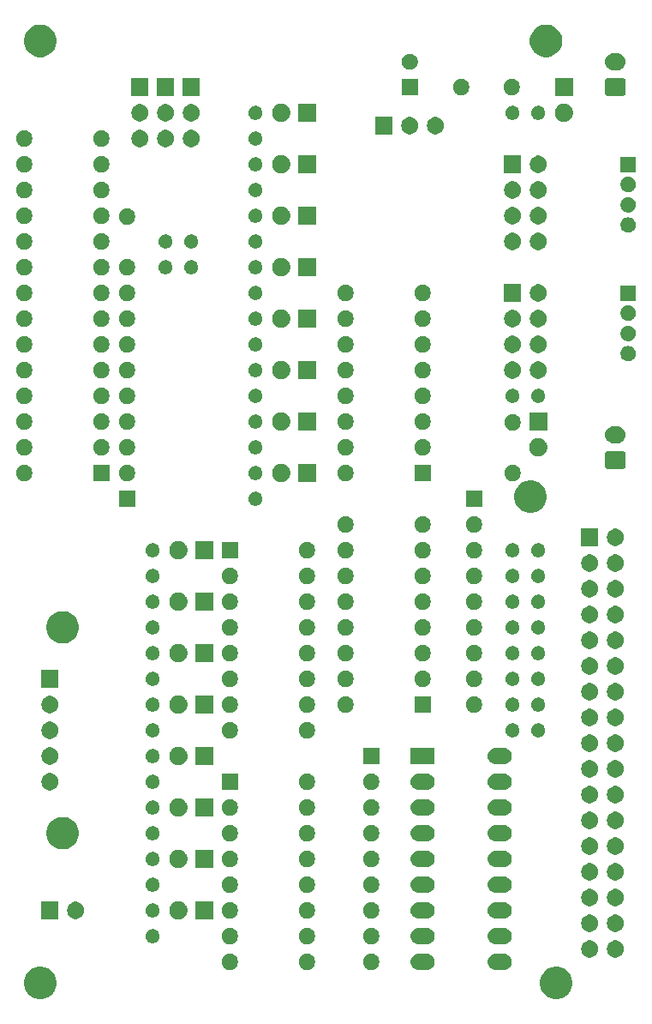
<source format=gts>
G04 #@! TF.GenerationSoftware,KiCad,Pcbnew,(5.1.5)-3*
G04 #@! TF.CreationDate,2020-04-22T00:17:02+09:00*
G04 #@! TF.ProjectId,IOExpander,494f4578-7061-46e6-9465-722e6b696361,Rev 2.1*
G04 #@! TF.SameCoordinates,Original*
G04 #@! TF.FileFunction,Soldermask,Top*
G04 #@! TF.FilePolarity,Negative*
%FSLAX46Y46*%
G04 Gerber Fmt 4.6, Leading zero omitted, Abs format (unit mm)*
G04 Created by KiCad (PCBNEW (5.1.5)-3) date 2020-04-22 00:17:02*
%MOMM*%
%LPD*%
G04 APERTURE LIST*
%ADD10C,0.100000*%
G04 APERTURE END LIST*
D10*
G36*
X68086703Y-175801486D02*
G01*
X68377883Y-175922097D01*
X68639940Y-176097198D01*
X68862802Y-176320060D01*
X69037903Y-176582117D01*
X69158514Y-176873297D01*
X69220000Y-177182412D01*
X69220000Y-177497588D01*
X69158514Y-177806703D01*
X69037903Y-178097883D01*
X68862802Y-178359940D01*
X68639940Y-178582802D01*
X68377883Y-178757903D01*
X68086703Y-178878514D01*
X67777588Y-178940000D01*
X67462412Y-178940000D01*
X67153297Y-178878514D01*
X66862117Y-178757903D01*
X66600060Y-178582802D01*
X66377198Y-178359940D01*
X66202097Y-178097883D01*
X66081486Y-177806703D01*
X66020000Y-177497588D01*
X66020000Y-177182412D01*
X66081486Y-176873297D01*
X66202097Y-176582117D01*
X66377198Y-176320060D01*
X66600060Y-176097198D01*
X66862117Y-175922097D01*
X67153297Y-175801486D01*
X67462412Y-175740000D01*
X67777588Y-175740000D01*
X68086703Y-175801486D01*
G37*
G36*
X119086703Y-175801486D02*
G01*
X119377883Y-175922097D01*
X119639940Y-176097198D01*
X119862802Y-176320060D01*
X120037903Y-176582117D01*
X120158514Y-176873297D01*
X120220000Y-177182412D01*
X120220000Y-177497588D01*
X120158514Y-177806703D01*
X120037903Y-178097883D01*
X119862802Y-178359940D01*
X119639940Y-178582802D01*
X119377883Y-178757903D01*
X119086703Y-178878514D01*
X118777588Y-178940000D01*
X118462412Y-178940000D01*
X118153297Y-178878514D01*
X117862117Y-178757903D01*
X117600060Y-178582802D01*
X117377198Y-178359940D01*
X117202097Y-178097883D01*
X117081486Y-177806703D01*
X117020000Y-177497588D01*
X117020000Y-177182412D01*
X117081486Y-176873297D01*
X117202097Y-176582117D01*
X117377198Y-176320060D01*
X117600060Y-176097198D01*
X117862117Y-175922097D01*
X118153297Y-175801486D01*
X118462412Y-175740000D01*
X118777588Y-175740000D01*
X119086703Y-175801486D01*
G37*
G36*
X105888471Y-174463859D02*
G01*
X105966827Y-174471576D01*
X106117628Y-174517321D01*
X106117630Y-174517322D01*
X106256605Y-174591606D01*
X106378422Y-174691578D01*
X106478394Y-174813395D01*
X106514561Y-174881058D01*
X106552679Y-174952372D01*
X106598424Y-175103173D01*
X106613870Y-175260000D01*
X106598424Y-175416827D01*
X106552679Y-175567628D01*
X106552678Y-175567630D01*
X106478394Y-175706605D01*
X106378422Y-175828422D01*
X106256605Y-175928394D01*
X106117630Y-176002678D01*
X106117628Y-176002679D01*
X105966827Y-176048424D01*
X105888471Y-176056141D01*
X105849294Y-176060000D01*
X104970706Y-176060000D01*
X104931529Y-176056141D01*
X104853173Y-176048424D01*
X104702372Y-176002679D01*
X104702370Y-176002678D01*
X104563395Y-175928394D01*
X104441578Y-175828422D01*
X104341606Y-175706605D01*
X104267322Y-175567630D01*
X104267321Y-175567628D01*
X104221576Y-175416827D01*
X104206130Y-175260000D01*
X104221576Y-175103173D01*
X104267321Y-174952372D01*
X104305439Y-174881058D01*
X104341606Y-174813395D01*
X104441578Y-174691578D01*
X104563395Y-174591606D01*
X104702370Y-174517322D01*
X104702372Y-174517321D01*
X104853173Y-174471576D01*
X104931529Y-174463859D01*
X104970706Y-174460000D01*
X105849294Y-174460000D01*
X105888471Y-174463859D01*
G37*
G36*
X113508471Y-174463859D02*
G01*
X113586827Y-174471576D01*
X113737628Y-174517321D01*
X113737630Y-174517322D01*
X113876605Y-174591606D01*
X113998422Y-174691578D01*
X114098394Y-174813395D01*
X114134561Y-174881058D01*
X114172679Y-174952372D01*
X114218424Y-175103173D01*
X114233870Y-175260000D01*
X114218424Y-175416827D01*
X114172679Y-175567628D01*
X114172678Y-175567630D01*
X114098394Y-175706605D01*
X113998422Y-175828422D01*
X113876605Y-175928394D01*
X113737630Y-176002678D01*
X113737628Y-176002679D01*
X113586827Y-176048424D01*
X113508471Y-176056141D01*
X113469294Y-176060000D01*
X112590706Y-176060000D01*
X112551529Y-176056141D01*
X112473173Y-176048424D01*
X112322372Y-176002679D01*
X112322370Y-176002678D01*
X112183395Y-175928394D01*
X112061578Y-175828422D01*
X111961606Y-175706605D01*
X111887322Y-175567630D01*
X111887321Y-175567628D01*
X111841576Y-175416827D01*
X111826130Y-175260000D01*
X111841576Y-175103173D01*
X111887321Y-174952372D01*
X111925439Y-174881058D01*
X111961606Y-174813395D01*
X112061578Y-174691578D01*
X112183395Y-174591606D01*
X112322370Y-174517322D01*
X112322372Y-174517321D01*
X112473173Y-174471576D01*
X112551529Y-174463859D01*
X112590706Y-174460000D01*
X113469294Y-174460000D01*
X113508471Y-174463859D01*
G37*
G36*
X100563351Y-174490743D02*
G01*
X100708941Y-174551048D01*
X100839970Y-174638599D01*
X100951401Y-174750030D01*
X101038952Y-174881059D01*
X101099257Y-175026649D01*
X101130000Y-175181206D01*
X101130000Y-175338794D01*
X101099257Y-175493351D01*
X101038952Y-175638941D01*
X100951401Y-175769970D01*
X100839970Y-175881401D01*
X100708941Y-175968952D01*
X100563351Y-176029257D01*
X100408794Y-176060000D01*
X100251206Y-176060000D01*
X100096649Y-176029257D01*
X99951059Y-175968952D01*
X99820030Y-175881401D01*
X99708599Y-175769970D01*
X99621048Y-175638941D01*
X99560743Y-175493351D01*
X99530000Y-175338794D01*
X99530000Y-175181206D01*
X99560743Y-175026649D01*
X99621048Y-174881059D01*
X99708599Y-174750030D01*
X99820030Y-174638599D01*
X99951059Y-174551048D01*
X100096649Y-174490743D01*
X100251206Y-174460000D01*
X100408794Y-174460000D01*
X100563351Y-174490743D01*
G37*
G36*
X94213351Y-174490743D02*
G01*
X94358941Y-174551048D01*
X94489970Y-174638599D01*
X94601401Y-174750030D01*
X94688952Y-174881059D01*
X94749257Y-175026649D01*
X94780000Y-175181206D01*
X94780000Y-175338794D01*
X94749257Y-175493351D01*
X94688952Y-175638941D01*
X94601401Y-175769970D01*
X94489970Y-175881401D01*
X94358941Y-175968952D01*
X94213351Y-176029257D01*
X94058794Y-176060000D01*
X93901206Y-176060000D01*
X93746649Y-176029257D01*
X93601059Y-175968952D01*
X93470030Y-175881401D01*
X93358599Y-175769970D01*
X93271048Y-175638941D01*
X93210743Y-175493351D01*
X93180000Y-175338794D01*
X93180000Y-175181206D01*
X93210743Y-175026649D01*
X93271048Y-174881059D01*
X93358599Y-174750030D01*
X93470030Y-174638599D01*
X93601059Y-174551048D01*
X93746649Y-174490743D01*
X93901206Y-174460000D01*
X94058794Y-174460000D01*
X94213351Y-174490743D01*
G37*
G36*
X86593351Y-174490743D02*
G01*
X86738941Y-174551048D01*
X86869970Y-174638599D01*
X86981401Y-174750030D01*
X87068952Y-174881059D01*
X87129257Y-175026649D01*
X87160000Y-175181206D01*
X87160000Y-175338794D01*
X87129257Y-175493351D01*
X87068952Y-175638941D01*
X86981401Y-175769970D01*
X86869970Y-175881401D01*
X86738941Y-175968952D01*
X86593351Y-176029257D01*
X86438794Y-176060000D01*
X86281206Y-176060000D01*
X86126649Y-176029257D01*
X85981059Y-175968952D01*
X85850030Y-175881401D01*
X85738599Y-175769970D01*
X85651048Y-175638941D01*
X85590743Y-175493351D01*
X85560000Y-175338794D01*
X85560000Y-175181206D01*
X85590743Y-175026649D01*
X85651048Y-174881059D01*
X85738599Y-174750030D01*
X85850030Y-174638599D01*
X85981059Y-174551048D01*
X86126649Y-174490743D01*
X86281206Y-174460000D01*
X86438794Y-174460000D01*
X86593351Y-174490743D01*
G37*
G36*
X124707935Y-173172664D02*
G01*
X124846282Y-173229970D01*
X124862626Y-173236740D01*
X125001844Y-173329762D01*
X125120238Y-173448156D01*
X125168242Y-173520000D01*
X125213261Y-173587376D01*
X125277336Y-173742065D01*
X125310000Y-173906281D01*
X125310000Y-174073719D01*
X125277336Y-174237935D01*
X125213261Y-174392624D01*
X125213260Y-174392626D01*
X125120238Y-174531844D01*
X125001844Y-174650238D01*
X124862626Y-174743260D01*
X124862625Y-174743261D01*
X124862624Y-174743261D01*
X124707935Y-174807336D01*
X124543719Y-174840000D01*
X124376281Y-174840000D01*
X124212065Y-174807336D01*
X124057376Y-174743261D01*
X124057375Y-174743261D01*
X124057374Y-174743260D01*
X123918156Y-174650238D01*
X123799762Y-174531844D01*
X123706740Y-174392626D01*
X123706739Y-174392624D01*
X123642664Y-174237935D01*
X123610000Y-174073719D01*
X123610000Y-173906281D01*
X123642664Y-173742065D01*
X123706739Y-173587376D01*
X123751758Y-173520000D01*
X123799762Y-173448156D01*
X123918156Y-173329762D01*
X124057374Y-173236740D01*
X124073718Y-173229970D01*
X124212065Y-173172664D01*
X124376281Y-173140000D01*
X124543719Y-173140000D01*
X124707935Y-173172664D01*
G37*
G36*
X122167935Y-173172664D02*
G01*
X122306282Y-173229970D01*
X122322626Y-173236740D01*
X122461844Y-173329762D01*
X122580238Y-173448156D01*
X122628242Y-173520000D01*
X122673261Y-173587376D01*
X122737336Y-173742065D01*
X122770000Y-173906281D01*
X122770000Y-174073719D01*
X122737336Y-174237935D01*
X122673261Y-174392624D01*
X122673260Y-174392626D01*
X122580238Y-174531844D01*
X122461844Y-174650238D01*
X122322626Y-174743260D01*
X122322625Y-174743261D01*
X122322624Y-174743261D01*
X122167935Y-174807336D01*
X122003719Y-174840000D01*
X121836281Y-174840000D01*
X121672065Y-174807336D01*
X121517376Y-174743261D01*
X121517375Y-174743261D01*
X121517374Y-174743260D01*
X121378156Y-174650238D01*
X121259762Y-174531844D01*
X121166740Y-174392626D01*
X121166739Y-174392624D01*
X121102664Y-174237935D01*
X121070000Y-174073719D01*
X121070000Y-173906281D01*
X121102664Y-173742065D01*
X121166739Y-173587376D01*
X121211758Y-173520000D01*
X121259762Y-173448156D01*
X121378156Y-173329762D01*
X121517374Y-173236740D01*
X121533718Y-173229970D01*
X121672065Y-173172664D01*
X121836281Y-173140000D01*
X122003719Y-173140000D01*
X122167935Y-173172664D01*
G37*
G36*
X113508471Y-171923859D02*
G01*
X113586827Y-171931576D01*
X113737628Y-171977321D01*
X113737630Y-171977322D01*
X113876605Y-172051606D01*
X113998422Y-172151578D01*
X114098394Y-172273395D01*
X114159880Y-172388427D01*
X114172679Y-172412372D01*
X114218424Y-172563173D01*
X114233870Y-172720000D01*
X114218424Y-172876827D01*
X114172679Y-173027628D01*
X114172678Y-173027630D01*
X114098394Y-173166605D01*
X113998422Y-173288422D01*
X113876605Y-173388394D01*
X113737630Y-173462678D01*
X113737628Y-173462679D01*
X113586827Y-173508424D01*
X113508471Y-173516141D01*
X113469294Y-173520000D01*
X112590706Y-173520000D01*
X112551529Y-173516141D01*
X112473173Y-173508424D01*
X112322372Y-173462679D01*
X112322370Y-173462678D01*
X112183395Y-173388394D01*
X112061578Y-173288422D01*
X111961606Y-173166605D01*
X111887322Y-173027630D01*
X111887321Y-173027628D01*
X111841576Y-172876827D01*
X111826130Y-172720000D01*
X111841576Y-172563173D01*
X111887321Y-172412372D01*
X111900120Y-172388427D01*
X111961606Y-172273395D01*
X112061578Y-172151578D01*
X112183395Y-172051606D01*
X112322370Y-171977322D01*
X112322372Y-171977321D01*
X112473173Y-171931576D01*
X112551529Y-171923859D01*
X112590706Y-171920000D01*
X113469294Y-171920000D01*
X113508471Y-171923859D01*
G37*
G36*
X105888471Y-171923859D02*
G01*
X105966827Y-171931576D01*
X106117628Y-171977321D01*
X106117630Y-171977322D01*
X106256605Y-172051606D01*
X106378422Y-172151578D01*
X106478394Y-172273395D01*
X106539880Y-172388427D01*
X106552679Y-172412372D01*
X106598424Y-172563173D01*
X106613870Y-172720000D01*
X106598424Y-172876827D01*
X106552679Y-173027628D01*
X106552678Y-173027630D01*
X106478394Y-173166605D01*
X106378422Y-173288422D01*
X106256605Y-173388394D01*
X106117630Y-173462678D01*
X106117628Y-173462679D01*
X105966827Y-173508424D01*
X105888471Y-173516141D01*
X105849294Y-173520000D01*
X104970706Y-173520000D01*
X104931529Y-173516141D01*
X104853173Y-173508424D01*
X104702372Y-173462679D01*
X104702370Y-173462678D01*
X104563395Y-173388394D01*
X104441578Y-173288422D01*
X104341606Y-173166605D01*
X104267322Y-173027630D01*
X104267321Y-173027628D01*
X104221576Y-172876827D01*
X104206130Y-172720000D01*
X104221576Y-172563173D01*
X104267321Y-172412372D01*
X104280120Y-172388427D01*
X104341606Y-172273395D01*
X104441578Y-172151578D01*
X104563395Y-172051606D01*
X104702370Y-171977322D01*
X104702372Y-171977321D01*
X104853173Y-171931576D01*
X104931529Y-171923859D01*
X104970706Y-171920000D01*
X105849294Y-171920000D01*
X105888471Y-171923859D01*
G37*
G36*
X94213351Y-171950743D02*
G01*
X94358941Y-172011048D01*
X94489970Y-172098599D01*
X94601401Y-172210030D01*
X94688952Y-172341059D01*
X94749257Y-172486649D01*
X94780000Y-172641206D01*
X94780000Y-172798794D01*
X94749257Y-172953351D01*
X94688952Y-173098941D01*
X94601401Y-173229970D01*
X94489970Y-173341401D01*
X94358941Y-173428952D01*
X94213351Y-173489257D01*
X94058794Y-173520000D01*
X93901206Y-173520000D01*
X93746649Y-173489257D01*
X93601059Y-173428952D01*
X93470030Y-173341401D01*
X93358599Y-173229970D01*
X93271048Y-173098941D01*
X93210743Y-172953351D01*
X93180000Y-172798794D01*
X93180000Y-172641206D01*
X93210743Y-172486649D01*
X93271048Y-172341059D01*
X93358599Y-172210030D01*
X93470030Y-172098599D01*
X93601059Y-172011048D01*
X93746649Y-171950743D01*
X93901206Y-171920000D01*
X94058794Y-171920000D01*
X94213351Y-171950743D01*
G37*
G36*
X100563351Y-171950743D02*
G01*
X100708941Y-172011048D01*
X100839970Y-172098599D01*
X100951401Y-172210030D01*
X101038952Y-172341059D01*
X101099257Y-172486649D01*
X101130000Y-172641206D01*
X101130000Y-172798794D01*
X101099257Y-172953351D01*
X101038952Y-173098941D01*
X100951401Y-173229970D01*
X100839970Y-173341401D01*
X100708941Y-173428952D01*
X100563351Y-173489257D01*
X100408794Y-173520000D01*
X100251206Y-173520000D01*
X100096649Y-173489257D01*
X99951059Y-173428952D01*
X99820030Y-173341401D01*
X99708599Y-173229970D01*
X99621048Y-173098941D01*
X99560743Y-172953351D01*
X99530000Y-172798794D01*
X99530000Y-172641206D01*
X99560743Y-172486649D01*
X99621048Y-172341059D01*
X99708599Y-172210030D01*
X99820030Y-172098599D01*
X99951059Y-172011048D01*
X100096649Y-171950743D01*
X100251206Y-171920000D01*
X100408794Y-171920000D01*
X100563351Y-171950743D01*
G37*
G36*
X86593351Y-171950743D02*
G01*
X86738941Y-172011048D01*
X86869970Y-172098599D01*
X86981401Y-172210030D01*
X87068952Y-172341059D01*
X87129257Y-172486649D01*
X87160000Y-172641206D01*
X87160000Y-172798794D01*
X87129257Y-172953351D01*
X87068952Y-173098941D01*
X86981401Y-173229970D01*
X86869970Y-173341401D01*
X86738941Y-173428952D01*
X86593351Y-173489257D01*
X86438794Y-173520000D01*
X86281206Y-173520000D01*
X86126649Y-173489257D01*
X85981059Y-173428952D01*
X85850030Y-173341401D01*
X85738599Y-173229970D01*
X85651048Y-173098941D01*
X85590743Y-172953351D01*
X85560000Y-172798794D01*
X85560000Y-172641206D01*
X85590743Y-172486649D01*
X85651048Y-172341059D01*
X85738599Y-172210030D01*
X85850030Y-172098599D01*
X85981059Y-172011048D01*
X86126649Y-171950743D01*
X86281206Y-171920000D01*
X86438794Y-171920000D01*
X86593351Y-171950743D01*
G37*
G36*
X78944182Y-172046900D02*
G01*
X79071573Y-172099667D01*
X79128510Y-172137711D01*
X79186224Y-172176274D01*
X79283726Y-172273776D01*
X79283727Y-172273778D01*
X79360333Y-172388427D01*
X79413100Y-172515818D01*
X79440000Y-172651055D01*
X79440000Y-172788945D01*
X79413100Y-172924182D01*
X79360333Y-173051573D01*
X79360332Y-173051574D01*
X79283726Y-173166224D01*
X79186224Y-173263726D01*
X79149263Y-173288422D01*
X79071573Y-173340333D01*
X78944182Y-173393100D01*
X78808945Y-173420000D01*
X78671055Y-173420000D01*
X78535818Y-173393100D01*
X78408427Y-173340333D01*
X78330737Y-173288422D01*
X78293776Y-173263726D01*
X78196274Y-173166224D01*
X78119668Y-173051574D01*
X78119667Y-173051573D01*
X78066900Y-172924182D01*
X78040000Y-172788945D01*
X78040000Y-172651055D01*
X78066900Y-172515818D01*
X78119667Y-172388427D01*
X78196273Y-172273778D01*
X78196274Y-172273776D01*
X78293776Y-172176274D01*
X78351490Y-172137711D01*
X78408427Y-172099667D01*
X78535818Y-172046900D01*
X78671055Y-172020000D01*
X78808945Y-172020000D01*
X78944182Y-172046900D01*
G37*
G36*
X124707935Y-170632664D02*
G01*
X124846282Y-170689970D01*
X124862626Y-170696740D01*
X125001844Y-170789762D01*
X125120238Y-170908156D01*
X125201651Y-171030000D01*
X125213261Y-171047376D01*
X125277336Y-171202065D01*
X125310000Y-171366281D01*
X125310000Y-171533719D01*
X125277336Y-171697935D01*
X125213261Y-171852624D01*
X125213260Y-171852626D01*
X125120238Y-171991844D01*
X125001844Y-172110238D01*
X124862626Y-172203260D01*
X124862625Y-172203261D01*
X124862624Y-172203261D01*
X124707935Y-172267336D01*
X124543719Y-172300000D01*
X124376281Y-172300000D01*
X124212065Y-172267336D01*
X124057376Y-172203261D01*
X124057375Y-172203261D01*
X124057374Y-172203260D01*
X123918156Y-172110238D01*
X123799762Y-171991844D01*
X123706740Y-171852626D01*
X123706739Y-171852624D01*
X123642664Y-171697935D01*
X123610000Y-171533719D01*
X123610000Y-171366281D01*
X123642664Y-171202065D01*
X123706739Y-171047376D01*
X123718349Y-171030000D01*
X123799762Y-170908156D01*
X123918156Y-170789762D01*
X124057374Y-170696740D01*
X124073718Y-170689970D01*
X124212065Y-170632664D01*
X124376281Y-170600000D01*
X124543719Y-170600000D01*
X124707935Y-170632664D01*
G37*
G36*
X122167935Y-170632664D02*
G01*
X122306282Y-170689970D01*
X122322626Y-170696740D01*
X122461844Y-170789762D01*
X122580238Y-170908156D01*
X122661651Y-171030000D01*
X122673261Y-171047376D01*
X122737336Y-171202065D01*
X122770000Y-171366281D01*
X122770000Y-171533719D01*
X122737336Y-171697935D01*
X122673261Y-171852624D01*
X122673260Y-171852626D01*
X122580238Y-171991844D01*
X122461844Y-172110238D01*
X122322626Y-172203260D01*
X122322625Y-172203261D01*
X122322624Y-172203261D01*
X122167935Y-172267336D01*
X122003719Y-172300000D01*
X121836281Y-172300000D01*
X121672065Y-172267336D01*
X121517376Y-172203261D01*
X121517375Y-172203261D01*
X121517374Y-172203260D01*
X121378156Y-172110238D01*
X121259762Y-171991844D01*
X121166740Y-171852626D01*
X121166739Y-171852624D01*
X121102664Y-171697935D01*
X121070000Y-171533719D01*
X121070000Y-171366281D01*
X121102664Y-171202065D01*
X121166739Y-171047376D01*
X121178349Y-171030000D01*
X121259762Y-170908156D01*
X121378156Y-170789762D01*
X121517374Y-170696740D01*
X121533718Y-170689970D01*
X121672065Y-170632664D01*
X121836281Y-170600000D01*
X122003719Y-170600000D01*
X122167935Y-170632664D01*
G37*
G36*
X84720000Y-171080000D02*
G01*
X82920000Y-171080000D01*
X82920000Y-169280000D01*
X84720000Y-169280000D01*
X84720000Y-171080000D01*
G37*
G36*
X81542520Y-169314586D02*
G01*
X81700444Y-169380000D01*
X81706310Y-169382430D01*
X81853717Y-169480924D01*
X81979076Y-169606283D01*
X82064009Y-169733395D01*
X82077571Y-169753692D01*
X82145414Y-169917480D01*
X82180000Y-170091356D01*
X82180000Y-170268644D01*
X82145414Y-170442520D01*
X82097191Y-170558942D01*
X82077570Y-170606310D01*
X81979076Y-170753717D01*
X81853717Y-170879076D01*
X81706310Y-170977570D01*
X81706309Y-170977571D01*
X81706308Y-170977571D01*
X81542520Y-171045414D01*
X81368644Y-171080000D01*
X81191356Y-171080000D01*
X81017480Y-171045414D01*
X80853692Y-170977571D01*
X80853691Y-170977571D01*
X80853690Y-170977570D01*
X80706283Y-170879076D01*
X80580924Y-170753717D01*
X80482430Y-170606310D01*
X80462810Y-170558942D01*
X80414586Y-170442520D01*
X80380000Y-170268644D01*
X80380000Y-170091356D01*
X80414586Y-169917480D01*
X80482429Y-169753692D01*
X80495991Y-169733395D01*
X80580924Y-169606283D01*
X80706283Y-169480924D01*
X80853690Y-169382430D01*
X80859557Y-169380000D01*
X81017480Y-169314586D01*
X81191356Y-169280000D01*
X81368644Y-169280000D01*
X81542520Y-169314586D01*
G37*
G36*
X71367935Y-169362664D02*
G01*
X71522624Y-169426739D01*
X71522626Y-169426740D01*
X71661844Y-169519762D01*
X71780238Y-169638156D01*
X71844130Y-169733778D01*
X71873261Y-169777376D01*
X71937336Y-169932065D01*
X71970000Y-170096281D01*
X71970000Y-170263719D01*
X71937336Y-170427935D01*
X71873261Y-170582624D01*
X71873260Y-170582626D01*
X71780238Y-170721844D01*
X71661844Y-170840238D01*
X71522626Y-170933260D01*
X71522625Y-170933261D01*
X71522624Y-170933261D01*
X71367935Y-170997336D01*
X71203719Y-171030000D01*
X71036281Y-171030000D01*
X70872065Y-170997336D01*
X70717376Y-170933261D01*
X70717375Y-170933261D01*
X70717374Y-170933260D01*
X70578156Y-170840238D01*
X70459762Y-170721844D01*
X70366740Y-170582626D01*
X70366739Y-170582624D01*
X70302664Y-170427935D01*
X70270000Y-170263719D01*
X70270000Y-170096281D01*
X70302664Y-169932065D01*
X70366739Y-169777376D01*
X70395870Y-169733778D01*
X70459762Y-169638156D01*
X70578156Y-169519762D01*
X70717374Y-169426740D01*
X70717376Y-169426739D01*
X70872065Y-169362664D01*
X71036281Y-169330000D01*
X71203719Y-169330000D01*
X71367935Y-169362664D01*
G37*
G36*
X69430000Y-171030000D02*
G01*
X67730000Y-171030000D01*
X67730000Y-169330000D01*
X69430000Y-169330000D01*
X69430000Y-171030000D01*
G37*
G36*
X86593351Y-169410743D02*
G01*
X86738941Y-169471048D01*
X86869970Y-169558599D01*
X86981401Y-169670030D01*
X87068952Y-169801059D01*
X87129257Y-169946649D01*
X87160000Y-170101206D01*
X87160000Y-170258794D01*
X87129257Y-170413351D01*
X87068952Y-170558941D01*
X86981401Y-170689970D01*
X86869970Y-170801401D01*
X86738941Y-170888952D01*
X86593351Y-170949257D01*
X86438794Y-170980000D01*
X86281206Y-170980000D01*
X86126649Y-170949257D01*
X85981059Y-170888952D01*
X85850030Y-170801401D01*
X85738599Y-170689970D01*
X85651048Y-170558941D01*
X85590743Y-170413351D01*
X85560000Y-170258794D01*
X85560000Y-170101206D01*
X85590743Y-169946649D01*
X85651048Y-169801059D01*
X85738599Y-169670030D01*
X85850030Y-169558599D01*
X85981059Y-169471048D01*
X86126649Y-169410743D01*
X86281206Y-169380000D01*
X86438794Y-169380000D01*
X86593351Y-169410743D01*
G37*
G36*
X94213351Y-169410743D02*
G01*
X94358941Y-169471048D01*
X94489970Y-169558599D01*
X94601401Y-169670030D01*
X94688952Y-169801059D01*
X94749257Y-169946649D01*
X94780000Y-170101206D01*
X94780000Y-170258794D01*
X94749257Y-170413351D01*
X94688952Y-170558941D01*
X94601401Y-170689970D01*
X94489970Y-170801401D01*
X94358941Y-170888952D01*
X94213351Y-170949257D01*
X94058794Y-170980000D01*
X93901206Y-170980000D01*
X93746649Y-170949257D01*
X93601059Y-170888952D01*
X93470030Y-170801401D01*
X93358599Y-170689970D01*
X93271048Y-170558941D01*
X93210743Y-170413351D01*
X93180000Y-170258794D01*
X93180000Y-170101206D01*
X93210743Y-169946649D01*
X93271048Y-169801059D01*
X93358599Y-169670030D01*
X93470030Y-169558599D01*
X93601059Y-169471048D01*
X93746649Y-169410743D01*
X93901206Y-169380000D01*
X94058794Y-169380000D01*
X94213351Y-169410743D01*
G37*
G36*
X105888471Y-169383859D02*
G01*
X105966827Y-169391576D01*
X106117628Y-169437321D01*
X106117630Y-169437322D01*
X106256605Y-169511606D01*
X106378422Y-169611578D01*
X106478394Y-169733395D01*
X106539880Y-169848427D01*
X106552679Y-169872372D01*
X106598424Y-170023173D01*
X106613870Y-170180000D01*
X106598424Y-170336827D01*
X106570786Y-170427936D01*
X106552678Y-170487630D01*
X106478394Y-170626605D01*
X106378422Y-170748422D01*
X106256605Y-170848394D01*
X106117630Y-170922678D01*
X106117628Y-170922679D01*
X105966827Y-170968424D01*
X105888471Y-170976141D01*
X105849294Y-170980000D01*
X104970706Y-170980000D01*
X104931529Y-170976141D01*
X104853173Y-170968424D01*
X104702372Y-170922679D01*
X104702370Y-170922678D01*
X104563395Y-170848394D01*
X104441578Y-170748422D01*
X104341606Y-170626605D01*
X104267322Y-170487630D01*
X104249214Y-170427936D01*
X104221576Y-170336827D01*
X104206130Y-170180000D01*
X104221576Y-170023173D01*
X104267321Y-169872372D01*
X104280120Y-169848427D01*
X104341606Y-169733395D01*
X104441578Y-169611578D01*
X104563395Y-169511606D01*
X104702370Y-169437322D01*
X104702372Y-169437321D01*
X104853173Y-169391576D01*
X104931529Y-169383859D01*
X104970706Y-169380000D01*
X105849294Y-169380000D01*
X105888471Y-169383859D01*
G37*
G36*
X113508471Y-169383859D02*
G01*
X113586827Y-169391576D01*
X113737628Y-169437321D01*
X113737630Y-169437322D01*
X113876605Y-169511606D01*
X113998422Y-169611578D01*
X114098394Y-169733395D01*
X114159880Y-169848427D01*
X114172679Y-169872372D01*
X114218424Y-170023173D01*
X114233870Y-170180000D01*
X114218424Y-170336827D01*
X114190786Y-170427936D01*
X114172678Y-170487630D01*
X114098394Y-170626605D01*
X113998422Y-170748422D01*
X113876605Y-170848394D01*
X113737630Y-170922678D01*
X113737628Y-170922679D01*
X113586827Y-170968424D01*
X113508471Y-170976141D01*
X113469294Y-170980000D01*
X112590706Y-170980000D01*
X112551529Y-170976141D01*
X112473173Y-170968424D01*
X112322372Y-170922679D01*
X112322370Y-170922678D01*
X112183395Y-170848394D01*
X112061578Y-170748422D01*
X111961606Y-170626605D01*
X111887322Y-170487630D01*
X111869214Y-170427936D01*
X111841576Y-170336827D01*
X111826130Y-170180000D01*
X111841576Y-170023173D01*
X111887321Y-169872372D01*
X111900120Y-169848427D01*
X111961606Y-169733395D01*
X112061578Y-169611578D01*
X112183395Y-169511606D01*
X112322370Y-169437322D01*
X112322372Y-169437321D01*
X112473173Y-169391576D01*
X112551529Y-169383859D01*
X112590706Y-169380000D01*
X113469294Y-169380000D01*
X113508471Y-169383859D01*
G37*
G36*
X100563351Y-169410743D02*
G01*
X100708941Y-169471048D01*
X100839970Y-169558599D01*
X100951401Y-169670030D01*
X101038952Y-169801059D01*
X101099257Y-169946649D01*
X101130000Y-170101206D01*
X101130000Y-170258794D01*
X101099257Y-170413351D01*
X101038952Y-170558941D01*
X100951401Y-170689970D01*
X100839970Y-170801401D01*
X100708941Y-170888952D01*
X100563351Y-170949257D01*
X100408794Y-170980000D01*
X100251206Y-170980000D01*
X100096649Y-170949257D01*
X99951059Y-170888952D01*
X99820030Y-170801401D01*
X99708599Y-170689970D01*
X99621048Y-170558941D01*
X99560743Y-170413351D01*
X99530000Y-170258794D01*
X99530000Y-170101206D01*
X99560743Y-169946649D01*
X99621048Y-169801059D01*
X99708599Y-169670030D01*
X99820030Y-169558599D01*
X99951059Y-169471048D01*
X100096649Y-169410743D01*
X100251206Y-169380000D01*
X100408794Y-169380000D01*
X100563351Y-169410743D01*
G37*
G36*
X78944182Y-169506900D02*
G01*
X79071573Y-169559667D01*
X79128510Y-169597711D01*
X79186224Y-169636274D01*
X79283726Y-169733776D01*
X79283727Y-169733778D01*
X79360333Y-169848427D01*
X79413100Y-169975818D01*
X79440000Y-170111055D01*
X79440000Y-170248945D01*
X79413100Y-170384182D01*
X79360333Y-170511573D01*
X79360332Y-170511574D01*
X79283726Y-170626224D01*
X79186224Y-170723726D01*
X79149263Y-170748422D01*
X79071573Y-170800333D01*
X78944182Y-170853100D01*
X78808945Y-170880000D01*
X78671055Y-170880000D01*
X78535818Y-170853100D01*
X78408427Y-170800333D01*
X78330737Y-170748422D01*
X78293776Y-170723726D01*
X78196274Y-170626224D01*
X78119668Y-170511574D01*
X78119667Y-170511573D01*
X78066900Y-170384182D01*
X78040000Y-170248945D01*
X78040000Y-170111055D01*
X78066900Y-169975818D01*
X78119667Y-169848427D01*
X78196273Y-169733778D01*
X78196274Y-169733776D01*
X78293776Y-169636274D01*
X78351490Y-169597711D01*
X78408427Y-169559667D01*
X78535818Y-169506900D01*
X78671055Y-169480000D01*
X78808945Y-169480000D01*
X78944182Y-169506900D01*
G37*
G36*
X122167935Y-168092664D02*
G01*
X122306282Y-168149970D01*
X122322626Y-168156740D01*
X122461844Y-168249762D01*
X122580238Y-168368156D01*
X122628242Y-168440000D01*
X122673261Y-168507376D01*
X122737336Y-168662065D01*
X122770000Y-168826281D01*
X122770000Y-168993719D01*
X122737336Y-169157935D01*
X122686774Y-169280000D01*
X122673260Y-169312626D01*
X122580238Y-169451844D01*
X122461844Y-169570238D01*
X122322626Y-169663260D01*
X122322625Y-169663261D01*
X122322624Y-169663261D01*
X122167935Y-169727336D01*
X122003719Y-169760000D01*
X121836281Y-169760000D01*
X121672065Y-169727336D01*
X121517376Y-169663261D01*
X121517375Y-169663261D01*
X121517374Y-169663260D01*
X121378156Y-169570238D01*
X121259762Y-169451844D01*
X121166740Y-169312626D01*
X121153226Y-169280000D01*
X121102664Y-169157935D01*
X121070000Y-168993719D01*
X121070000Y-168826281D01*
X121102664Y-168662065D01*
X121166739Y-168507376D01*
X121211758Y-168440000D01*
X121259762Y-168368156D01*
X121378156Y-168249762D01*
X121517374Y-168156740D01*
X121533718Y-168149970D01*
X121672065Y-168092664D01*
X121836281Y-168060000D01*
X122003719Y-168060000D01*
X122167935Y-168092664D01*
G37*
G36*
X124707935Y-168092664D02*
G01*
X124846282Y-168149970D01*
X124862626Y-168156740D01*
X125001844Y-168249762D01*
X125120238Y-168368156D01*
X125168242Y-168440000D01*
X125213261Y-168507376D01*
X125277336Y-168662065D01*
X125310000Y-168826281D01*
X125310000Y-168993719D01*
X125277336Y-169157935D01*
X125226774Y-169280000D01*
X125213260Y-169312626D01*
X125120238Y-169451844D01*
X125001844Y-169570238D01*
X124862626Y-169663260D01*
X124862625Y-169663261D01*
X124862624Y-169663261D01*
X124707935Y-169727336D01*
X124543719Y-169760000D01*
X124376281Y-169760000D01*
X124212065Y-169727336D01*
X124057376Y-169663261D01*
X124057375Y-169663261D01*
X124057374Y-169663260D01*
X123918156Y-169570238D01*
X123799762Y-169451844D01*
X123706740Y-169312626D01*
X123693226Y-169280000D01*
X123642664Y-169157935D01*
X123610000Y-168993719D01*
X123610000Y-168826281D01*
X123642664Y-168662065D01*
X123706739Y-168507376D01*
X123751758Y-168440000D01*
X123799762Y-168368156D01*
X123918156Y-168249762D01*
X124057374Y-168156740D01*
X124073718Y-168149970D01*
X124212065Y-168092664D01*
X124376281Y-168060000D01*
X124543719Y-168060000D01*
X124707935Y-168092664D01*
G37*
G36*
X113508471Y-166843859D02*
G01*
X113586827Y-166851576D01*
X113737628Y-166897321D01*
X113737630Y-166897322D01*
X113876605Y-166971606D01*
X113998422Y-167071578D01*
X114098394Y-167193395D01*
X114159880Y-167308427D01*
X114172679Y-167332372D01*
X114218424Y-167483173D01*
X114233870Y-167640000D01*
X114218424Y-167796827D01*
X114172679Y-167947628D01*
X114172678Y-167947630D01*
X114098394Y-168086605D01*
X113998422Y-168208422D01*
X113876605Y-168308394D01*
X113737630Y-168382678D01*
X113737628Y-168382679D01*
X113586827Y-168428424D01*
X113508471Y-168436141D01*
X113469294Y-168440000D01*
X112590706Y-168440000D01*
X112551529Y-168436141D01*
X112473173Y-168428424D01*
X112322372Y-168382679D01*
X112322370Y-168382678D01*
X112183395Y-168308394D01*
X112061578Y-168208422D01*
X111961606Y-168086605D01*
X111887322Y-167947630D01*
X111887321Y-167947628D01*
X111841576Y-167796827D01*
X111826130Y-167640000D01*
X111841576Y-167483173D01*
X111887321Y-167332372D01*
X111900120Y-167308427D01*
X111961606Y-167193395D01*
X112061578Y-167071578D01*
X112183395Y-166971606D01*
X112322370Y-166897322D01*
X112322372Y-166897321D01*
X112473173Y-166851576D01*
X112551529Y-166843859D01*
X112590706Y-166840000D01*
X113469294Y-166840000D01*
X113508471Y-166843859D01*
G37*
G36*
X100563351Y-166870743D02*
G01*
X100708941Y-166931048D01*
X100839970Y-167018599D01*
X100951401Y-167130030D01*
X101038952Y-167261059D01*
X101099257Y-167406649D01*
X101130000Y-167561206D01*
X101130000Y-167718794D01*
X101099257Y-167873351D01*
X101038952Y-168018941D01*
X100951401Y-168149970D01*
X100839970Y-168261401D01*
X100708941Y-168348952D01*
X100563351Y-168409257D01*
X100408794Y-168440000D01*
X100251206Y-168440000D01*
X100096649Y-168409257D01*
X99951059Y-168348952D01*
X99820030Y-168261401D01*
X99708599Y-168149970D01*
X99621048Y-168018941D01*
X99560743Y-167873351D01*
X99530000Y-167718794D01*
X99530000Y-167561206D01*
X99560743Y-167406649D01*
X99621048Y-167261059D01*
X99708599Y-167130030D01*
X99820030Y-167018599D01*
X99951059Y-166931048D01*
X100096649Y-166870743D01*
X100251206Y-166840000D01*
X100408794Y-166840000D01*
X100563351Y-166870743D01*
G37*
G36*
X94213351Y-166870743D02*
G01*
X94358941Y-166931048D01*
X94489970Y-167018599D01*
X94601401Y-167130030D01*
X94688952Y-167261059D01*
X94749257Y-167406649D01*
X94780000Y-167561206D01*
X94780000Y-167718794D01*
X94749257Y-167873351D01*
X94688952Y-168018941D01*
X94601401Y-168149970D01*
X94489970Y-168261401D01*
X94358941Y-168348952D01*
X94213351Y-168409257D01*
X94058794Y-168440000D01*
X93901206Y-168440000D01*
X93746649Y-168409257D01*
X93601059Y-168348952D01*
X93470030Y-168261401D01*
X93358599Y-168149970D01*
X93271048Y-168018941D01*
X93210743Y-167873351D01*
X93180000Y-167718794D01*
X93180000Y-167561206D01*
X93210743Y-167406649D01*
X93271048Y-167261059D01*
X93358599Y-167130030D01*
X93470030Y-167018599D01*
X93601059Y-166931048D01*
X93746649Y-166870743D01*
X93901206Y-166840000D01*
X94058794Y-166840000D01*
X94213351Y-166870743D01*
G37*
G36*
X86593351Y-166870743D02*
G01*
X86738941Y-166931048D01*
X86869970Y-167018599D01*
X86981401Y-167130030D01*
X87068952Y-167261059D01*
X87129257Y-167406649D01*
X87160000Y-167561206D01*
X87160000Y-167718794D01*
X87129257Y-167873351D01*
X87068952Y-168018941D01*
X86981401Y-168149970D01*
X86869970Y-168261401D01*
X86738941Y-168348952D01*
X86593351Y-168409257D01*
X86438794Y-168440000D01*
X86281206Y-168440000D01*
X86126649Y-168409257D01*
X85981059Y-168348952D01*
X85850030Y-168261401D01*
X85738599Y-168149970D01*
X85651048Y-168018941D01*
X85590743Y-167873351D01*
X85560000Y-167718794D01*
X85560000Y-167561206D01*
X85590743Y-167406649D01*
X85651048Y-167261059D01*
X85738599Y-167130030D01*
X85850030Y-167018599D01*
X85981059Y-166931048D01*
X86126649Y-166870743D01*
X86281206Y-166840000D01*
X86438794Y-166840000D01*
X86593351Y-166870743D01*
G37*
G36*
X105888471Y-166843859D02*
G01*
X105966827Y-166851576D01*
X106117628Y-166897321D01*
X106117630Y-166897322D01*
X106256605Y-166971606D01*
X106378422Y-167071578D01*
X106478394Y-167193395D01*
X106539880Y-167308427D01*
X106552679Y-167332372D01*
X106598424Y-167483173D01*
X106613870Y-167640000D01*
X106598424Y-167796827D01*
X106552679Y-167947628D01*
X106552678Y-167947630D01*
X106478394Y-168086605D01*
X106378422Y-168208422D01*
X106256605Y-168308394D01*
X106117630Y-168382678D01*
X106117628Y-168382679D01*
X105966827Y-168428424D01*
X105888471Y-168436141D01*
X105849294Y-168440000D01*
X104970706Y-168440000D01*
X104931529Y-168436141D01*
X104853173Y-168428424D01*
X104702372Y-168382679D01*
X104702370Y-168382678D01*
X104563395Y-168308394D01*
X104441578Y-168208422D01*
X104341606Y-168086605D01*
X104267322Y-167947630D01*
X104267321Y-167947628D01*
X104221576Y-167796827D01*
X104206130Y-167640000D01*
X104221576Y-167483173D01*
X104267321Y-167332372D01*
X104280120Y-167308427D01*
X104341606Y-167193395D01*
X104441578Y-167071578D01*
X104563395Y-166971606D01*
X104702370Y-166897322D01*
X104702372Y-166897321D01*
X104853173Y-166851576D01*
X104931529Y-166843859D01*
X104970706Y-166840000D01*
X105849294Y-166840000D01*
X105888471Y-166843859D01*
G37*
G36*
X78944182Y-166966900D02*
G01*
X79071573Y-167019667D01*
X79128510Y-167057711D01*
X79186224Y-167096274D01*
X79283726Y-167193776D01*
X79283727Y-167193778D01*
X79360333Y-167308427D01*
X79413100Y-167435818D01*
X79440000Y-167571055D01*
X79440000Y-167708945D01*
X79413100Y-167844182D01*
X79360333Y-167971573D01*
X79360332Y-167971574D01*
X79283726Y-168086224D01*
X79186224Y-168183726D01*
X79149263Y-168208422D01*
X79071573Y-168260333D01*
X78944182Y-168313100D01*
X78808945Y-168340000D01*
X78671055Y-168340000D01*
X78535818Y-168313100D01*
X78408427Y-168260333D01*
X78330737Y-168208422D01*
X78293776Y-168183726D01*
X78196274Y-168086224D01*
X78119668Y-167971574D01*
X78119667Y-167971573D01*
X78066900Y-167844182D01*
X78040000Y-167708945D01*
X78040000Y-167571055D01*
X78066900Y-167435818D01*
X78119667Y-167308427D01*
X78196273Y-167193778D01*
X78196274Y-167193776D01*
X78293776Y-167096274D01*
X78351490Y-167057711D01*
X78408427Y-167019667D01*
X78535818Y-166966900D01*
X78671055Y-166940000D01*
X78808945Y-166940000D01*
X78944182Y-166966900D01*
G37*
G36*
X122167935Y-165552664D02*
G01*
X122306282Y-165609970D01*
X122322626Y-165616740D01*
X122461844Y-165709762D01*
X122580238Y-165828156D01*
X122626619Y-165897571D01*
X122673261Y-165967376D01*
X122737336Y-166122065D01*
X122770000Y-166286281D01*
X122770000Y-166453719D01*
X122737336Y-166617935D01*
X122673261Y-166772624D01*
X122673260Y-166772626D01*
X122580238Y-166911844D01*
X122461844Y-167030238D01*
X122322626Y-167123260D01*
X122322625Y-167123261D01*
X122322624Y-167123261D01*
X122167935Y-167187336D01*
X122003719Y-167220000D01*
X121836281Y-167220000D01*
X121672065Y-167187336D01*
X121517376Y-167123261D01*
X121517375Y-167123261D01*
X121517374Y-167123260D01*
X121378156Y-167030238D01*
X121259762Y-166911844D01*
X121166740Y-166772626D01*
X121166739Y-166772624D01*
X121102664Y-166617935D01*
X121070000Y-166453719D01*
X121070000Y-166286281D01*
X121102664Y-166122065D01*
X121166739Y-165967376D01*
X121213381Y-165897571D01*
X121259762Y-165828156D01*
X121378156Y-165709762D01*
X121517374Y-165616740D01*
X121533718Y-165609970D01*
X121672065Y-165552664D01*
X121836281Y-165520000D01*
X122003719Y-165520000D01*
X122167935Y-165552664D01*
G37*
G36*
X124707935Y-165552664D02*
G01*
X124846282Y-165609970D01*
X124862626Y-165616740D01*
X125001844Y-165709762D01*
X125120238Y-165828156D01*
X125166619Y-165897571D01*
X125213261Y-165967376D01*
X125277336Y-166122065D01*
X125310000Y-166286281D01*
X125310000Y-166453719D01*
X125277336Y-166617935D01*
X125213261Y-166772624D01*
X125213260Y-166772626D01*
X125120238Y-166911844D01*
X125001844Y-167030238D01*
X124862626Y-167123260D01*
X124862625Y-167123261D01*
X124862624Y-167123261D01*
X124707935Y-167187336D01*
X124543719Y-167220000D01*
X124376281Y-167220000D01*
X124212065Y-167187336D01*
X124057376Y-167123261D01*
X124057375Y-167123261D01*
X124057374Y-167123260D01*
X123918156Y-167030238D01*
X123799762Y-166911844D01*
X123706740Y-166772626D01*
X123706739Y-166772624D01*
X123642664Y-166617935D01*
X123610000Y-166453719D01*
X123610000Y-166286281D01*
X123642664Y-166122065D01*
X123706739Y-165967376D01*
X123753381Y-165897571D01*
X123799762Y-165828156D01*
X123918156Y-165709762D01*
X124057374Y-165616740D01*
X124073718Y-165609970D01*
X124212065Y-165552664D01*
X124376281Y-165520000D01*
X124543719Y-165520000D01*
X124707935Y-165552664D01*
G37*
G36*
X84720000Y-166000000D02*
G01*
X82920000Y-166000000D01*
X82920000Y-164200000D01*
X84720000Y-164200000D01*
X84720000Y-166000000D01*
G37*
G36*
X81542520Y-164234586D02*
G01*
X81700444Y-164300000D01*
X81706310Y-164302430D01*
X81853717Y-164400924D01*
X81979076Y-164526283D01*
X82064009Y-164653395D01*
X82077571Y-164673692D01*
X82145414Y-164837480D01*
X82180000Y-165011356D01*
X82180000Y-165188644D01*
X82145414Y-165362520D01*
X82097191Y-165478942D01*
X82077570Y-165526310D01*
X81979076Y-165673717D01*
X81853717Y-165799076D01*
X81706310Y-165897570D01*
X81706309Y-165897571D01*
X81706308Y-165897571D01*
X81542520Y-165965414D01*
X81368644Y-166000000D01*
X81191356Y-166000000D01*
X81017480Y-165965414D01*
X80853692Y-165897571D01*
X80853691Y-165897571D01*
X80853690Y-165897570D01*
X80706283Y-165799076D01*
X80580924Y-165673717D01*
X80482430Y-165526310D01*
X80462810Y-165478942D01*
X80414586Y-165362520D01*
X80380000Y-165188644D01*
X80380000Y-165011356D01*
X80414586Y-164837480D01*
X80482429Y-164673692D01*
X80495991Y-164653395D01*
X80580924Y-164526283D01*
X80706283Y-164400924D01*
X80853690Y-164302430D01*
X80859557Y-164300000D01*
X81017480Y-164234586D01*
X81191356Y-164200000D01*
X81368644Y-164200000D01*
X81542520Y-164234586D01*
G37*
G36*
X113508471Y-164303859D02*
G01*
X113586827Y-164311576D01*
X113737628Y-164357321D01*
X113737630Y-164357322D01*
X113876605Y-164431606D01*
X113998422Y-164531578D01*
X114098394Y-164653395D01*
X114159880Y-164768427D01*
X114172679Y-164792372D01*
X114218424Y-164943173D01*
X114233870Y-165100000D01*
X114218424Y-165256827D01*
X114186362Y-165362520D01*
X114172678Y-165407630D01*
X114098394Y-165546605D01*
X113998422Y-165668422D01*
X113876605Y-165768394D01*
X113737630Y-165842678D01*
X113737628Y-165842679D01*
X113586827Y-165888424D01*
X113508471Y-165896141D01*
X113469294Y-165900000D01*
X112590706Y-165900000D01*
X112551529Y-165896141D01*
X112473173Y-165888424D01*
X112322372Y-165842679D01*
X112322370Y-165842678D01*
X112183395Y-165768394D01*
X112061578Y-165668422D01*
X111961606Y-165546605D01*
X111887322Y-165407630D01*
X111873638Y-165362520D01*
X111841576Y-165256827D01*
X111826130Y-165100000D01*
X111841576Y-164943173D01*
X111887321Y-164792372D01*
X111900120Y-164768427D01*
X111961606Y-164653395D01*
X112061578Y-164531578D01*
X112183395Y-164431606D01*
X112322370Y-164357322D01*
X112322372Y-164357321D01*
X112473173Y-164311576D01*
X112551529Y-164303859D01*
X112590706Y-164300000D01*
X113469294Y-164300000D01*
X113508471Y-164303859D01*
G37*
G36*
X100563351Y-164330743D02*
G01*
X100708941Y-164391048D01*
X100839970Y-164478599D01*
X100951401Y-164590030D01*
X101038952Y-164721059D01*
X101099257Y-164866649D01*
X101130000Y-165021206D01*
X101130000Y-165178794D01*
X101099257Y-165333351D01*
X101038952Y-165478941D01*
X100951401Y-165609970D01*
X100839970Y-165721401D01*
X100708941Y-165808952D01*
X100563351Y-165869257D01*
X100408794Y-165900000D01*
X100251206Y-165900000D01*
X100096649Y-165869257D01*
X99951059Y-165808952D01*
X99820030Y-165721401D01*
X99708599Y-165609970D01*
X99621048Y-165478941D01*
X99560743Y-165333351D01*
X99530000Y-165178794D01*
X99530000Y-165021206D01*
X99560743Y-164866649D01*
X99621048Y-164721059D01*
X99708599Y-164590030D01*
X99820030Y-164478599D01*
X99951059Y-164391048D01*
X100096649Y-164330743D01*
X100251206Y-164300000D01*
X100408794Y-164300000D01*
X100563351Y-164330743D01*
G37*
G36*
X105888471Y-164303859D02*
G01*
X105966827Y-164311576D01*
X106117628Y-164357321D01*
X106117630Y-164357322D01*
X106256605Y-164431606D01*
X106378422Y-164531578D01*
X106478394Y-164653395D01*
X106539880Y-164768427D01*
X106552679Y-164792372D01*
X106598424Y-164943173D01*
X106613870Y-165100000D01*
X106598424Y-165256827D01*
X106566362Y-165362520D01*
X106552678Y-165407630D01*
X106478394Y-165546605D01*
X106378422Y-165668422D01*
X106256605Y-165768394D01*
X106117630Y-165842678D01*
X106117628Y-165842679D01*
X105966827Y-165888424D01*
X105888471Y-165896141D01*
X105849294Y-165900000D01*
X104970706Y-165900000D01*
X104931529Y-165896141D01*
X104853173Y-165888424D01*
X104702372Y-165842679D01*
X104702370Y-165842678D01*
X104563395Y-165768394D01*
X104441578Y-165668422D01*
X104341606Y-165546605D01*
X104267322Y-165407630D01*
X104253638Y-165362520D01*
X104221576Y-165256827D01*
X104206130Y-165100000D01*
X104221576Y-164943173D01*
X104267321Y-164792372D01*
X104280120Y-164768427D01*
X104341606Y-164653395D01*
X104441578Y-164531578D01*
X104563395Y-164431606D01*
X104702370Y-164357322D01*
X104702372Y-164357321D01*
X104853173Y-164311576D01*
X104931529Y-164303859D01*
X104970706Y-164300000D01*
X105849294Y-164300000D01*
X105888471Y-164303859D01*
G37*
G36*
X94213351Y-164330743D02*
G01*
X94358941Y-164391048D01*
X94489970Y-164478599D01*
X94601401Y-164590030D01*
X94688952Y-164721059D01*
X94749257Y-164866649D01*
X94780000Y-165021206D01*
X94780000Y-165178794D01*
X94749257Y-165333351D01*
X94688952Y-165478941D01*
X94601401Y-165609970D01*
X94489970Y-165721401D01*
X94358941Y-165808952D01*
X94213351Y-165869257D01*
X94058794Y-165900000D01*
X93901206Y-165900000D01*
X93746649Y-165869257D01*
X93601059Y-165808952D01*
X93470030Y-165721401D01*
X93358599Y-165609970D01*
X93271048Y-165478941D01*
X93210743Y-165333351D01*
X93180000Y-165178794D01*
X93180000Y-165021206D01*
X93210743Y-164866649D01*
X93271048Y-164721059D01*
X93358599Y-164590030D01*
X93470030Y-164478599D01*
X93601059Y-164391048D01*
X93746649Y-164330743D01*
X93901206Y-164300000D01*
X94058794Y-164300000D01*
X94213351Y-164330743D01*
G37*
G36*
X86593351Y-164330743D02*
G01*
X86738941Y-164391048D01*
X86869970Y-164478599D01*
X86981401Y-164590030D01*
X87068952Y-164721059D01*
X87129257Y-164866649D01*
X87160000Y-165021206D01*
X87160000Y-165178794D01*
X87129257Y-165333351D01*
X87068952Y-165478941D01*
X86981401Y-165609970D01*
X86869970Y-165721401D01*
X86738941Y-165808952D01*
X86593351Y-165869257D01*
X86438794Y-165900000D01*
X86281206Y-165900000D01*
X86126649Y-165869257D01*
X85981059Y-165808952D01*
X85850030Y-165721401D01*
X85738599Y-165609970D01*
X85651048Y-165478941D01*
X85590743Y-165333351D01*
X85560000Y-165178794D01*
X85560000Y-165021206D01*
X85590743Y-164866649D01*
X85651048Y-164721059D01*
X85738599Y-164590030D01*
X85850030Y-164478599D01*
X85981059Y-164391048D01*
X86126649Y-164330743D01*
X86281206Y-164300000D01*
X86438794Y-164300000D01*
X86593351Y-164330743D01*
G37*
G36*
X78944182Y-164426900D02*
G01*
X79071573Y-164479667D01*
X79128510Y-164517711D01*
X79186224Y-164556274D01*
X79283726Y-164653776D01*
X79283727Y-164653778D01*
X79360333Y-164768427D01*
X79413100Y-164895818D01*
X79440000Y-165031055D01*
X79440000Y-165168945D01*
X79413100Y-165304182D01*
X79360333Y-165431573D01*
X79360332Y-165431574D01*
X79283726Y-165546224D01*
X79186224Y-165643726D01*
X79149263Y-165668422D01*
X79071573Y-165720333D01*
X78944182Y-165773100D01*
X78808945Y-165800000D01*
X78671055Y-165800000D01*
X78535818Y-165773100D01*
X78408427Y-165720333D01*
X78330737Y-165668422D01*
X78293776Y-165643726D01*
X78196274Y-165546224D01*
X78119668Y-165431574D01*
X78119667Y-165431573D01*
X78066900Y-165304182D01*
X78040000Y-165168945D01*
X78040000Y-165031055D01*
X78066900Y-164895818D01*
X78119667Y-164768427D01*
X78196273Y-164653778D01*
X78196274Y-164653776D01*
X78293776Y-164556274D01*
X78351490Y-164517711D01*
X78408427Y-164479667D01*
X78535818Y-164426900D01*
X78671055Y-164400000D01*
X78808945Y-164400000D01*
X78944182Y-164426900D01*
G37*
G36*
X122167935Y-163012664D02*
G01*
X122306282Y-163069970D01*
X122322626Y-163076740D01*
X122461844Y-163169762D01*
X122580238Y-163288156D01*
X122628242Y-163360000D01*
X122673261Y-163427376D01*
X122737336Y-163582065D01*
X122770000Y-163746281D01*
X122770000Y-163913719D01*
X122737336Y-164077935D01*
X122703343Y-164160000D01*
X122673260Y-164232626D01*
X122580238Y-164371844D01*
X122461844Y-164490238D01*
X122322626Y-164583260D01*
X122322625Y-164583261D01*
X122322624Y-164583261D01*
X122167935Y-164647336D01*
X122003719Y-164680000D01*
X121836281Y-164680000D01*
X121672065Y-164647336D01*
X121517376Y-164583261D01*
X121517375Y-164583261D01*
X121517374Y-164583260D01*
X121378156Y-164490238D01*
X121259762Y-164371844D01*
X121166740Y-164232626D01*
X121136657Y-164160000D01*
X121102664Y-164077935D01*
X121070000Y-163913719D01*
X121070000Y-163746281D01*
X121102664Y-163582065D01*
X121166739Y-163427376D01*
X121211758Y-163360000D01*
X121259762Y-163288156D01*
X121378156Y-163169762D01*
X121517374Y-163076740D01*
X121533718Y-163069970D01*
X121672065Y-163012664D01*
X121836281Y-162980000D01*
X122003719Y-162980000D01*
X122167935Y-163012664D01*
G37*
G36*
X124707935Y-163012664D02*
G01*
X124846282Y-163069970D01*
X124862626Y-163076740D01*
X125001844Y-163169762D01*
X125120238Y-163288156D01*
X125168242Y-163360000D01*
X125213261Y-163427376D01*
X125277336Y-163582065D01*
X125310000Y-163746281D01*
X125310000Y-163913719D01*
X125277336Y-164077935D01*
X125243343Y-164160000D01*
X125213260Y-164232626D01*
X125120238Y-164371844D01*
X125001844Y-164490238D01*
X124862626Y-164583260D01*
X124862625Y-164583261D01*
X124862624Y-164583261D01*
X124707935Y-164647336D01*
X124543719Y-164680000D01*
X124376281Y-164680000D01*
X124212065Y-164647336D01*
X124057376Y-164583261D01*
X124057375Y-164583261D01*
X124057374Y-164583260D01*
X123918156Y-164490238D01*
X123799762Y-164371844D01*
X123706740Y-164232626D01*
X123676657Y-164160000D01*
X123642664Y-164077935D01*
X123610000Y-163913719D01*
X123610000Y-163746281D01*
X123642664Y-163582065D01*
X123706739Y-163427376D01*
X123751758Y-163360000D01*
X123799762Y-163288156D01*
X123918156Y-163169762D01*
X124057374Y-163076740D01*
X124073718Y-163069970D01*
X124212065Y-163012664D01*
X124376281Y-162980000D01*
X124543719Y-162980000D01*
X124707935Y-163012664D01*
G37*
G36*
X70316703Y-161021486D02*
G01*
X70607883Y-161142097D01*
X70869940Y-161317198D01*
X71092802Y-161540060D01*
X71267903Y-161802117D01*
X71388514Y-162093297D01*
X71450000Y-162402412D01*
X71450000Y-162717588D01*
X71388514Y-163026703D01*
X71267903Y-163317883D01*
X71092802Y-163579940D01*
X70869940Y-163802802D01*
X70607883Y-163977903D01*
X70316703Y-164098514D01*
X70007588Y-164160000D01*
X69692412Y-164160000D01*
X69383297Y-164098514D01*
X69092117Y-163977903D01*
X68830060Y-163802802D01*
X68607198Y-163579940D01*
X68432097Y-163317883D01*
X68311486Y-163026703D01*
X68250000Y-162717588D01*
X68250000Y-162402412D01*
X68311486Y-162093297D01*
X68432097Y-161802117D01*
X68607198Y-161540060D01*
X68830060Y-161317198D01*
X69092117Y-161142097D01*
X69383297Y-161021486D01*
X69692412Y-160960000D01*
X70007588Y-160960000D01*
X70316703Y-161021486D01*
G37*
G36*
X100563351Y-161790743D02*
G01*
X100708941Y-161851048D01*
X100839970Y-161938599D01*
X100951401Y-162050030D01*
X101038952Y-162181059D01*
X101099257Y-162326649D01*
X101130000Y-162481206D01*
X101130000Y-162638794D01*
X101099257Y-162793351D01*
X101038952Y-162938941D01*
X100951401Y-163069970D01*
X100839970Y-163181401D01*
X100708941Y-163268952D01*
X100563351Y-163329257D01*
X100408794Y-163360000D01*
X100251206Y-163360000D01*
X100096649Y-163329257D01*
X99951059Y-163268952D01*
X99820030Y-163181401D01*
X99708599Y-163069970D01*
X99621048Y-162938941D01*
X99560743Y-162793351D01*
X99530000Y-162638794D01*
X99530000Y-162481206D01*
X99560743Y-162326649D01*
X99621048Y-162181059D01*
X99708599Y-162050030D01*
X99820030Y-161938599D01*
X99951059Y-161851048D01*
X100096649Y-161790743D01*
X100251206Y-161760000D01*
X100408794Y-161760000D01*
X100563351Y-161790743D01*
G37*
G36*
X113508471Y-161763859D02*
G01*
X113586827Y-161771576D01*
X113737628Y-161817321D01*
X113737630Y-161817322D01*
X113876605Y-161891606D01*
X113998422Y-161991578D01*
X114098394Y-162113395D01*
X114159880Y-162228427D01*
X114172679Y-162252372D01*
X114218424Y-162403173D01*
X114233870Y-162560000D01*
X114218424Y-162716827D01*
X114172679Y-162867628D01*
X114172678Y-162867630D01*
X114098394Y-163006605D01*
X113998422Y-163128422D01*
X113876605Y-163228394D01*
X113737630Y-163302678D01*
X113737628Y-163302679D01*
X113586827Y-163348424D01*
X113508471Y-163356141D01*
X113469294Y-163360000D01*
X112590706Y-163360000D01*
X112551529Y-163356141D01*
X112473173Y-163348424D01*
X112322372Y-163302679D01*
X112322370Y-163302678D01*
X112183395Y-163228394D01*
X112061578Y-163128422D01*
X111961606Y-163006605D01*
X111887322Y-162867630D01*
X111887321Y-162867628D01*
X111841576Y-162716827D01*
X111826130Y-162560000D01*
X111841576Y-162403173D01*
X111887321Y-162252372D01*
X111900120Y-162228427D01*
X111961606Y-162113395D01*
X112061578Y-161991578D01*
X112183395Y-161891606D01*
X112322370Y-161817322D01*
X112322372Y-161817321D01*
X112473173Y-161771576D01*
X112551529Y-161763859D01*
X112590706Y-161760000D01*
X113469294Y-161760000D01*
X113508471Y-161763859D01*
G37*
G36*
X105888471Y-161763859D02*
G01*
X105966827Y-161771576D01*
X106117628Y-161817321D01*
X106117630Y-161817322D01*
X106256605Y-161891606D01*
X106378422Y-161991578D01*
X106478394Y-162113395D01*
X106539880Y-162228427D01*
X106552679Y-162252372D01*
X106598424Y-162403173D01*
X106613870Y-162560000D01*
X106598424Y-162716827D01*
X106552679Y-162867628D01*
X106552678Y-162867630D01*
X106478394Y-163006605D01*
X106378422Y-163128422D01*
X106256605Y-163228394D01*
X106117630Y-163302678D01*
X106117628Y-163302679D01*
X105966827Y-163348424D01*
X105888471Y-163356141D01*
X105849294Y-163360000D01*
X104970706Y-163360000D01*
X104931529Y-163356141D01*
X104853173Y-163348424D01*
X104702372Y-163302679D01*
X104702370Y-163302678D01*
X104563395Y-163228394D01*
X104441578Y-163128422D01*
X104341606Y-163006605D01*
X104267322Y-162867630D01*
X104267321Y-162867628D01*
X104221576Y-162716827D01*
X104206130Y-162560000D01*
X104221576Y-162403173D01*
X104267321Y-162252372D01*
X104280120Y-162228427D01*
X104341606Y-162113395D01*
X104441578Y-161991578D01*
X104563395Y-161891606D01*
X104702370Y-161817322D01*
X104702372Y-161817321D01*
X104853173Y-161771576D01*
X104931529Y-161763859D01*
X104970706Y-161760000D01*
X105849294Y-161760000D01*
X105888471Y-161763859D01*
G37*
G36*
X94213351Y-161790743D02*
G01*
X94358941Y-161851048D01*
X94489970Y-161938599D01*
X94601401Y-162050030D01*
X94688952Y-162181059D01*
X94749257Y-162326649D01*
X94780000Y-162481206D01*
X94780000Y-162638794D01*
X94749257Y-162793351D01*
X94688952Y-162938941D01*
X94601401Y-163069970D01*
X94489970Y-163181401D01*
X94358941Y-163268952D01*
X94213351Y-163329257D01*
X94058794Y-163360000D01*
X93901206Y-163360000D01*
X93746649Y-163329257D01*
X93601059Y-163268952D01*
X93470030Y-163181401D01*
X93358599Y-163069970D01*
X93271048Y-162938941D01*
X93210743Y-162793351D01*
X93180000Y-162638794D01*
X93180000Y-162481206D01*
X93210743Y-162326649D01*
X93271048Y-162181059D01*
X93358599Y-162050030D01*
X93470030Y-161938599D01*
X93601059Y-161851048D01*
X93746649Y-161790743D01*
X93901206Y-161760000D01*
X94058794Y-161760000D01*
X94213351Y-161790743D01*
G37*
G36*
X86593351Y-161790743D02*
G01*
X86738941Y-161851048D01*
X86869970Y-161938599D01*
X86981401Y-162050030D01*
X87068952Y-162181059D01*
X87129257Y-162326649D01*
X87160000Y-162481206D01*
X87160000Y-162638794D01*
X87129257Y-162793351D01*
X87068952Y-162938941D01*
X86981401Y-163069970D01*
X86869970Y-163181401D01*
X86738941Y-163268952D01*
X86593351Y-163329257D01*
X86438794Y-163360000D01*
X86281206Y-163360000D01*
X86126649Y-163329257D01*
X85981059Y-163268952D01*
X85850030Y-163181401D01*
X85738599Y-163069970D01*
X85651048Y-162938941D01*
X85590743Y-162793351D01*
X85560000Y-162638794D01*
X85560000Y-162481206D01*
X85590743Y-162326649D01*
X85651048Y-162181059D01*
X85738599Y-162050030D01*
X85850030Y-161938599D01*
X85981059Y-161851048D01*
X86126649Y-161790743D01*
X86281206Y-161760000D01*
X86438794Y-161760000D01*
X86593351Y-161790743D01*
G37*
G36*
X78944182Y-161886900D02*
G01*
X79071573Y-161939667D01*
X79128510Y-161977711D01*
X79186224Y-162016274D01*
X79283726Y-162113776D01*
X79283727Y-162113778D01*
X79360333Y-162228427D01*
X79413100Y-162355818D01*
X79440000Y-162491055D01*
X79440000Y-162628945D01*
X79413100Y-162764182D01*
X79360333Y-162891573D01*
X79360332Y-162891574D01*
X79283726Y-163006224D01*
X79186224Y-163103726D01*
X79149263Y-163128422D01*
X79071573Y-163180333D01*
X78944182Y-163233100D01*
X78808945Y-163260000D01*
X78671055Y-163260000D01*
X78535818Y-163233100D01*
X78408427Y-163180333D01*
X78330737Y-163128422D01*
X78293776Y-163103726D01*
X78196274Y-163006224D01*
X78119668Y-162891574D01*
X78119667Y-162891573D01*
X78066900Y-162764182D01*
X78040000Y-162628945D01*
X78040000Y-162491055D01*
X78066900Y-162355818D01*
X78119667Y-162228427D01*
X78196273Y-162113778D01*
X78196274Y-162113776D01*
X78293776Y-162016274D01*
X78351490Y-161977711D01*
X78408427Y-161939667D01*
X78535818Y-161886900D01*
X78671055Y-161860000D01*
X78808945Y-161860000D01*
X78944182Y-161886900D01*
G37*
G36*
X122167935Y-160472664D02*
G01*
X122306282Y-160529970D01*
X122322626Y-160536740D01*
X122461844Y-160629762D01*
X122580238Y-160748156D01*
X122626619Y-160817571D01*
X122673261Y-160887376D01*
X122737336Y-161042065D01*
X122770000Y-161206281D01*
X122770000Y-161373719D01*
X122737336Y-161537935D01*
X122673261Y-161692624D01*
X122673260Y-161692626D01*
X122580238Y-161831844D01*
X122461844Y-161950238D01*
X122322626Y-162043260D01*
X122322625Y-162043261D01*
X122322624Y-162043261D01*
X122167935Y-162107336D01*
X122003719Y-162140000D01*
X121836281Y-162140000D01*
X121672065Y-162107336D01*
X121517376Y-162043261D01*
X121517375Y-162043261D01*
X121517374Y-162043260D01*
X121378156Y-161950238D01*
X121259762Y-161831844D01*
X121166740Y-161692626D01*
X121166739Y-161692624D01*
X121102664Y-161537935D01*
X121070000Y-161373719D01*
X121070000Y-161206281D01*
X121102664Y-161042065D01*
X121166739Y-160887376D01*
X121213381Y-160817571D01*
X121259762Y-160748156D01*
X121378156Y-160629762D01*
X121517374Y-160536740D01*
X121533718Y-160529970D01*
X121672065Y-160472664D01*
X121836281Y-160440000D01*
X122003719Y-160440000D01*
X122167935Y-160472664D01*
G37*
G36*
X124707935Y-160472664D02*
G01*
X124846282Y-160529970D01*
X124862626Y-160536740D01*
X125001844Y-160629762D01*
X125120238Y-160748156D01*
X125166619Y-160817571D01*
X125213261Y-160887376D01*
X125277336Y-161042065D01*
X125310000Y-161206281D01*
X125310000Y-161373719D01*
X125277336Y-161537935D01*
X125213261Y-161692624D01*
X125213260Y-161692626D01*
X125120238Y-161831844D01*
X125001844Y-161950238D01*
X124862626Y-162043260D01*
X124862625Y-162043261D01*
X124862624Y-162043261D01*
X124707935Y-162107336D01*
X124543719Y-162140000D01*
X124376281Y-162140000D01*
X124212065Y-162107336D01*
X124057376Y-162043261D01*
X124057375Y-162043261D01*
X124057374Y-162043260D01*
X123918156Y-161950238D01*
X123799762Y-161831844D01*
X123706740Y-161692626D01*
X123706739Y-161692624D01*
X123642664Y-161537935D01*
X123610000Y-161373719D01*
X123610000Y-161206281D01*
X123642664Y-161042065D01*
X123706739Y-160887376D01*
X123753381Y-160817571D01*
X123799762Y-160748156D01*
X123918156Y-160629762D01*
X124057374Y-160536740D01*
X124073718Y-160529970D01*
X124212065Y-160472664D01*
X124376281Y-160440000D01*
X124543719Y-160440000D01*
X124707935Y-160472664D01*
G37*
G36*
X84720000Y-160920000D02*
G01*
X82920000Y-160920000D01*
X82920000Y-159120000D01*
X84720000Y-159120000D01*
X84720000Y-160920000D01*
G37*
G36*
X81542520Y-159154586D02*
G01*
X81700444Y-159220000D01*
X81706310Y-159222430D01*
X81853717Y-159320924D01*
X81979076Y-159446283D01*
X82064009Y-159573395D01*
X82077571Y-159593692D01*
X82145414Y-159757480D01*
X82180000Y-159931356D01*
X82180000Y-160108644D01*
X82145414Y-160282520D01*
X82097191Y-160398942D01*
X82077570Y-160446310D01*
X81979076Y-160593717D01*
X81853717Y-160719076D01*
X81706310Y-160817570D01*
X81706309Y-160817571D01*
X81706308Y-160817571D01*
X81542520Y-160885414D01*
X81368644Y-160920000D01*
X81191356Y-160920000D01*
X81017480Y-160885414D01*
X80853692Y-160817571D01*
X80853691Y-160817571D01*
X80853690Y-160817570D01*
X80706283Y-160719076D01*
X80580924Y-160593717D01*
X80482430Y-160446310D01*
X80462810Y-160398942D01*
X80414586Y-160282520D01*
X80380000Y-160108644D01*
X80380000Y-159931356D01*
X80414586Y-159757480D01*
X80482429Y-159593692D01*
X80495991Y-159573395D01*
X80580924Y-159446283D01*
X80706283Y-159320924D01*
X80853690Y-159222430D01*
X80859557Y-159220000D01*
X81017480Y-159154586D01*
X81191356Y-159120000D01*
X81368644Y-159120000D01*
X81542520Y-159154586D01*
G37*
G36*
X94213351Y-159250743D02*
G01*
X94358941Y-159311048D01*
X94489970Y-159398599D01*
X94601401Y-159510030D01*
X94688952Y-159641059D01*
X94749257Y-159786649D01*
X94780000Y-159941206D01*
X94780000Y-160098794D01*
X94749257Y-160253351D01*
X94688952Y-160398941D01*
X94601401Y-160529970D01*
X94489970Y-160641401D01*
X94358941Y-160728952D01*
X94213351Y-160789257D01*
X94058794Y-160820000D01*
X93901206Y-160820000D01*
X93746649Y-160789257D01*
X93601059Y-160728952D01*
X93470030Y-160641401D01*
X93358599Y-160529970D01*
X93271048Y-160398941D01*
X93210743Y-160253351D01*
X93180000Y-160098794D01*
X93180000Y-159941206D01*
X93210743Y-159786649D01*
X93271048Y-159641059D01*
X93358599Y-159510030D01*
X93470030Y-159398599D01*
X93601059Y-159311048D01*
X93746649Y-159250743D01*
X93901206Y-159220000D01*
X94058794Y-159220000D01*
X94213351Y-159250743D01*
G37*
G36*
X105888471Y-159223859D02*
G01*
X105966827Y-159231576D01*
X106117628Y-159277321D01*
X106117630Y-159277322D01*
X106256605Y-159351606D01*
X106378422Y-159451578D01*
X106478394Y-159573395D01*
X106539880Y-159688427D01*
X106552679Y-159712372D01*
X106598424Y-159863173D01*
X106613870Y-160020000D01*
X106598424Y-160176827D01*
X106566362Y-160282520D01*
X106552678Y-160327630D01*
X106478394Y-160466605D01*
X106378422Y-160588422D01*
X106256605Y-160688394D01*
X106117630Y-160762678D01*
X106117628Y-160762679D01*
X105966827Y-160808424D01*
X105888471Y-160816141D01*
X105849294Y-160820000D01*
X104970706Y-160820000D01*
X104931529Y-160816141D01*
X104853173Y-160808424D01*
X104702372Y-160762679D01*
X104702370Y-160762678D01*
X104563395Y-160688394D01*
X104441578Y-160588422D01*
X104341606Y-160466605D01*
X104267322Y-160327630D01*
X104253638Y-160282520D01*
X104221576Y-160176827D01*
X104206130Y-160020000D01*
X104221576Y-159863173D01*
X104267321Y-159712372D01*
X104280120Y-159688427D01*
X104341606Y-159573395D01*
X104441578Y-159451578D01*
X104563395Y-159351606D01*
X104702370Y-159277322D01*
X104702372Y-159277321D01*
X104853173Y-159231576D01*
X104931529Y-159223859D01*
X104970706Y-159220000D01*
X105849294Y-159220000D01*
X105888471Y-159223859D01*
G37*
G36*
X113508471Y-159223859D02*
G01*
X113586827Y-159231576D01*
X113737628Y-159277321D01*
X113737630Y-159277322D01*
X113876605Y-159351606D01*
X113998422Y-159451578D01*
X114098394Y-159573395D01*
X114159880Y-159688427D01*
X114172679Y-159712372D01*
X114218424Y-159863173D01*
X114233870Y-160020000D01*
X114218424Y-160176827D01*
X114186362Y-160282520D01*
X114172678Y-160327630D01*
X114098394Y-160466605D01*
X113998422Y-160588422D01*
X113876605Y-160688394D01*
X113737630Y-160762678D01*
X113737628Y-160762679D01*
X113586827Y-160808424D01*
X113508471Y-160816141D01*
X113469294Y-160820000D01*
X112590706Y-160820000D01*
X112551529Y-160816141D01*
X112473173Y-160808424D01*
X112322372Y-160762679D01*
X112322370Y-160762678D01*
X112183395Y-160688394D01*
X112061578Y-160588422D01*
X111961606Y-160466605D01*
X111887322Y-160327630D01*
X111873638Y-160282520D01*
X111841576Y-160176827D01*
X111826130Y-160020000D01*
X111841576Y-159863173D01*
X111887321Y-159712372D01*
X111900120Y-159688427D01*
X111961606Y-159573395D01*
X112061578Y-159451578D01*
X112183395Y-159351606D01*
X112322370Y-159277322D01*
X112322372Y-159277321D01*
X112473173Y-159231576D01*
X112551529Y-159223859D01*
X112590706Y-159220000D01*
X113469294Y-159220000D01*
X113508471Y-159223859D01*
G37*
G36*
X86593351Y-159250743D02*
G01*
X86738941Y-159311048D01*
X86869970Y-159398599D01*
X86981401Y-159510030D01*
X87068952Y-159641059D01*
X87129257Y-159786649D01*
X87160000Y-159941206D01*
X87160000Y-160098794D01*
X87129257Y-160253351D01*
X87068952Y-160398941D01*
X86981401Y-160529970D01*
X86869970Y-160641401D01*
X86738941Y-160728952D01*
X86593351Y-160789257D01*
X86438794Y-160820000D01*
X86281206Y-160820000D01*
X86126649Y-160789257D01*
X85981059Y-160728952D01*
X85850030Y-160641401D01*
X85738599Y-160529970D01*
X85651048Y-160398941D01*
X85590743Y-160253351D01*
X85560000Y-160098794D01*
X85560000Y-159941206D01*
X85590743Y-159786649D01*
X85651048Y-159641059D01*
X85738599Y-159510030D01*
X85850030Y-159398599D01*
X85981059Y-159311048D01*
X86126649Y-159250743D01*
X86281206Y-159220000D01*
X86438794Y-159220000D01*
X86593351Y-159250743D01*
G37*
G36*
X100563351Y-159250743D02*
G01*
X100708941Y-159311048D01*
X100839970Y-159398599D01*
X100951401Y-159510030D01*
X101038952Y-159641059D01*
X101099257Y-159786649D01*
X101130000Y-159941206D01*
X101130000Y-160098794D01*
X101099257Y-160253351D01*
X101038952Y-160398941D01*
X100951401Y-160529970D01*
X100839970Y-160641401D01*
X100708941Y-160728952D01*
X100563351Y-160789257D01*
X100408794Y-160820000D01*
X100251206Y-160820000D01*
X100096649Y-160789257D01*
X99951059Y-160728952D01*
X99820030Y-160641401D01*
X99708599Y-160529970D01*
X99621048Y-160398941D01*
X99560743Y-160253351D01*
X99530000Y-160098794D01*
X99530000Y-159941206D01*
X99560743Y-159786649D01*
X99621048Y-159641059D01*
X99708599Y-159510030D01*
X99820030Y-159398599D01*
X99951059Y-159311048D01*
X100096649Y-159250743D01*
X100251206Y-159220000D01*
X100408794Y-159220000D01*
X100563351Y-159250743D01*
G37*
G36*
X78944182Y-159346900D02*
G01*
X79071573Y-159399667D01*
X79128510Y-159437711D01*
X79186224Y-159476274D01*
X79283726Y-159573776D01*
X79283727Y-159573778D01*
X79360333Y-159688427D01*
X79413100Y-159815818D01*
X79440000Y-159951055D01*
X79440000Y-160088945D01*
X79413100Y-160224182D01*
X79360333Y-160351573D01*
X79360332Y-160351574D01*
X79283726Y-160466224D01*
X79186224Y-160563726D01*
X79149263Y-160588422D01*
X79071573Y-160640333D01*
X78944182Y-160693100D01*
X78808945Y-160720000D01*
X78671055Y-160720000D01*
X78535818Y-160693100D01*
X78408427Y-160640333D01*
X78330737Y-160588422D01*
X78293776Y-160563726D01*
X78196274Y-160466224D01*
X78119668Y-160351574D01*
X78119667Y-160351573D01*
X78066900Y-160224182D01*
X78040000Y-160088945D01*
X78040000Y-159951055D01*
X78066900Y-159815818D01*
X78119667Y-159688427D01*
X78196273Y-159573778D01*
X78196274Y-159573776D01*
X78293776Y-159476274D01*
X78351490Y-159437711D01*
X78408427Y-159399667D01*
X78535818Y-159346900D01*
X78671055Y-159320000D01*
X78808945Y-159320000D01*
X78944182Y-159346900D01*
G37*
G36*
X122167935Y-157932664D02*
G01*
X122306282Y-157989970D01*
X122322626Y-157996740D01*
X122461844Y-158089762D01*
X122580238Y-158208156D01*
X122661651Y-158330000D01*
X122673261Y-158347376D01*
X122737336Y-158502065D01*
X122770000Y-158666281D01*
X122770000Y-158833719D01*
X122737336Y-158997935D01*
X122686774Y-159120000D01*
X122673260Y-159152626D01*
X122580238Y-159291844D01*
X122461844Y-159410238D01*
X122322626Y-159503260D01*
X122322625Y-159503261D01*
X122322624Y-159503261D01*
X122167935Y-159567336D01*
X122003719Y-159600000D01*
X121836281Y-159600000D01*
X121672065Y-159567336D01*
X121517376Y-159503261D01*
X121517375Y-159503261D01*
X121517374Y-159503260D01*
X121378156Y-159410238D01*
X121259762Y-159291844D01*
X121166740Y-159152626D01*
X121153226Y-159120000D01*
X121102664Y-158997935D01*
X121070000Y-158833719D01*
X121070000Y-158666281D01*
X121102664Y-158502065D01*
X121166739Y-158347376D01*
X121178349Y-158330000D01*
X121259762Y-158208156D01*
X121378156Y-158089762D01*
X121517374Y-157996740D01*
X121533718Y-157989970D01*
X121672065Y-157932664D01*
X121836281Y-157900000D01*
X122003719Y-157900000D01*
X122167935Y-157932664D01*
G37*
G36*
X124707935Y-157932664D02*
G01*
X124846282Y-157989970D01*
X124862626Y-157996740D01*
X125001844Y-158089762D01*
X125120238Y-158208156D01*
X125201651Y-158330000D01*
X125213261Y-158347376D01*
X125277336Y-158502065D01*
X125310000Y-158666281D01*
X125310000Y-158833719D01*
X125277336Y-158997935D01*
X125226774Y-159120000D01*
X125213260Y-159152626D01*
X125120238Y-159291844D01*
X125001844Y-159410238D01*
X124862626Y-159503260D01*
X124862625Y-159503261D01*
X124862624Y-159503261D01*
X124707935Y-159567336D01*
X124543719Y-159600000D01*
X124376281Y-159600000D01*
X124212065Y-159567336D01*
X124057376Y-159503261D01*
X124057375Y-159503261D01*
X124057374Y-159503260D01*
X123918156Y-159410238D01*
X123799762Y-159291844D01*
X123706740Y-159152626D01*
X123693226Y-159120000D01*
X123642664Y-158997935D01*
X123610000Y-158833719D01*
X123610000Y-158666281D01*
X123642664Y-158502065D01*
X123706739Y-158347376D01*
X123718349Y-158330000D01*
X123799762Y-158208156D01*
X123918156Y-158089762D01*
X124057374Y-157996740D01*
X124073718Y-157989970D01*
X124212065Y-157932664D01*
X124376281Y-157900000D01*
X124543719Y-157900000D01*
X124707935Y-157932664D01*
G37*
G36*
X68827935Y-156662664D02*
G01*
X68982624Y-156726739D01*
X68982626Y-156726740D01*
X69121844Y-156819762D01*
X69240238Y-156938156D01*
X69304130Y-157033778D01*
X69333261Y-157077376D01*
X69397336Y-157232065D01*
X69430000Y-157396281D01*
X69430000Y-157563719D01*
X69397336Y-157727935D01*
X69333261Y-157882624D01*
X69333260Y-157882626D01*
X69240238Y-158021844D01*
X69121844Y-158140238D01*
X68982626Y-158233260D01*
X68982625Y-158233261D01*
X68982624Y-158233261D01*
X68827935Y-158297336D01*
X68663719Y-158330000D01*
X68496281Y-158330000D01*
X68332065Y-158297336D01*
X68177376Y-158233261D01*
X68177375Y-158233261D01*
X68177374Y-158233260D01*
X68038156Y-158140238D01*
X67919762Y-158021844D01*
X67826740Y-157882626D01*
X67826739Y-157882624D01*
X67762664Y-157727935D01*
X67730000Y-157563719D01*
X67730000Y-157396281D01*
X67762664Y-157232065D01*
X67826739Y-157077376D01*
X67855870Y-157033778D01*
X67919762Y-156938156D01*
X68038156Y-156819762D01*
X68177374Y-156726740D01*
X68177376Y-156726739D01*
X68332065Y-156662664D01*
X68496281Y-156630000D01*
X68663719Y-156630000D01*
X68827935Y-156662664D01*
G37*
G36*
X105888471Y-156683859D02*
G01*
X105966827Y-156691576D01*
X106117628Y-156737321D01*
X106117630Y-156737322D01*
X106256605Y-156811606D01*
X106378422Y-156911578D01*
X106478394Y-157033395D01*
X106539880Y-157148427D01*
X106552679Y-157172372D01*
X106598424Y-157323173D01*
X106613870Y-157480000D01*
X106598424Y-157636827D01*
X106570786Y-157727936D01*
X106552678Y-157787630D01*
X106478394Y-157926605D01*
X106378422Y-158048422D01*
X106256605Y-158148394D01*
X106117630Y-158222678D01*
X106117628Y-158222679D01*
X105966827Y-158268424D01*
X105888471Y-158276141D01*
X105849294Y-158280000D01*
X104970706Y-158280000D01*
X104931529Y-158276141D01*
X104853173Y-158268424D01*
X104702372Y-158222679D01*
X104702370Y-158222678D01*
X104563395Y-158148394D01*
X104441578Y-158048422D01*
X104341606Y-157926605D01*
X104267322Y-157787630D01*
X104249214Y-157727936D01*
X104221576Y-157636827D01*
X104206130Y-157480000D01*
X104221576Y-157323173D01*
X104267321Y-157172372D01*
X104280120Y-157148427D01*
X104341606Y-157033395D01*
X104441578Y-156911578D01*
X104563395Y-156811606D01*
X104702370Y-156737322D01*
X104702372Y-156737321D01*
X104853173Y-156691576D01*
X104931529Y-156683859D01*
X104970706Y-156680000D01*
X105849294Y-156680000D01*
X105888471Y-156683859D01*
G37*
G36*
X113508471Y-156683859D02*
G01*
X113586827Y-156691576D01*
X113737628Y-156737321D01*
X113737630Y-156737322D01*
X113876605Y-156811606D01*
X113998422Y-156911578D01*
X114098394Y-157033395D01*
X114159880Y-157148427D01*
X114172679Y-157172372D01*
X114218424Y-157323173D01*
X114233870Y-157480000D01*
X114218424Y-157636827D01*
X114190786Y-157727936D01*
X114172678Y-157787630D01*
X114098394Y-157926605D01*
X113998422Y-158048422D01*
X113876605Y-158148394D01*
X113737630Y-158222678D01*
X113737628Y-158222679D01*
X113586827Y-158268424D01*
X113508471Y-158276141D01*
X113469294Y-158280000D01*
X112590706Y-158280000D01*
X112551529Y-158276141D01*
X112473173Y-158268424D01*
X112322372Y-158222679D01*
X112322370Y-158222678D01*
X112183395Y-158148394D01*
X112061578Y-158048422D01*
X111961606Y-157926605D01*
X111887322Y-157787630D01*
X111869214Y-157727936D01*
X111841576Y-157636827D01*
X111826130Y-157480000D01*
X111841576Y-157323173D01*
X111887321Y-157172372D01*
X111900120Y-157148427D01*
X111961606Y-157033395D01*
X112061578Y-156911578D01*
X112183395Y-156811606D01*
X112322370Y-156737322D01*
X112322372Y-156737321D01*
X112473173Y-156691576D01*
X112551529Y-156683859D01*
X112590706Y-156680000D01*
X113469294Y-156680000D01*
X113508471Y-156683859D01*
G37*
G36*
X100563351Y-156710743D02*
G01*
X100708941Y-156771048D01*
X100839970Y-156858599D01*
X100951401Y-156970030D01*
X101038952Y-157101059D01*
X101099257Y-157246649D01*
X101130000Y-157401206D01*
X101130000Y-157558794D01*
X101099257Y-157713351D01*
X101038952Y-157858941D01*
X100951401Y-157989970D01*
X100839970Y-158101401D01*
X100708941Y-158188952D01*
X100563351Y-158249257D01*
X100408794Y-158280000D01*
X100251206Y-158280000D01*
X100096649Y-158249257D01*
X99951059Y-158188952D01*
X99820030Y-158101401D01*
X99708599Y-157989970D01*
X99621048Y-157858941D01*
X99560743Y-157713351D01*
X99530000Y-157558794D01*
X99530000Y-157401206D01*
X99560743Y-157246649D01*
X99621048Y-157101059D01*
X99708599Y-156970030D01*
X99820030Y-156858599D01*
X99951059Y-156771048D01*
X100096649Y-156710743D01*
X100251206Y-156680000D01*
X100408794Y-156680000D01*
X100563351Y-156710743D01*
G37*
G36*
X94213351Y-156710743D02*
G01*
X94358941Y-156771048D01*
X94489970Y-156858599D01*
X94601401Y-156970030D01*
X94688952Y-157101059D01*
X94749257Y-157246649D01*
X94780000Y-157401206D01*
X94780000Y-157558794D01*
X94749257Y-157713351D01*
X94688952Y-157858941D01*
X94601401Y-157989970D01*
X94489970Y-158101401D01*
X94358941Y-158188952D01*
X94213351Y-158249257D01*
X94058794Y-158280000D01*
X93901206Y-158280000D01*
X93746649Y-158249257D01*
X93601059Y-158188952D01*
X93470030Y-158101401D01*
X93358599Y-157989970D01*
X93271048Y-157858941D01*
X93210743Y-157713351D01*
X93180000Y-157558794D01*
X93180000Y-157401206D01*
X93210743Y-157246649D01*
X93271048Y-157101059D01*
X93358599Y-156970030D01*
X93470030Y-156858599D01*
X93601059Y-156771048D01*
X93746649Y-156710743D01*
X93901206Y-156680000D01*
X94058794Y-156680000D01*
X94213351Y-156710743D01*
G37*
G36*
X87160000Y-158280000D02*
G01*
X85560000Y-158280000D01*
X85560000Y-156680000D01*
X87160000Y-156680000D01*
X87160000Y-158280000D01*
G37*
G36*
X78944182Y-156806900D02*
G01*
X79071573Y-156859667D01*
X79128510Y-156897711D01*
X79186224Y-156936274D01*
X79283726Y-157033776D01*
X79283727Y-157033778D01*
X79360333Y-157148427D01*
X79413100Y-157275818D01*
X79440000Y-157411055D01*
X79440000Y-157548945D01*
X79413100Y-157684182D01*
X79360333Y-157811573D01*
X79360332Y-157811574D01*
X79283726Y-157926224D01*
X79186224Y-158023726D01*
X79149263Y-158048422D01*
X79071573Y-158100333D01*
X78944182Y-158153100D01*
X78808945Y-158180000D01*
X78671055Y-158180000D01*
X78535818Y-158153100D01*
X78408427Y-158100333D01*
X78330737Y-158048422D01*
X78293776Y-158023726D01*
X78196274Y-157926224D01*
X78119668Y-157811574D01*
X78119667Y-157811573D01*
X78066900Y-157684182D01*
X78040000Y-157548945D01*
X78040000Y-157411055D01*
X78066900Y-157275818D01*
X78119667Y-157148427D01*
X78196273Y-157033778D01*
X78196274Y-157033776D01*
X78293776Y-156936274D01*
X78351490Y-156897711D01*
X78408427Y-156859667D01*
X78535818Y-156806900D01*
X78671055Y-156780000D01*
X78808945Y-156780000D01*
X78944182Y-156806900D01*
G37*
G36*
X124707935Y-155392664D02*
G01*
X124862624Y-155456739D01*
X124862626Y-155456740D01*
X125001844Y-155549762D01*
X125120238Y-155668156D01*
X125201651Y-155790000D01*
X125213261Y-155807376D01*
X125277336Y-155962065D01*
X125310000Y-156126281D01*
X125310000Y-156293719D01*
X125277336Y-156457935D01*
X125213261Y-156612624D01*
X125213260Y-156612626D01*
X125120238Y-156751844D01*
X125001844Y-156870238D01*
X124862626Y-156963260D01*
X124862625Y-156963261D01*
X124862624Y-156963261D01*
X124707935Y-157027336D01*
X124543719Y-157060000D01*
X124376281Y-157060000D01*
X124212065Y-157027336D01*
X124057376Y-156963261D01*
X124057375Y-156963261D01*
X124057374Y-156963260D01*
X123918156Y-156870238D01*
X123799762Y-156751844D01*
X123706740Y-156612626D01*
X123706739Y-156612624D01*
X123642664Y-156457935D01*
X123610000Y-156293719D01*
X123610000Y-156126281D01*
X123642664Y-155962065D01*
X123706739Y-155807376D01*
X123718349Y-155790000D01*
X123799762Y-155668156D01*
X123918156Y-155549762D01*
X124057374Y-155456740D01*
X124057376Y-155456739D01*
X124212065Y-155392664D01*
X124376281Y-155360000D01*
X124543719Y-155360000D01*
X124707935Y-155392664D01*
G37*
G36*
X122167935Y-155392664D02*
G01*
X122322624Y-155456739D01*
X122322626Y-155456740D01*
X122461844Y-155549762D01*
X122580238Y-155668156D01*
X122661651Y-155790000D01*
X122673261Y-155807376D01*
X122737336Y-155962065D01*
X122770000Y-156126281D01*
X122770000Y-156293719D01*
X122737336Y-156457935D01*
X122673261Y-156612624D01*
X122673260Y-156612626D01*
X122580238Y-156751844D01*
X122461844Y-156870238D01*
X122322626Y-156963260D01*
X122322625Y-156963261D01*
X122322624Y-156963261D01*
X122167935Y-157027336D01*
X122003719Y-157060000D01*
X121836281Y-157060000D01*
X121672065Y-157027336D01*
X121517376Y-156963261D01*
X121517375Y-156963261D01*
X121517374Y-156963260D01*
X121378156Y-156870238D01*
X121259762Y-156751844D01*
X121166740Y-156612626D01*
X121166739Y-156612624D01*
X121102664Y-156457935D01*
X121070000Y-156293719D01*
X121070000Y-156126281D01*
X121102664Y-155962065D01*
X121166739Y-155807376D01*
X121178349Y-155790000D01*
X121259762Y-155668156D01*
X121378156Y-155549762D01*
X121517374Y-155456740D01*
X121517376Y-155456739D01*
X121672065Y-155392664D01*
X121836281Y-155360000D01*
X122003719Y-155360000D01*
X122167935Y-155392664D01*
G37*
G36*
X84720000Y-155840000D02*
G01*
X82920000Y-155840000D01*
X82920000Y-154040000D01*
X84720000Y-154040000D01*
X84720000Y-155840000D01*
G37*
G36*
X81542520Y-154074586D02*
G01*
X81700444Y-154140000D01*
X81706310Y-154142430D01*
X81853717Y-154240924D01*
X81979076Y-154366283D01*
X82064009Y-154493395D01*
X82077571Y-154513692D01*
X82145414Y-154677480D01*
X82180000Y-154851356D01*
X82180000Y-155028644D01*
X82157018Y-155144182D01*
X82145414Y-155202520D01*
X82077570Y-155366310D01*
X81979076Y-155513717D01*
X81853717Y-155639076D01*
X81706310Y-155737570D01*
X81706309Y-155737571D01*
X81706308Y-155737571D01*
X81542520Y-155805414D01*
X81368644Y-155840000D01*
X81191356Y-155840000D01*
X81017480Y-155805414D01*
X80853692Y-155737571D01*
X80853691Y-155737571D01*
X80853690Y-155737570D01*
X80706283Y-155639076D01*
X80580924Y-155513717D01*
X80482430Y-155366310D01*
X80414586Y-155202520D01*
X80402982Y-155144182D01*
X80380000Y-155028644D01*
X80380000Y-154851356D01*
X80414586Y-154677480D01*
X80482429Y-154513692D01*
X80495991Y-154493395D01*
X80580924Y-154366283D01*
X80706283Y-154240924D01*
X80853690Y-154142430D01*
X80859557Y-154140000D01*
X81017480Y-154074586D01*
X81191356Y-154040000D01*
X81368644Y-154040000D01*
X81542520Y-154074586D01*
G37*
G36*
X68827935Y-154122664D02*
G01*
X68982624Y-154186739D01*
X68982626Y-154186740D01*
X69121844Y-154279762D01*
X69240238Y-154398156D01*
X69304130Y-154493778D01*
X69333261Y-154537376D01*
X69397336Y-154692065D01*
X69430000Y-154856281D01*
X69430000Y-155023719D01*
X69397336Y-155187935D01*
X69362691Y-155271574D01*
X69333260Y-155342626D01*
X69240238Y-155481844D01*
X69121844Y-155600238D01*
X68982626Y-155693260D01*
X68982625Y-155693261D01*
X68982624Y-155693261D01*
X68827935Y-155757336D01*
X68663719Y-155790000D01*
X68496281Y-155790000D01*
X68332065Y-155757336D01*
X68177376Y-155693261D01*
X68177375Y-155693261D01*
X68177374Y-155693260D01*
X68038156Y-155600238D01*
X67919762Y-155481844D01*
X67826740Y-155342626D01*
X67797309Y-155271574D01*
X67762664Y-155187935D01*
X67730000Y-155023719D01*
X67730000Y-154856281D01*
X67762664Y-154692065D01*
X67826739Y-154537376D01*
X67855870Y-154493778D01*
X67919762Y-154398156D01*
X68038156Y-154279762D01*
X68177374Y-154186740D01*
X68177376Y-154186739D01*
X68332065Y-154122664D01*
X68496281Y-154090000D01*
X68663719Y-154090000D01*
X68827935Y-154122664D01*
G37*
G36*
X106610000Y-155740000D02*
G01*
X104210000Y-155740000D01*
X104210000Y-154140000D01*
X106610000Y-154140000D01*
X106610000Y-155740000D01*
G37*
G36*
X113508471Y-154143859D02*
G01*
X113586827Y-154151576D01*
X113737628Y-154197321D01*
X113737630Y-154197322D01*
X113876605Y-154271606D01*
X113998422Y-154371578D01*
X114098394Y-154493395D01*
X114159880Y-154608427D01*
X114172679Y-154632372D01*
X114218424Y-154783173D01*
X114233870Y-154940000D01*
X114218424Y-155096827D01*
X114190786Y-155187936D01*
X114172678Y-155247630D01*
X114098394Y-155386605D01*
X113998422Y-155508422D01*
X113876605Y-155608394D01*
X113737630Y-155682678D01*
X113737628Y-155682679D01*
X113586827Y-155728424D01*
X113508471Y-155736141D01*
X113469294Y-155740000D01*
X112590706Y-155740000D01*
X112551529Y-155736141D01*
X112473173Y-155728424D01*
X112322372Y-155682679D01*
X112322370Y-155682678D01*
X112183395Y-155608394D01*
X112061578Y-155508422D01*
X111961606Y-155386605D01*
X111887322Y-155247630D01*
X111869214Y-155187936D01*
X111841576Y-155096827D01*
X111826130Y-154940000D01*
X111841576Y-154783173D01*
X111887321Y-154632372D01*
X111900120Y-154608427D01*
X111961606Y-154493395D01*
X112061578Y-154371578D01*
X112183395Y-154271606D01*
X112322370Y-154197322D01*
X112322372Y-154197321D01*
X112473173Y-154151576D01*
X112551529Y-154143859D01*
X112590706Y-154140000D01*
X113469294Y-154140000D01*
X113508471Y-154143859D01*
G37*
G36*
X101130000Y-155740000D02*
G01*
X99530000Y-155740000D01*
X99530000Y-154140000D01*
X101130000Y-154140000D01*
X101130000Y-155740000D01*
G37*
G36*
X78944182Y-154266900D02*
G01*
X79071573Y-154319667D01*
X79128510Y-154357711D01*
X79186224Y-154396274D01*
X79283726Y-154493776D01*
X79283727Y-154493778D01*
X79360333Y-154608427D01*
X79413100Y-154735818D01*
X79440000Y-154871055D01*
X79440000Y-155008945D01*
X79413100Y-155144182D01*
X79360333Y-155271573D01*
X79360332Y-155271574D01*
X79283726Y-155386224D01*
X79186224Y-155483726D01*
X79149263Y-155508422D01*
X79071573Y-155560333D01*
X78944182Y-155613100D01*
X78808945Y-155640000D01*
X78671055Y-155640000D01*
X78535818Y-155613100D01*
X78408427Y-155560333D01*
X78330737Y-155508422D01*
X78293776Y-155483726D01*
X78196274Y-155386224D01*
X78119668Y-155271574D01*
X78119667Y-155271573D01*
X78066900Y-155144182D01*
X78040000Y-155008945D01*
X78040000Y-154871055D01*
X78066900Y-154735818D01*
X78119667Y-154608427D01*
X78196273Y-154493778D01*
X78196274Y-154493776D01*
X78293776Y-154396274D01*
X78351490Y-154357711D01*
X78408427Y-154319667D01*
X78535818Y-154266900D01*
X78671055Y-154240000D01*
X78808945Y-154240000D01*
X78944182Y-154266900D01*
G37*
G36*
X122167935Y-152852664D02*
G01*
X122306282Y-152909970D01*
X122322626Y-152916740D01*
X122461844Y-153009762D01*
X122580238Y-153128156D01*
X122661651Y-153250000D01*
X122673261Y-153267376D01*
X122737336Y-153422065D01*
X122770000Y-153586281D01*
X122770000Y-153753719D01*
X122737336Y-153917935D01*
X122686774Y-154040000D01*
X122673260Y-154072626D01*
X122580238Y-154211844D01*
X122461844Y-154330238D01*
X122322626Y-154423260D01*
X122322625Y-154423261D01*
X122322624Y-154423261D01*
X122167935Y-154487336D01*
X122003719Y-154520000D01*
X121836281Y-154520000D01*
X121672065Y-154487336D01*
X121517376Y-154423261D01*
X121517375Y-154423261D01*
X121517374Y-154423260D01*
X121378156Y-154330238D01*
X121259762Y-154211844D01*
X121166740Y-154072626D01*
X121153226Y-154040000D01*
X121102664Y-153917935D01*
X121070000Y-153753719D01*
X121070000Y-153586281D01*
X121102664Y-153422065D01*
X121166739Y-153267376D01*
X121178349Y-153250000D01*
X121259762Y-153128156D01*
X121378156Y-153009762D01*
X121517374Y-152916740D01*
X121533718Y-152909970D01*
X121672065Y-152852664D01*
X121836281Y-152820000D01*
X122003719Y-152820000D01*
X122167935Y-152852664D01*
G37*
G36*
X124707935Y-152852664D02*
G01*
X124846282Y-152909970D01*
X124862626Y-152916740D01*
X125001844Y-153009762D01*
X125120238Y-153128156D01*
X125201651Y-153250000D01*
X125213261Y-153267376D01*
X125277336Y-153422065D01*
X125310000Y-153586281D01*
X125310000Y-153753719D01*
X125277336Y-153917935D01*
X125226774Y-154040000D01*
X125213260Y-154072626D01*
X125120238Y-154211844D01*
X125001844Y-154330238D01*
X124862626Y-154423260D01*
X124862625Y-154423261D01*
X124862624Y-154423261D01*
X124707935Y-154487336D01*
X124543719Y-154520000D01*
X124376281Y-154520000D01*
X124212065Y-154487336D01*
X124057376Y-154423261D01*
X124057375Y-154423261D01*
X124057374Y-154423260D01*
X123918156Y-154330238D01*
X123799762Y-154211844D01*
X123706740Y-154072626D01*
X123693226Y-154040000D01*
X123642664Y-153917935D01*
X123610000Y-153753719D01*
X123610000Y-153586281D01*
X123642664Y-153422065D01*
X123706739Y-153267376D01*
X123718349Y-153250000D01*
X123799762Y-153128156D01*
X123918156Y-153009762D01*
X124057374Y-152916740D01*
X124073718Y-152909970D01*
X124212065Y-152852664D01*
X124376281Y-152820000D01*
X124543719Y-152820000D01*
X124707935Y-152852664D01*
G37*
G36*
X68827935Y-151582664D02*
G01*
X68982624Y-151646739D01*
X68982626Y-151646740D01*
X69121844Y-151739762D01*
X69240238Y-151858156D01*
X69304130Y-151953778D01*
X69333261Y-151997376D01*
X69397336Y-152152065D01*
X69430000Y-152316281D01*
X69430000Y-152483719D01*
X69397336Y-152647935D01*
X69333261Y-152802624D01*
X69333260Y-152802626D01*
X69240238Y-152941844D01*
X69121844Y-153060238D01*
X68982626Y-153153260D01*
X68982625Y-153153261D01*
X68982624Y-153153261D01*
X68827935Y-153217336D01*
X68663719Y-153250000D01*
X68496281Y-153250000D01*
X68332065Y-153217336D01*
X68177376Y-153153261D01*
X68177375Y-153153261D01*
X68177374Y-153153260D01*
X68038156Y-153060238D01*
X67919762Y-152941844D01*
X67826740Y-152802626D01*
X67826739Y-152802624D01*
X67762664Y-152647935D01*
X67730000Y-152483719D01*
X67730000Y-152316281D01*
X67762664Y-152152065D01*
X67826739Y-151997376D01*
X67855870Y-151953778D01*
X67919762Y-151858156D01*
X68038156Y-151739762D01*
X68177374Y-151646740D01*
X68177376Y-151646739D01*
X68332065Y-151582664D01*
X68496281Y-151550000D01*
X68663719Y-151550000D01*
X68827935Y-151582664D01*
G37*
G36*
X94213351Y-151630743D02*
G01*
X94358941Y-151691048D01*
X94489970Y-151778599D01*
X94601401Y-151890030D01*
X94688952Y-152021059D01*
X94749257Y-152166649D01*
X94780000Y-152321206D01*
X94780000Y-152478794D01*
X94749257Y-152633351D01*
X94688952Y-152778941D01*
X94601401Y-152909970D01*
X94489970Y-153021401D01*
X94358941Y-153108952D01*
X94213351Y-153169257D01*
X94058794Y-153200000D01*
X93901206Y-153200000D01*
X93746649Y-153169257D01*
X93601059Y-153108952D01*
X93470030Y-153021401D01*
X93358599Y-152909970D01*
X93271048Y-152778941D01*
X93210743Y-152633351D01*
X93180000Y-152478794D01*
X93180000Y-152321206D01*
X93210743Y-152166649D01*
X93271048Y-152021059D01*
X93358599Y-151890030D01*
X93470030Y-151778599D01*
X93601059Y-151691048D01*
X93746649Y-151630743D01*
X93901206Y-151600000D01*
X94058794Y-151600000D01*
X94213351Y-151630743D01*
G37*
G36*
X86593351Y-151630743D02*
G01*
X86738941Y-151691048D01*
X86869970Y-151778599D01*
X86981401Y-151890030D01*
X87068952Y-152021059D01*
X87129257Y-152166649D01*
X87160000Y-152321206D01*
X87160000Y-152478794D01*
X87129257Y-152633351D01*
X87068952Y-152778941D01*
X86981401Y-152909970D01*
X86869970Y-153021401D01*
X86738941Y-153108952D01*
X86593351Y-153169257D01*
X86438794Y-153200000D01*
X86281206Y-153200000D01*
X86126649Y-153169257D01*
X85981059Y-153108952D01*
X85850030Y-153021401D01*
X85738599Y-152909970D01*
X85651048Y-152778941D01*
X85590743Y-152633351D01*
X85560000Y-152478794D01*
X85560000Y-152321206D01*
X85590743Y-152166649D01*
X85651048Y-152021059D01*
X85738599Y-151890030D01*
X85850030Y-151778599D01*
X85981059Y-151691048D01*
X86126649Y-151630743D01*
X86281206Y-151600000D01*
X86438794Y-151600000D01*
X86593351Y-151630743D01*
G37*
G36*
X78944182Y-151726900D02*
G01*
X79071573Y-151779667D01*
X79128510Y-151817711D01*
X79186224Y-151856274D01*
X79283726Y-151953776D01*
X79283727Y-151953778D01*
X79360333Y-152068427D01*
X79413100Y-152195818D01*
X79440000Y-152331055D01*
X79440000Y-152468945D01*
X79413100Y-152604182D01*
X79360333Y-152731573D01*
X79360332Y-152731574D01*
X79283726Y-152846224D01*
X79186224Y-152943726D01*
X79128510Y-152982289D01*
X79071573Y-153020333D01*
X78944182Y-153073100D01*
X78808945Y-153100000D01*
X78671055Y-153100000D01*
X78535818Y-153073100D01*
X78408427Y-153020333D01*
X78351490Y-152982289D01*
X78293776Y-152943726D01*
X78196274Y-152846224D01*
X78119668Y-152731574D01*
X78119667Y-152731573D01*
X78066900Y-152604182D01*
X78040000Y-152468945D01*
X78040000Y-152331055D01*
X78066900Y-152195818D01*
X78119667Y-152068427D01*
X78196273Y-151953778D01*
X78196274Y-151953776D01*
X78293776Y-151856274D01*
X78351490Y-151817711D01*
X78408427Y-151779667D01*
X78535818Y-151726900D01*
X78671055Y-151700000D01*
X78808945Y-151700000D01*
X78944182Y-151726900D01*
G37*
G36*
X117044182Y-151726900D02*
G01*
X117171573Y-151779667D01*
X117228510Y-151817711D01*
X117286224Y-151856274D01*
X117383726Y-151953776D01*
X117383727Y-151953778D01*
X117460333Y-152068427D01*
X117513100Y-152195818D01*
X117540000Y-152331055D01*
X117540000Y-152468945D01*
X117513100Y-152604182D01*
X117460333Y-152731573D01*
X117460332Y-152731574D01*
X117383726Y-152846224D01*
X117286224Y-152943726D01*
X117228510Y-152982289D01*
X117171573Y-153020333D01*
X117044182Y-153073100D01*
X116908945Y-153100000D01*
X116771055Y-153100000D01*
X116635818Y-153073100D01*
X116508427Y-153020333D01*
X116451490Y-152982289D01*
X116393776Y-152943726D01*
X116296274Y-152846224D01*
X116219668Y-152731574D01*
X116219667Y-152731573D01*
X116166900Y-152604182D01*
X116140000Y-152468945D01*
X116140000Y-152331055D01*
X116166900Y-152195818D01*
X116219667Y-152068427D01*
X116296273Y-151953778D01*
X116296274Y-151953776D01*
X116393776Y-151856274D01*
X116451490Y-151817711D01*
X116508427Y-151779667D01*
X116635818Y-151726900D01*
X116771055Y-151700000D01*
X116908945Y-151700000D01*
X117044182Y-151726900D01*
G37*
G36*
X114504182Y-151726900D02*
G01*
X114631573Y-151779667D01*
X114688510Y-151817711D01*
X114746224Y-151856274D01*
X114843726Y-151953776D01*
X114843727Y-151953778D01*
X114920333Y-152068427D01*
X114973100Y-152195818D01*
X115000000Y-152331055D01*
X115000000Y-152468945D01*
X114973100Y-152604182D01*
X114920333Y-152731573D01*
X114920332Y-152731574D01*
X114843726Y-152846224D01*
X114746224Y-152943726D01*
X114688510Y-152982289D01*
X114631573Y-153020333D01*
X114504182Y-153073100D01*
X114368945Y-153100000D01*
X114231055Y-153100000D01*
X114095818Y-153073100D01*
X113968427Y-153020333D01*
X113911490Y-152982289D01*
X113853776Y-152943726D01*
X113756274Y-152846224D01*
X113679668Y-152731574D01*
X113679667Y-152731573D01*
X113626900Y-152604182D01*
X113600000Y-152468945D01*
X113600000Y-152331055D01*
X113626900Y-152195818D01*
X113679667Y-152068427D01*
X113756273Y-151953778D01*
X113756274Y-151953776D01*
X113853776Y-151856274D01*
X113911490Y-151817711D01*
X113968427Y-151779667D01*
X114095818Y-151726900D01*
X114231055Y-151700000D01*
X114368945Y-151700000D01*
X114504182Y-151726900D01*
G37*
G36*
X122167935Y-150312664D02*
G01*
X122306282Y-150369970D01*
X122322626Y-150376740D01*
X122461844Y-150469762D01*
X122580238Y-150588156D01*
X122661651Y-150710000D01*
X122673261Y-150727376D01*
X122737336Y-150882065D01*
X122770000Y-151046281D01*
X122770000Y-151213719D01*
X122737336Y-151377935D01*
X122673261Y-151532624D01*
X122673260Y-151532626D01*
X122580238Y-151671844D01*
X122461844Y-151790238D01*
X122322626Y-151883260D01*
X122322625Y-151883261D01*
X122322624Y-151883261D01*
X122167935Y-151947336D01*
X122003719Y-151980000D01*
X121836281Y-151980000D01*
X121672065Y-151947336D01*
X121517376Y-151883261D01*
X121517375Y-151883261D01*
X121517374Y-151883260D01*
X121378156Y-151790238D01*
X121259762Y-151671844D01*
X121166740Y-151532626D01*
X121166739Y-151532624D01*
X121102664Y-151377935D01*
X121070000Y-151213719D01*
X121070000Y-151046281D01*
X121102664Y-150882065D01*
X121166739Y-150727376D01*
X121178349Y-150710000D01*
X121259762Y-150588156D01*
X121378156Y-150469762D01*
X121517374Y-150376740D01*
X121533718Y-150369970D01*
X121672065Y-150312664D01*
X121836281Y-150280000D01*
X122003719Y-150280000D01*
X122167935Y-150312664D01*
G37*
G36*
X124707935Y-150312664D02*
G01*
X124846282Y-150369970D01*
X124862626Y-150376740D01*
X125001844Y-150469762D01*
X125120238Y-150588156D01*
X125201651Y-150710000D01*
X125213261Y-150727376D01*
X125277336Y-150882065D01*
X125310000Y-151046281D01*
X125310000Y-151213719D01*
X125277336Y-151377935D01*
X125213261Y-151532624D01*
X125213260Y-151532626D01*
X125120238Y-151671844D01*
X125001844Y-151790238D01*
X124862626Y-151883260D01*
X124862625Y-151883261D01*
X124862624Y-151883261D01*
X124707935Y-151947336D01*
X124543719Y-151980000D01*
X124376281Y-151980000D01*
X124212065Y-151947336D01*
X124057376Y-151883261D01*
X124057375Y-151883261D01*
X124057374Y-151883260D01*
X123918156Y-151790238D01*
X123799762Y-151671844D01*
X123706740Y-151532626D01*
X123706739Y-151532624D01*
X123642664Y-151377935D01*
X123610000Y-151213719D01*
X123610000Y-151046281D01*
X123642664Y-150882065D01*
X123706739Y-150727376D01*
X123718349Y-150710000D01*
X123799762Y-150588156D01*
X123918156Y-150469762D01*
X124057374Y-150376740D01*
X124073718Y-150369970D01*
X124212065Y-150312664D01*
X124376281Y-150280000D01*
X124543719Y-150280000D01*
X124707935Y-150312664D01*
G37*
G36*
X84720000Y-150760000D02*
G01*
X82920000Y-150760000D01*
X82920000Y-148960000D01*
X84720000Y-148960000D01*
X84720000Y-150760000D01*
G37*
G36*
X81542520Y-148994586D02*
G01*
X81700444Y-149060000D01*
X81706310Y-149062430D01*
X81853717Y-149160924D01*
X81979076Y-149286283D01*
X82064264Y-149413776D01*
X82077571Y-149433692D01*
X82145414Y-149597480D01*
X82180000Y-149771356D01*
X82180000Y-149948644D01*
X82145414Y-150122520D01*
X82097191Y-150238942D01*
X82077570Y-150286310D01*
X81979076Y-150433717D01*
X81853717Y-150559076D01*
X81706310Y-150657570D01*
X81706309Y-150657571D01*
X81706308Y-150657571D01*
X81542520Y-150725414D01*
X81368644Y-150760000D01*
X81191356Y-150760000D01*
X81017480Y-150725414D01*
X80853692Y-150657571D01*
X80853691Y-150657571D01*
X80853690Y-150657570D01*
X80706283Y-150559076D01*
X80580924Y-150433717D01*
X80482430Y-150286310D01*
X80462810Y-150238942D01*
X80414586Y-150122520D01*
X80380000Y-149948644D01*
X80380000Y-149771356D01*
X80414586Y-149597480D01*
X80482429Y-149433692D01*
X80495736Y-149413776D01*
X80580924Y-149286283D01*
X80706283Y-149160924D01*
X80853690Y-149062430D01*
X80859557Y-149060000D01*
X81017480Y-148994586D01*
X81191356Y-148960000D01*
X81368644Y-148960000D01*
X81542520Y-148994586D01*
G37*
G36*
X68827935Y-149042664D02*
G01*
X68982624Y-149106739D01*
X68982626Y-149106740D01*
X69121844Y-149199762D01*
X69240238Y-149318156D01*
X69304130Y-149413778D01*
X69333261Y-149457376D01*
X69397336Y-149612065D01*
X69430000Y-149776281D01*
X69430000Y-149943719D01*
X69397336Y-150107935D01*
X69333261Y-150262624D01*
X69333260Y-150262626D01*
X69240238Y-150401844D01*
X69121844Y-150520238D01*
X68982626Y-150613260D01*
X68982625Y-150613261D01*
X68982624Y-150613261D01*
X68827935Y-150677336D01*
X68663719Y-150710000D01*
X68496281Y-150710000D01*
X68332065Y-150677336D01*
X68177376Y-150613261D01*
X68177375Y-150613261D01*
X68177374Y-150613260D01*
X68038156Y-150520238D01*
X67919762Y-150401844D01*
X67826740Y-150262626D01*
X67826739Y-150262624D01*
X67762664Y-150107935D01*
X67730000Y-149943719D01*
X67730000Y-149776281D01*
X67762664Y-149612065D01*
X67826739Y-149457376D01*
X67855870Y-149413778D01*
X67919762Y-149318156D01*
X68038156Y-149199762D01*
X68177374Y-149106740D01*
X68177376Y-149106739D01*
X68332065Y-149042664D01*
X68496281Y-149010000D01*
X68663719Y-149010000D01*
X68827935Y-149042664D01*
G37*
G36*
X94213351Y-149090743D02*
G01*
X94358941Y-149151048D01*
X94489970Y-149238599D01*
X94601401Y-149350030D01*
X94688952Y-149481059D01*
X94749257Y-149626649D01*
X94780000Y-149781206D01*
X94780000Y-149938794D01*
X94749257Y-150093351D01*
X94688952Y-150238941D01*
X94601401Y-150369970D01*
X94489970Y-150481401D01*
X94358941Y-150568952D01*
X94213351Y-150629257D01*
X94058794Y-150660000D01*
X93901206Y-150660000D01*
X93746649Y-150629257D01*
X93601059Y-150568952D01*
X93470030Y-150481401D01*
X93358599Y-150369970D01*
X93271048Y-150238941D01*
X93210743Y-150093351D01*
X93180000Y-149938794D01*
X93180000Y-149781206D01*
X93210743Y-149626649D01*
X93271048Y-149481059D01*
X93358599Y-149350030D01*
X93470030Y-149238599D01*
X93601059Y-149151048D01*
X93746649Y-149090743D01*
X93901206Y-149060000D01*
X94058794Y-149060000D01*
X94213351Y-149090743D01*
G37*
G36*
X98023351Y-149090743D02*
G01*
X98168941Y-149151048D01*
X98299970Y-149238599D01*
X98411401Y-149350030D01*
X98498952Y-149481059D01*
X98559257Y-149626649D01*
X98590000Y-149781206D01*
X98590000Y-149938794D01*
X98559257Y-150093351D01*
X98498952Y-150238941D01*
X98411401Y-150369970D01*
X98299970Y-150481401D01*
X98168941Y-150568952D01*
X98023351Y-150629257D01*
X97868794Y-150660000D01*
X97711206Y-150660000D01*
X97556649Y-150629257D01*
X97411059Y-150568952D01*
X97280030Y-150481401D01*
X97168599Y-150369970D01*
X97081048Y-150238941D01*
X97020743Y-150093351D01*
X96990000Y-149938794D01*
X96990000Y-149781206D01*
X97020743Y-149626649D01*
X97081048Y-149481059D01*
X97168599Y-149350030D01*
X97280030Y-149238599D01*
X97411059Y-149151048D01*
X97556649Y-149090743D01*
X97711206Y-149060000D01*
X97868794Y-149060000D01*
X98023351Y-149090743D01*
G37*
G36*
X86593351Y-149090743D02*
G01*
X86738941Y-149151048D01*
X86869970Y-149238599D01*
X86981401Y-149350030D01*
X87068952Y-149481059D01*
X87129257Y-149626649D01*
X87160000Y-149781206D01*
X87160000Y-149938794D01*
X87129257Y-150093351D01*
X87068952Y-150238941D01*
X86981401Y-150369970D01*
X86869970Y-150481401D01*
X86738941Y-150568952D01*
X86593351Y-150629257D01*
X86438794Y-150660000D01*
X86281206Y-150660000D01*
X86126649Y-150629257D01*
X85981059Y-150568952D01*
X85850030Y-150481401D01*
X85738599Y-150369970D01*
X85651048Y-150238941D01*
X85590743Y-150093351D01*
X85560000Y-149938794D01*
X85560000Y-149781206D01*
X85590743Y-149626649D01*
X85651048Y-149481059D01*
X85738599Y-149350030D01*
X85850030Y-149238599D01*
X85981059Y-149151048D01*
X86126649Y-149090743D01*
X86281206Y-149060000D01*
X86438794Y-149060000D01*
X86593351Y-149090743D01*
G37*
G36*
X106210000Y-150660000D02*
G01*
X104610000Y-150660000D01*
X104610000Y-149060000D01*
X106210000Y-149060000D01*
X106210000Y-150660000D01*
G37*
G36*
X110723351Y-149090743D02*
G01*
X110868941Y-149151048D01*
X110999970Y-149238599D01*
X111111401Y-149350030D01*
X111198952Y-149481059D01*
X111259257Y-149626649D01*
X111290000Y-149781206D01*
X111290000Y-149938794D01*
X111259257Y-150093351D01*
X111198952Y-150238941D01*
X111111401Y-150369970D01*
X110999970Y-150481401D01*
X110868941Y-150568952D01*
X110723351Y-150629257D01*
X110568794Y-150660000D01*
X110411206Y-150660000D01*
X110256649Y-150629257D01*
X110111059Y-150568952D01*
X109980030Y-150481401D01*
X109868599Y-150369970D01*
X109781048Y-150238941D01*
X109720743Y-150093351D01*
X109690000Y-149938794D01*
X109690000Y-149781206D01*
X109720743Y-149626649D01*
X109781048Y-149481059D01*
X109868599Y-149350030D01*
X109980030Y-149238599D01*
X110111059Y-149151048D01*
X110256649Y-149090743D01*
X110411206Y-149060000D01*
X110568794Y-149060000D01*
X110723351Y-149090743D01*
G37*
G36*
X114504182Y-149186900D02*
G01*
X114631573Y-149239667D01*
X114688510Y-149277711D01*
X114746224Y-149316274D01*
X114843726Y-149413776D01*
X114843727Y-149413778D01*
X114920333Y-149528427D01*
X114973100Y-149655818D01*
X115000000Y-149791055D01*
X115000000Y-149928945D01*
X114973100Y-150064182D01*
X114920333Y-150191573D01*
X114920332Y-150191574D01*
X114843726Y-150306224D01*
X114746224Y-150403726D01*
X114701340Y-150433716D01*
X114631573Y-150480333D01*
X114504182Y-150533100D01*
X114368945Y-150560000D01*
X114231055Y-150560000D01*
X114095818Y-150533100D01*
X113968427Y-150480333D01*
X113898660Y-150433716D01*
X113853776Y-150403726D01*
X113756274Y-150306224D01*
X113679668Y-150191574D01*
X113679667Y-150191573D01*
X113626900Y-150064182D01*
X113600000Y-149928945D01*
X113600000Y-149791055D01*
X113626900Y-149655818D01*
X113679667Y-149528427D01*
X113756273Y-149413778D01*
X113756274Y-149413776D01*
X113853776Y-149316274D01*
X113911490Y-149277711D01*
X113968427Y-149239667D01*
X114095818Y-149186900D01*
X114231055Y-149160000D01*
X114368945Y-149160000D01*
X114504182Y-149186900D01*
G37*
G36*
X117044182Y-149186900D02*
G01*
X117171573Y-149239667D01*
X117228510Y-149277711D01*
X117286224Y-149316274D01*
X117383726Y-149413776D01*
X117383727Y-149413778D01*
X117460333Y-149528427D01*
X117513100Y-149655818D01*
X117540000Y-149791055D01*
X117540000Y-149928945D01*
X117513100Y-150064182D01*
X117460333Y-150191573D01*
X117460332Y-150191574D01*
X117383726Y-150306224D01*
X117286224Y-150403726D01*
X117241340Y-150433716D01*
X117171573Y-150480333D01*
X117044182Y-150533100D01*
X116908945Y-150560000D01*
X116771055Y-150560000D01*
X116635818Y-150533100D01*
X116508427Y-150480333D01*
X116438660Y-150433716D01*
X116393776Y-150403726D01*
X116296274Y-150306224D01*
X116219668Y-150191574D01*
X116219667Y-150191573D01*
X116166900Y-150064182D01*
X116140000Y-149928945D01*
X116140000Y-149791055D01*
X116166900Y-149655818D01*
X116219667Y-149528427D01*
X116296273Y-149413778D01*
X116296274Y-149413776D01*
X116393776Y-149316274D01*
X116451490Y-149277711D01*
X116508427Y-149239667D01*
X116635818Y-149186900D01*
X116771055Y-149160000D01*
X116908945Y-149160000D01*
X117044182Y-149186900D01*
G37*
G36*
X78944182Y-149186900D02*
G01*
X79071573Y-149239667D01*
X79128510Y-149277711D01*
X79186224Y-149316274D01*
X79283726Y-149413776D01*
X79283727Y-149413778D01*
X79360333Y-149528427D01*
X79413100Y-149655818D01*
X79440000Y-149791055D01*
X79440000Y-149928945D01*
X79413100Y-150064182D01*
X79360333Y-150191573D01*
X79360332Y-150191574D01*
X79283726Y-150306224D01*
X79186224Y-150403726D01*
X79141340Y-150433716D01*
X79071573Y-150480333D01*
X78944182Y-150533100D01*
X78808945Y-150560000D01*
X78671055Y-150560000D01*
X78535818Y-150533100D01*
X78408427Y-150480333D01*
X78338660Y-150433716D01*
X78293776Y-150403726D01*
X78196274Y-150306224D01*
X78119668Y-150191574D01*
X78119667Y-150191573D01*
X78066900Y-150064182D01*
X78040000Y-149928945D01*
X78040000Y-149791055D01*
X78066900Y-149655818D01*
X78119667Y-149528427D01*
X78196273Y-149413778D01*
X78196274Y-149413776D01*
X78293776Y-149316274D01*
X78351490Y-149277711D01*
X78408427Y-149239667D01*
X78535818Y-149186900D01*
X78671055Y-149160000D01*
X78808945Y-149160000D01*
X78944182Y-149186900D01*
G37*
G36*
X122167935Y-147772664D02*
G01*
X122306282Y-147829970D01*
X122322626Y-147836740D01*
X122461844Y-147929762D01*
X122580238Y-148048156D01*
X122628242Y-148120000D01*
X122673261Y-148187376D01*
X122737336Y-148342065D01*
X122770000Y-148506281D01*
X122770000Y-148673719D01*
X122737336Y-148837935D01*
X122686774Y-148960000D01*
X122673260Y-148992626D01*
X122580238Y-149131844D01*
X122461844Y-149250238D01*
X122322626Y-149343260D01*
X122322625Y-149343261D01*
X122322624Y-149343261D01*
X122167935Y-149407336D01*
X122003719Y-149440000D01*
X121836281Y-149440000D01*
X121672065Y-149407336D01*
X121517376Y-149343261D01*
X121517375Y-149343261D01*
X121517374Y-149343260D01*
X121378156Y-149250238D01*
X121259762Y-149131844D01*
X121166740Y-148992626D01*
X121153226Y-148960000D01*
X121102664Y-148837935D01*
X121070000Y-148673719D01*
X121070000Y-148506281D01*
X121102664Y-148342065D01*
X121166739Y-148187376D01*
X121211758Y-148120000D01*
X121259762Y-148048156D01*
X121378156Y-147929762D01*
X121517374Y-147836740D01*
X121533718Y-147829970D01*
X121672065Y-147772664D01*
X121836281Y-147740000D01*
X122003719Y-147740000D01*
X122167935Y-147772664D01*
G37*
G36*
X124707935Y-147772664D02*
G01*
X124846282Y-147829970D01*
X124862626Y-147836740D01*
X125001844Y-147929762D01*
X125120238Y-148048156D01*
X125168242Y-148120000D01*
X125213261Y-148187376D01*
X125277336Y-148342065D01*
X125310000Y-148506281D01*
X125310000Y-148673719D01*
X125277336Y-148837935D01*
X125226774Y-148960000D01*
X125213260Y-148992626D01*
X125120238Y-149131844D01*
X125001844Y-149250238D01*
X124862626Y-149343260D01*
X124862625Y-149343261D01*
X124862624Y-149343261D01*
X124707935Y-149407336D01*
X124543719Y-149440000D01*
X124376281Y-149440000D01*
X124212065Y-149407336D01*
X124057376Y-149343261D01*
X124057375Y-149343261D01*
X124057374Y-149343260D01*
X123918156Y-149250238D01*
X123799762Y-149131844D01*
X123706740Y-148992626D01*
X123693226Y-148960000D01*
X123642664Y-148837935D01*
X123610000Y-148673719D01*
X123610000Y-148506281D01*
X123642664Y-148342065D01*
X123706739Y-148187376D01*
X123751758Y-148120000D01*
X123799762Y-148048156D01*
X123918156Y-147929762D01*
X124057374Y-147836740D01*
X124073718Y-147829970D01*
X124212065Y-147772664D01*
X124376281Y-147740000D01*
X124543719Y-147740000D01*
X124707935Y-147772664D01*
G37*
G36*
X69430000Y-148170000D02*
G01*
X67730000Y-148170000D01*
X67730000Y-146470000D01*
X69430000Y-146470000D01*
X69430000Y-148170000D01*
G37*
G36*
X105643351Y-146550743D02*
G01*
X105788941Y-146611048D01*
X105919970Y-146698599D01*
X106031401Y-146810030D01*
X106118952Y-146941059D01*
X106179257Y-147086649D01*
X106210000Y-147241206D01*
X106210000Y-147398794D01*
X106179257Y-147553351D01*
X106118952Y-147698941D01*
X106031401Y-147829970D01*
X105919970Y-147941401D01*
X105788941Y-148028952D01*
X105643351Y-148089257D01*
X105488794Y-148120000D01*
X105331206Y-148120000D01*
X105176649Y-148089257D01*
X105031059Y-148028952D01*
X104900030Y-147941401D01*
X104788599Y-147829970D01*
X104701048Y-147698941D01*
X104640743Y-147553351D01*
X104610000Y-147398794D01*
X104610000Y-147241206D01*
X104640743Y-147086649D01*
X104701048Y-146941059D01*
X104788599Y-146810030D01*
X104900030Y-146698599D01*
X105031059Y-146611048D01*
X105176649Y-146550743D01*
X105331206Y-146520000D01*
X105488794Y-146520000D01*
X105643351Y-146550743D01*
G37*
G36*
X110723351Y-146550743D02*
G01*
X110868941Y-146611048D01*
X110999970Y-146698599D01*
X111111401Y-146810030D01*
X111198952Y-146941059D01*
X111259257Y-147086649D01*
X111290000Y-147241206D01*
X111290000Y-147398794D01*
X111259257Y-147553351D01*
X111198952Y-147698941D01*
X111111401Y-147829970D01*
X110999970Y-147941401D01*
X110868941Y-148028952D01*
X110723351Y-148089257D01*
X110568794Y-148120000D01*
X110411206Y-148120000D01*
X110256649Y-148089257D01*
X110111059Y-148028952D01*
X109980030Y-147941401D01*
X109868599Y-147829970D01*
X109781048Y-147698941D01*
X109720743Y-147553351D01*
X109690000Y-147398794D01*
X109690000Y-147241206D01*
X109720743Y-147086649D01*
X109781048Y-146941059D01*
X109868599Y-146810030D01*
X109980030Y-146698599D01*
X110111059Y-146611048D01*
X110256649Y-146550743D01*
X110411206Y-146520000D01*
X110568794Y-146520000D01*
X110723351Y-146550743D01*
G37*
G36*
X98023351Y-146550743D02*
G01*
X98168941Y-146611048D01*
X98299970Y-146698599D01*
X98411401Y-146810030D01*
X98498952Y-146941059D01*
X98559257Y-147086649D01*
X98590000Y-147241206D01*
X98590000Y-147398794D01*
X98559257Y-147553351D01*
X98498952Y-147698941D01*
X98411401Y-147829970D01*
X98299970Y-147941401D01*
X98168941Y-148028952D01*
X98023351Y-148089257D01*
X97868794Y-148120000D01*
X97711206Y-148120000D01*
X97556649Y-148089257D01*
X97411059Y-148028952D01*
X97280030Y-147941401D01*
X97168599Y-147829970D01*
X97081048Y-147698941D01*
X97020743Y-147553351D01*
X96990000Y-147398794D01*
X96990000Y-147241206D01*
X97020743Y-147086649D01*
X97081048Y-146941059D01*
X97168599Y-146810030D01*
X97280030Y-146698599D01*
X97411059Y-146611048D01*
X97556649Y-146550743D01*
X97711206Y-146520000D01*
X97868794Y-146520000D01*
X98023351Y-146550743D01*
G37*
G36*
X94213351Y-146550743D02*
G01*
X94358941Y-146611048D01*
X94489970Y-146698599D01*
X94601401Y-146810030D01*
X94688952Y-146941059D01*
X94749257Y-147086649D01*
X94780000Y-147241206D01*
X94780000Y-147398794D01*
X94749257Y-147553351D01*
X94688952Y-147698941D01*
X94601401Y-147829970D01*
X94489970Y-147941401D01*
X94358941Y-148028952D01*
X94213351Y-148089257D01*
X94058794Y-148120000D01*
X93901206Y-148120000D01*
X93746649Y-148089257D01*
X93601059Y-148028952D01*
X93470030Y-147941401D01*
X93358599Y-147829970D01*
X93271048Y-147698941D01*
X93210743Y-147553351D01*
X93180000Y-147398794D01*
X93180000Y-147241206D01*
X93210743Y-147086649D01*
X93271048Y-146941059D01*
X93358599Y-146810030D01*
X93470030Y-146698599D01*
X93601059Y-146611048D01*
X93746649Y-146550743D01*
X93901206Y-146520000D01*
X94058794Y-146520000D01*
X94213351Y-146550743D01*
G37*
G36*
X86593351Y-146550743D02*
G01*
X86738941Y-146611048D01*
X86869970Y-146698599D01*
X86981401Y-146810030D01*
X87068952Y-146941059D01*
X87129257Y-147086649D01*
X87160000Y-147241206D01*
X87160000Y-147398794D01*
X87129257Y-147553351D01*
X87068952Y-147698941D01*
X86981401Y-147829970D01*
X86869970Y-147941401D01*
X86738941Y-148028952D01*
X86593351Y-148089257D01*
X86438794Y-148120000D01*
X86281206Y-148120000D01*
X86126649Y-148089257D01*
X85981059Y-148028952D01*
X85850030Y-147941401D01*
X85738599Y-147829970D01*
X85651048Y-147698941D01*
X85590743Y-147553351D01*
X85560000Y-147398794D01*
X85560000Y-147241206D01*
X85590743Y-147086649D01*
X85651048Y-146941059D01*
X85738599Y-146810030D01*
X85850030Y-146698599D01*
X85981059Y-146611048D01*
X86126649Y-146550743D01*
X86281206Y-146520000D01*
X86438794Y-146520000D01*
X86593351Y-146550743D01*
G37*
G36*
X117044182Y-146646900D02*
G01*
X117171573Y-146699667D01*
X117228510Y-146737711D01*
X117286224Y-146776274D01*
X117383726Y-146873776D01*
X117383727Y-146873778D01*
X117460333Y-146988427D01*
X117513100Y-147115818D01*
X117540000Y-147251055D01*
X117540000Y-147388945D01*
X117513100Y-147524182D01*
X117460333Y-147651573D01*
X117460332Y-147651574D01*
X117383726Y-147766224D01*
X117286224Y-147863726D01*
X117228510Y-147902289D01*
X117171573Y-147940333D01*
X117044182Y-147993100D01*
X116908945Y-148020000D01*
X116771055Y-148020000D01*
X116635818Y-147993100D01*
X116508427Y-147940333D01*
X116451490Y-147902289D01*
X116393776Y-147863726D01*
X116296274Y-147766224D01*
X116219668Y-147651574D01*
X116219667Y-147651573D01*
X116166900Y-147524182D01*
X116140000Y-147388945D01*
X116140000Y-147251055D01*
X116166900Y-147115818D01*
X116219667Y-146988427D01*
X116296273Y-146873778D01*
X116296274Y-146873776D01*
X116393776Y-146776274D01*
X116451490Y-146737711D01*
X116508427Y-146699667D01*
X116635818Y-146646900D01*
X116771055Y-146620000D01*
X116908945Y-146620000D01*
X117044182Y-146646900D01*
G37*
G36*
X78944182Y-146646900D02*
G01*
X79071573Y-146699667D01*
X79128510Y-146737711D01*
X79186224Y-146776274D01*
X79283726Y-146873776D01*
X79283727Y-146873778D01*
X79360333Y-146988427D01*
X79413100Y-147115818D01*
X79440000Y-147251055D01*
X79440000Y-147388945D01*
X79413100Y-147524182D01*
X79360333Y-147651573D01*
X79360332Y-147651574D01*
X79283726Y-147766224D01*
X79186224Y-147863726D01*
X79128510Y-147902289D01*
X79071573Y-147940333D01*
X78944182Y-147993100D01*
X78808945Y-148020000D01*
X78671055Y-148020000D01*
X78535818Y-147993100D01*
X78408427Y-147940333D01*
X78351490Y-147902289D01*
X78293776Y-147863726D01*
X78196274Y-147766224D01*
X78119668Y-147651574D01*
X78119667Y-147651573D01*
X78066900Y-147524182D01*
X78040000Y-147388945D01*
X78040000Y-147251055D01*
X78066900Y-147115818D01*
X78119667Y-146988427D01*
X78196273Y-146873778D01*
X78196274Y-146873776D01*
X78293776Y-146776274D01*
X78351490Y-146737711D01*
X78408427Y-146699667D01*
X78535818Y-146646900D01*
X78671055Y-146620000D01*
X78808945Y-146620000D01*
X78944182Y-146646900D01*
G37*
G36*
X114504182Y-146646900D02*
G01*
X114631573Y-146699667D01*
X114688510Y-146737711D01*
X114746224Y-146776274D01*
X114843726Y-146873776D01*
X114843727Y-146873778D01*
X114920333Y-146988427D01*
X114973100Y-147115818D01*
X115000000Y-147251055D01*
X115000000Y-147388945D01*
X114973100Y-147524182D01*
X114920333Y-147651573D01*
X114920332Y-147651574D01*
X114843726Y-147766224D01*
X114746224Y-147863726D01*
X114688510Y-147902289D01*
X114631573Y-147940333D01*
X114504182Y-147993100D01*
X114368945Y-148020000D01*
X114231055Y-148020000D01*
X114095818Y-147993100D01*
X113968427Y-147940333D01*
X113911490Y-147902289D01*
X113853776Y-147863726D01*
X113756274Y-147766224D01*
X113679668Y-147651574D01*
X113679667Y-147651573D01*
X113626900Y-147524182D01*
X113600000Y-147388945D01*
X113600000Y-147251055D01*
X113626900Y-147115818D01*
X113679667Y-146988427D01*
X113756273Y-146873778D01*
X113756274Y-146873776D01*
X113853776Y-146776274D01*
X113911490Y-146737711D01*
X113968427Y-146699667D01*
X114095818Y-146646900D01*
X114231055Y-146620000D01*
X114368945Y-146620000D01*
X114504182Y-146646900D01*
G37*
G36*
X124707935Y-145232664D02*
G01*
X124846282Y-145289970D01*
X124862626Y-145296740D01*
X125001844Y-145389762D01*
X125120238Y-145508156D01*
X125166619Y-145577571D01*
X125213261Y-145647376D01*
X125277336Y-145802065D01*
X125310000Y-145966281D01*
X125310000Y-146133719D01*
X125277336Y-146297935D01*
X125213261Y-146452624D01*
X125213260Y-146452626D01*
X125120238Y-146591844D01*
X125001844Y-146710238D01*
X124862626Y-146803260D01*
X124862625Y-146803261D01*
X124862624Y-146803261D01*
X124707935Y-146867336D01*
X124543719Y-146900000D01*
X124376281Y-146900000D01*
X124212065Y-146867336D01*
X124057376Y-146803261D01*
X124057375Y-146803261D01*
X124057374Y-146803260D01*
X123918156Y-146710238D01*
X123799762Y-146591844D01*
X123706740Y-146452626D01*
X123706739Y-146452624D01*
X123642664Y-146297935D01*
X123610000Y-146133719D01*
X123610000Y-145966281D01*
X123642664Y-145802065D01*
X123706739Y-145647376D01*
X123753381Y-145577571D01*
X123799762Y-145508156D01*
X123918156Y-145389762D01*
X124057374Y-145296740D01*
X124073718Y-145289970D01*
X124212065Y-145232664D01*
X124376281Y-145200000D01*
X124543719Y-145200000D01*
X124707935Y-145232664D01*
G37*
G36*
X122167935Y-145232664D02*
G01*
X122306282Y-145289970D01*
X122322626Y-145296740D01*
X122461844Y-145389762D01*
X122580238Y-145508156D01*
X122626619Y-145577571D01*
X122673261Y-145647376D01*
X122737336Y-145802065D01*
X122770000Y-145966281D01*
X122770000Y-146133719D01*
X122737336Y-146297935D01*
X122673261Y-146452624D01*
X122673260Y-146452626D01*
X122580238Y-146591844D01*
X122461844Y-146710238D01*
X122322626Y-146803260D01*
X122322625Y-146803261D01*
X122322624Y-146803261D01*
X122167935Y-146867336D01*
X122003719Y-146900000D01*
X121836281Y-146900000D01*
X121672065Y-146867336D01*
X121517376Y-146803261D01*
X121517375Y-146803261D01*
X121517374Y-146803260D01*
X121378156Y-146710238D01*
X121259762Y-146591844D01*
X121166740Y-146452626D01*
X121166739Y-146452624D01*
X121102664Y-146297935D01*
X121070000Y-146133719D01*
X121070000Y-145966281D01*
X121102664Y-145802065D01*
X121166739Y-145647376D01*
X121213381Y-145577571D01*
X121259762Y-145508156D01*
X121378156Y-145389762D01*
X121517374Y-145296740D01*
X121533718Y-145289970D01*
X121672065Y-145232664D01*
X121836281Y-145200000D01*
X122003719Y-145200000D01*
X122167935Y-145232664D01*
G37*
G36*
X84720000Y-145680000D02*
G01*
X82920000Y-145680000D01*
X82920000Y-143880000D01*
X84720000Y-143880000D01*
X84720000Y-145680000D01*
G37*
G36*
X81542520Y-143914586D02*
G01*
X81700444Y-143980000D01*
X81706310Y-143982430D01*
X81853717Y-144080924D01*
X81979076Y-144206283D01*
X82064264Y-144333776D01*
X82077571Y-144353692D01*
X82145414Y-144517480D01*
X82180000Y-144691356D01*
X82180000Y-144868644D01*
X82145414Y-145042520D01*
X82097191Y-145158942D01*
X82077570Y-145206310D01*
X81979076Y-145353717D01*
X81853717Y-145479076D01*
X81706310Y-145577570D01*
X81706309Y-145577571D01*
X81706308Y-145577571D01*
X81542520Y-145645414D01*
X81368644Y-145680000D01*
X81191356Y-145680000D01*
X81017480Y-145645414D01*
X80853692Y-145577571D01*
X80853691Y-145577571D01*
X80853690Y-145577570D01*
X80706283Y-145479076D01*
X80580924Y-145353717D01*
X80482430Y-145206310D01*
X80462810Y-145158942D01*
X80414586Y-145042520D01*
X80380000Y-144868644D01*
X80380000Y-144691356D01*
X80414586Y-144517480D01*
X80482429Y-144353692D01*
X80495736Y-144333776D01*
X80580924Y-144206283D01*
X80706283Y-144080924D01*
X80853690Y-143982430D01*
X80859557Y-143980000D01*
X81017480Y-143914586D01*
X81191356Y-143880000D01*
X81368644Y-143880000D01*
X81542520Y-143914586D01*
G37*
G36*
X105643351Y-144010743D02*
G01*
X105788941Y-144071048D01*
X105919970Y-144158599D01*
X106031401Y-144270030D01*
X106118952Y-144401059D01*
X106179257Y-144546649D01*
X106210000Y-144701206D01*
X106210000Y-144858794D01*
X106179257Y-145013351D01*
X106118952Y-145158941D01*
X106031401Y-145289970D01*
X105919970Y-145401401D01*
X105788941Y-145488952D01*
X105643351Y-145549257D01*
X105488794Y-145580000D01*
X105331206Y-145580000D01*
X105176649Y-145549257D01*
X105031059Y-145488952D01*
X104900030Y-145401401D01*
X104788599Y-145289970D01*
X104701048Y-145158941D01*
X104640743Y-145013351D01*
X104610000Y-144858794D01*
X104610000Y-144701206D01*
X104640743Y-144546649D01*
X104701048Y-144401059D01*
X104788599Y-144270030D01*
X104900030Y-144158599D01*
X105031059Y-144071048D01*
X105176649Y-144010743D01*
X105331206Y-143980000D01*
X105488794Y-143980000D01*
X105643351Y-144010743D01*
G37*
G36*
X98023351Y-144010743D02*
G01*
X98168941Y-144071048D01*
X98299970Y-144158599D01*
X98411401Y-144270030D01*
X98498952Y-144401059D01*
X98559257Y-144546649D01*
X98590000Y-144701206D01*
X98590000Y-144858794D01*
X98559257Y-145013351D01*
X98498952Y-145158941D01*
X98411401Y-145289970D01*
X98299970Y-145401401D01*
X98168941Y-145488952D01*
X98023351Y-145549257D01*
X97868794Y-145580000D01*
X97711206Y-145580000D01*
X97556649Y-145549257D01*
X97411059Y-145488952D01*
X97280030Y-145401401D01*
X97168599Y-145289970D01*
X97081048Y-145158941D01*
X97020743Y-145013351D01*
X96990000Y-144858794D01*
X96990000Y-144701206D01*
X97020743Y-144546649D01*
X97081048Y-144401059D01*
X97168599Y-144270030D01*
X97280030Y-144158599D01*
X97411059Y-144071048D01*
X97556649Y-144010743D01*
X97711206Y-143980000D01*
X97868794Y-143980000D01*
X98023351Y-144010743D01*
G37*
G36*
X110723351Y-144010743D02*
G01*
X110868941Y-144071048D01*
X110999970Y-144158599D01*
X111111401Y-144270030D01*
X111198952Y-144401059D01*
X111259257Y-144546649D01*
X111290000Y-144701206D01*
X111290000Y-144858794D01*
X111259257Y-145013351D01*
X111198952Y-145158941D01*
X111111401Y-145289970D01*
X110999970Y-145401401D01*
X110868941Y-145488952D01*
X110723351Y-145549257D01*
X110568794Y-145580000D01*
X110411206Y-145580000D01*
X110256649Y-145549257D01*
X110111059Y-145488952D01*
X109980030Y-145401401D01*
X109868599Y-145289970D01*
X109781048Y-145158941D01*
X109720743Y-145013351D01*
X109690000Y-144858794D01*
X109690000Y-144701206D01*
X109720743Y-144546649D01*
X109781048Y-144401059D01*
X109868599Y-144270030D01*
X109980030Y-144158599D01*
X110111059Y-144071048D01*
X110256649Y-144010743D01*
X110411206Y-143980000D01*
X110568794Y-143980000D01*
X110723351Y-144010743D01*
G37*
G36*
X86593351Y-144010743D02*
G01*
X86738941Y-144071048D01*
X86869970Y-144158599D01*
X86981401Y-144270030D01*
X87068952Y-144401059D01*
X87129257Y-144546649D01*
X87160000Y-144701206D01*
X87160000Y-144858794D01*
X87129257Y-145013351D01*
X87068952Y-145158941D01*
X86981401Y-145289970D01*
X86869970Y-145401401D01*
X86738941Y-145488952D01*
X86593351Y-145549257D01*
X86438794Y-145580000D01*
X86281206Y-145580000D01*
X86126649Y-145549257D01*
X85981059Y-145488952D01*
X85850030Y-145401401D01*
X85738599Y-145289970D01*
X85651048Y-145158941D01*
X85590743Y-145013351D01*
X85560000Y-144858794D01*
X85560000Y-144701206D01*
X85590743Y-144546649D01*
X85651048Y-144401059D01*
X85738599Y-144270030D01*
X85850030Y-144158599D01*
X85981059Y-144071048D01*
X86126649Y-144010743D01*
X86281206Y-143980000D01*
X86438794Y-143980000D01*
X86593351Y-144010743D01*
G37*
G36*
X94213351Y-144010743D02*
G01*
X94358941Y-144071048D01*
X94489970Y-144158599D01*
X94601401Y-144270030D01*
X94688952Y-144401059D01*
X94749257Y-144546649D01*
X94780000Y-144701206D01*
X94780000Y-144858794D01*
X94749257Y-145013351D01*
X94688952Y-145158941D01*
X94601401Y-145289970D01*
X94489970Y-145401401D01*
X94358941Y-145488952D01*
X94213351Y-145549257D01*
X94058794Y-145580000D01*
X93901206Y-145580000D01*
X93746649Y-145549257D01*
X93601059Y-145488952D01*
X93470030Y-145401401D01*
X93358599Y-145289970D01*
X93271048Y-145158941D01*
X93210743Y-145013351D01*
X93180000Y-144858794D01*
X93180000Y-144701206D01*
X93210743Y-144546649D01*
X93271048Y-144401059D01*
X93358599Y-144270030D01*
X93470030Y-144158599D01*
X93601059Y-144071048D01*
X93746649Y-144010743D01*
X93901206Y-143980000D01*
X94058794Y-143980000D01*
X94213351Y-144010743D01*
G37*
G36*
X78944182Y-144106900D02*
G01*
X79071573Y-144159667D01*
X79128510Y-144197711D01*
X79186224Y-144236274D01*
X79283726Y-144333776D01*
X79283727Y-144333778D01*
X79360333Y-144448427D01*
X79413100Y-144575818D01*
X79440000Y-144711055D01*
X79440000Y-144848945D01*
X79413100Y-144984182D01*
X79360333Y-145111573D01*
X79360332Y-145111574D01*
X79283726Y-145226224D01*
X79186224Y-145323726D01*
X79141340Y-145353716D01*
X79071573Y-145400333D01*
X78944182Y-145453100D01*
X78808945Y-145480000D01*
X78671055Y-145480000D01*
X78535818Y-145453100D01*
X78408427Y-145400333D01*
X78338660Y-145353716D01*
X78293776Y-145323726D01*
X78196274Y-145226224D01*
X78119668Y-145111574D01*
X78119667Y-145111573D01*
X78066900Y-144984182D01*
X78040000Y-144848945D01*
X78040000Y-144711055D01*
X78066900Y-144575818D01*
X78119667Y-144448427D01*
X78196273Y-144333778D01*
X78196274Y-144333776D01*
X78293776Y-144236274D01*
X78351490Y-144197711D01*
X78408427Y-144159667D01*
X78535818Y-144106900D01*
X78671055Y-144080000D01*
X78808945Y-144080000D01*
X78944182Y-144106900D01*
G37*
G36*
X114504182Y-144106900D02*
G01*
X114631573Y-144159667D01*
X114688510Y-144197711D01*
X114746224Y-144236274D01*
X114843726Y-144333776D01*
X114843727Y-144333778D01*
X114920333Y-144448427D01*
X114973100Y-144575818D01*
X115000000Y-144711055D01*
X115000000Y-144848945D01*
X114973100Y-144984182D01*
X114920333Y-145111573D01*
X114920332Y-145111574D01*
X114843726Y-145226224D01*
X114746224Y-145323726D01*
X114701340Y-145353716D01*
X114631573Y-145400333D01*
X114504182Y-145453100D01*
X114368945Y-145480000D01*
X114231055Y-145480000D01*
X114095818Y-145453100D01*
X113968427Y-145400333D01*
X113898660Y-145353716D01*
X113853776Y-145323726D01*
X113756274Y-145226224D01*
X113679668Y-145111574D01*
X113679667Y-145111573D01*
X113626900Y-144984182D01*
X113600000Y-144848945D01*
X113600000Y-144711055D01*
X113626900Y-144575818D01*
X113679667Y-144448427D01*
X113756273Y-144333778D01*
X113756274Y-144333776D01*
X113853776Y-144236274D01*
X113911490Y-144197711D01*
X113968427Y-144159667D01*
X114095818Y-144106900D01*
X114231055Y-144080000D01*
X114368945Y-144080000D01*
X114504182Y-144106900D01*
G37*
G36*
X117044182Y-144106900D02*
G01*
X117171573Y-144159667D01*
X117228510Y-144197711D01*
X117286224Y-144236274D01*
X117383726Y-144333776D01*
X117383727Y-144333778D01*
X117460333Y-144448427D01*
X117513100Y-144575818D01*
X117540000Y-144711055D01*
X117540000Y-144848945D01*
X117513100Y-144984182D01*
X117460333Y-145111573D01*
X117460332Y-145111574D01*
X117383726Y-145226224D01*
X117286224Y-145323726D01*
X117241340Y-145353716D01*
X117171573Y-145400333D01*
X117044182Y-145453100D01*
X116908945Y-145480000D01*
X116771055Y-145480000D01*
X116635818Y-145453100D01*
X116508427Y-145400333D01*
X116438660Y-145353716D01*
X116393776Y-145323726D01*
X116296274Y-145226224D01*
X116219668Y-145111574D01*
X116219667Y-145111573D01*
X116166900Y-144984182D01*
X116140000Y-144848945D01*
X116140000Y-144711055D01*
X116166900Y-144575818D01*
X116219667Y-144448427D01*
X116296273Y-144333778D01*
X116296274Y-144333776D01*
X116393776Y-144236274D01*
X116451490Y-144197711D01*
X116508427Y-144159667D01*
X116635818Y-144106900D01*
X116771055Y-144080000D01*
X116908945Y-144080000D01*
X117044182Y-144106900D01*
G37*
G36*
X124707935Y-142692664D02*
G01*
X124846282Y-142749970D01*
X124862626Y-142756740D01*
X125001844Y-142849762D01*
X125120238Y-142968156D01*
X125168242Y-143040000D01*
X125213261Y-143107376D01*
X125277336Y-143262065D01*
X125310000Y-143426281D01*
X125310000Y-143593719D01*
X125277336Y-143757935D01*
X125243343Y-143840000D01*
X125213260Y-143912626D01*
X125120238Y-144051844D01*
X125001844Y-144170238D01*
X124862626Y-144263260D01*
X124862625Y-144263261D01*
X124862624Y-144263261D01*
X124707935Y-144327336D01*
X124543719Y-144360000D01*
X124376281Y-144360000D01*
X124212065Y-144327336D01*
X124057376Y-144263261D01*
X124057375Y-144263261D01*
X124057374Y-144263260D01*
X123918156Y-144170238D01*
X123799762Y-144051844D01*
X123706740Y-143912626D01*
X123676657Y-143840000D01*
X123642664Y-143757935D01*
X123610000Y-143593719D01*
X123610000Y-143426281D01*
X123642664Y-143262065D01*
X123706739Y-143107376D01*
X123751758Y-143040000D01*
X123799762Y-142968156D01*
X123918156Y-142849762D01*
X124057374Y-142756740D01*
X124073718Y-142749970D01*
X124212065Y-142692664D01*
X124376281Y-142660000D01*
X124543719Y-142660000D01*
X124707935Y-142692664D01*
G37*
G36*
X122167935Y-142692664D02*
G01*
X122306282Y-142749970D01*
X122322626Y-142756740D01*
X122461844Y-142849762D01*
X122580238Y-142968156D01*
X122628242Y-143040000D01*
X122673261Y-143107376D01*
X122737336Y-143262065D01*
X122770000Y-143426281D01*
X122770000Y-143593719D01*
X122737336Y-143757935D01*
X122703343Y-143840000D01*
X122673260Y-143912626D01*
X122580238Y-144051844D01*
X122461844Y-144170238D01*
X122322626Y-144263260D01*
X122322625Y-144263261D01*
X122322624Y-144263261D01*
X122167935Y-144327336D01*
X122003719Y-144360000D01*
X121836281Y-144360000D01*
X121672065Y-144327336D01*
X121517376Y-144263261D01*
X121517375Y-144263261D01*
X121517374Y-144263260D01*
X121378156Y-144170238D01*
X121259762Y-144051844D01*
X121166740Y-143912626D01*
X121136657Y-143840000D01*
X121102664Y-143757935D01*
X121070000Y-143593719D01*
X121070000Y-143426281D01*
X121102664Y-143262065D01*
X121166739Y-143107376D01*
X121211758Y-143040000D01*
X121259762Y-142968156D01*
X121378156Y-142849762D01*
X121517374Y-142756740D01*
X121533718Y-142749970D01*
X121672065Y-142692664D01*
X121836281Y-142660000D01*
X122003719Y-142660000D01*
X122167935Y-142692664D01*
G37*
G36*
X70316703Y-140701486D02*
G01*
X70607883Y-140822097D01*
X70869940Y-140997198D01*
X71092802Y-141220060D01*
X71267903Y-141482117D01*
X71388514Y-141773297D01*
X71450000Y-142082412D01*
X71450000Y-142397588D01*
X71388514Y-142706703D01*
X71267903Y-142997883D01*
X71092802Y-143259940D01*
X70869940Y-143482802D01*
X70607883Y-143657903D01*
X70316703Y-143778514D01*
X70007588Y-143840000D01*
X69692412Y-143840000D01*
X69383297Y-143778514D01*
X69092117Y-143657903D01*
X68830060Y-143482802D01*
X68607198Y-143259940D01*
X68432097Y-142997883D01*
X68311486Y-142706703D01*
X68250000Y-142397588D01*
X68250000Y-142082412D01*
X68311486Y-141773297D01*
X68432097Y-141482117D01*
X68607198Y-141220060D01*
X68830060Y-140997198D01*
X69092117Y-140822097D01*
X69383297Y-140701486D01*
X69692412Y-140640000D01*
X70007588Y-140640000D01*
X70316703Y-140701486D01*
G37*
G36*
X110723351Y-141470743D02*
G01*
X110868941Y-141531048D01*
X110999970Y-141618599D01*
X111111401Y-141730030D01*
X111198952Y-141861059D01*
X111259257Y-142006649D01*
X111290000Y-142161206D01*
X111290000Y-142318794D01*
X111259257Y-142473351D01*
X111198952Y-142618941D01*
X111111401Y-142749970D01*
X110999970Y-142861401D01*
X110868941Y-142948952D01*
X110723351Y-143009257D01*
X110568794Y-143040000D01*
X110411206Y-143040000D01*
X110256649Y-143009257D01*
X110111059Y-142948952D01*
X109980030Y-142861401D01*
X109868599Y-142749970D01*
X109781048Y-142618941D01*
X109720743Y-142473351D01*
X109690000Y-142318794D01*
X109690000Y-142161206D01*
X109720743Y-142006649D01*
X109781048Y-141861059D01*
X109868599Y-141730030D01*
X109980030Y-141618599D01*
X110111059Y-141531048D01*
X110256649Y-141470743D01*
X110411206Y-141440000D01*
X110568794Y-141440000D01*
X110723351Y-141470743D01*
G37*
G36*
X105643351Y-141470743D02*
G01*
X105788941Y-141531048D01*
X105919970Y-141618599D01*
X106031401Y-141730030D01*
X106118952Y-141861059D01*
X106179257Y-142006649D01*
X106210000Y-142161206D01*
X106210000Y-142318794D01*
X106179257Y-142473351D01*
X106118952Y-142618941D01*
X106031401Y-142749970D01*
X105919970Y-142861401D01*
X105788941Y-142948952D01*
X105643351Y-143009257D01*
X105488794Y-143040000D01*
X105331206Y-143040000D01*
X105176649Y-143009257D01*
X105031059Y-142948952D01*
X104900030Y-142861401D01*
X104788599Y-142749970D01*
X104701048Y-142618941D01*
X104640743Y-142473351D01*
X104610000Y-142318794D01*
X104610000Y-142161206D01*
X104640743Y-142006649D01*
X104701048Y-141861059D01*
X104788599Y-141730030D01*
X104900030Y-141618599D01*
X105031059Y-141531048D01*
X105176649Y-141470743D01*
X105331206Y-141440000D01*
X105488794Y-141440000D01*
X105643351Y-141470743D01*
G37*
G36*
X98023351Y-141470743D02*
G01*
X98168941Y-141531048D01*
X98299970Y-141618599D01*
X98411401Y-141730030D01*
X98498952Y-141861059D01*
X98559257Y-142006649D01*
X98590000Y-142161206D01*
X98590000Y-142318794D01*
X98559257Y-142473351D01*
X98498952Y-142618941D01*
X98411401Y-142749970D01*
X98299970Y-142861401D01*
X98168941Y-142948952D01*
X98023351Y-143009257D01*
X97868794Y-143040000D01*
X97711206Y-143040000D01*
X97556649Y-143009257D01*
X97411059Y-142948952D01*
X97280030Y-142861401D01*
X97168599Y-142749970D01*
X97081048Y-142618941D01*
X97020743Y-142473351D01*
X96990000Y-142318794D01*
X96990000Y-142161206D01*
X97020743Y-142006649D01*
X97081048Y-141861059D01*
X97168599Y-141730030D01*
X97280030Y-141618599D01*
X97411059Y-141531048D01*
X97556649Y-141470743D01*
X97711206Y-141440000D01*
X97868794Y-141440000D01*
X98023351Y-141470743D01*
G37*
G36*
X86593351Y-141470743D02*
G01*
X86738941Y-141531048D01*
X86869970Y-141618599D01*
X86981401Y-141730030D01*
X87068952Y-141861059D01*
X87129257Y-142006649D01*
X87160000Y-142161206D01*
X87160000Y-142318794D01*
X87129257Y-142473351D01*
X87068952Y-142618941D01*
X86981401Y-142749970D01*
X86869970Y-142861401D01*
X86738941Y-142948952D01*
X86593351Y-143009257D01*
X86438794Y-143040000D01*
X86281206Y-143040000D01*
X86126649Y-143009257D01*
X85981059Y-142948952D01*
X85850030Y-142861401D01*
X85738599Y-142749970D01*
X85651048Y-142618941D01*
X85590743Y-142473351D01*
X85560000Y-142318794D01*
X85560000Y-142161206D01*
X85590743Y-142006649D01*
X85651048Y-141861059D01*
X85738599Y-141730030D01*
X85850030Y-141618599D01*
X85981059Y-141531048D01*
X86126649Y-141470743D01*
X86281206Y-141440000D01*
X86438794Y-141440000D01*
X86593351Y-141470743D01*
G37*
G36*
X94213351Y-141470743D02*
G01*
X94358941Y-141531048D01*
X94489970Y-141618599D01*
X94601401Y-141730030D01*
X94688952Y-141861059D01*
X94749257Y-142006649D01*
X94780000Y-142161206D01*
X94780000Y-142318794D01*
X94749257Y-142473351D01*
X94688952Y-142618941D01*
X94601401Y-142749970D01*
X94489970Y-142861401D01*
X94358941Y-142948952D01*
X94213351Y-143009257D01*
X94058794Y-143040000D01*
X93901206Y-143040000D01*
X93746649Y-143009257D01*
X93601059Y-142948952D01*
X93470030Y-142861401D01*
X93358599Y-142749970D01*
X93271048Y-142618941D01*
X93210743Y-142473351D01*
X93180000Y-142318794D01*
X93180000Y-142161206D01*
X93210743Y-142006649D01*
X93271048Y-141861059D01*
X93358599Y-141730030D01*
X93470030Y-141618599D01*
X93601059Y-141531048D01*
X93746649Y-141470743D01*
X93901206Y-141440000D01*
X94058794Y-141440000D01*
X94213351Y-141470743D01*
G37*
G36*
X117044182Y-141566900D02*
G01*
X117171573Y-141619667D01*
X117228510Y-141657711D01*
X117286224Y-141696274D01*
X117383726Y-141793776D01*
X117383727Y-141793778D01*
X117460333Y-141908427D01*
X117513100Y-142035818D01*
X117540000Y-142171055D01*
X117540000Y-142308945D01*
X117513100Y-142444182D01*
X117460333Y-142571573D01*
X117460332Y-142571574D01*
X117383726Y-142686224D01*
X117286224Y-142783726D01*
X117228510Y-142822289D01*
X117171573Y-142860333D01*
X117044182Y-142913100D01*
X116908945Y-142940000D01*
X116771055Y-142940000D01*
X116635818Y-142913100D01*
X116508427Y-142860333D01*
X116451490Y-142822289D01*
X116393776Y-142783726D01*
X116296274Y-142686224D01*
X116219668Y-142571574D01*
X116219667Y-142571573D01*
X116166900Y-142444182D01*
X116140000Y-142308945D01*
X116140000Y-142171055D01*
X116166900Y-142035818D01*
X116219667Y-141908427D01*
X116296273Y-141793778D01*
X116296274Y-141793776D01*
X116393776Y-141696274D01*
X116451490Y-141657711D01*
X116508427Y-141619667D01*
X116635818Y-141566900D01*
X116771055Y-141540000D01*
X116908945Y-141540000D01*
X117044182Y-141566900D01*
G37*
G36*
X78944182Y-141566900D02*
G01*
X79071573Y-141619667D01*
X79128510Y-141657711D01*
X79186224Y-141696274D01*
X79283726Y-141793776D01*
X79283727Y-141793778D01*
X79360333Y-141908427D01*
X79413100Y-142035818D01*
X79440000Y-142171055D01*
X79440000Y-142308945D01*
X79413100Y-142444182D01*
X79360333Y-142571573D01*
X79360332Y-142571574D01*
X79283726Y-142686224D01*
X79186224Y-142783726D01*
X79128510Y-142822289D01*
X79071573Y-142860333D01*
X78944182Y-142913100D01*
X78808945Y-142940000D01*
X78671055Y-142940000D01*
X78535818Y-142913100D01*
X78408427Y-142860333D01*
X78351490Y-142822289D01*
X78293776Y-142783726D01*
X78196274Y-142686224D01*
X78119668Y-142571574D01*
X78119667Y-142571573D01*
X78066900Y-142444182D01*
X78040000Y-142308945D01*
X78040000Y-142171055D01*
X78066900Y-142035818D01*
X78119667Y-141908427D01*
X78196273Y-141793778D01*
X78196274Y-141793776D01*
X78293776Y-141696274D01*
X78351490Y-141657711D01*
X78408427Y-141619667D01*
X78535818Y-141566900D01*
X78671055Y-141540000D01*
X78808945Y-141540000D01*
X78944182Y-141566900D01*
G37*
G36*
X114504182Y-141566900D02*
G01*
X114631573Y-141619667D01*
X114688510Y-141657711D01*
X114746224Y-141696274D01*
X114843726Y-141793776D01*
X114843727Y-141793778D01*
X114920333Y-141908427D01*
X114973100Y-142035818D01*
X115000000Y-142171055D01*
X115000000Y-142308945D01*
X114973100Y-142444182D01*
X114920333Y-142571573D01*
X114920332Y-142571574D01*
X114843726Y-142686224D01*
X114746224Y-142783726D01*
X114688510Y-142822289D01*
X114631573Y-142860333D01*
X114504182Y-142913100D01*
X114368945Y-142940000D01*
X114231055Y-142940000D01*
X114095818Y-142913100D01*
X113968427Y-142860333D01*
X113911490Y-142822289D01*
X113853776Y-142783726D01*
X113756274Y-142686224D01*
X113679668Y-142571574D01*
X113679667Y-142571573D01*
X113626900Y-142444182D01*
X113600000Y-142308945D01*
X113600000Y-142171055D01*
X113626900Y-142035818D01*
X113679667Y-141908427D01*
X113756273Y-141793778D01*
X113756274Y-141793776D01*
X113853776Y-141696274D01*
X113911490Y-141657711D01*
X113968427Y-141619667D01*
X114095818Y-141566900D01*
X114231055Y-141540000D01*
X114368945Y-141540000D01*
X114504182Y-141566900D01*
G37*
G36*
X124707935Y-140152664D02*
G01*
X124846282Y-140209970D01*
X124862626Y-140216740D01*
X125001844Y-140309762D01*
X125120238Y-140428156D01*
X125166619Y-140497571D01*
X125213261Y-140567376D01*
X125277336Y-140722065D01*
X125310000Y-140886281D01*
X125310000Y-141053719D01*
X125277336Y-141217935D01*
X125213261Y-141372624D01*
X125213260Y-141372626D01*
X125120238Y-141511844D01*
X125001844Y-141630238D01*
X124862626Y-141723260D01*
X124862625Y-141723261D01*
X124862624Y-141723261D01*
X124707935Y-141787336D01*
X124543719Y-141820000D01*
X124376281Y-141820000D01*
X124212065Y-141787336D01*
X124057376Y-141723261D01*
X124057375Y-141723261D01*
X124057374Y-141723260D01*
X123918156Y-141630238D01*
X123799762Y-141511844D01*
X123706740Y-141372626D01*
X123706739Y-141372624D01*
X123642664Y-141217935D01*
X123610000Y-141053719D01*
X123610000Y-140886281D01*
X123642664Y-140722065D01*
X123706739Y-140567376D01*
X123753381Y-140497571D01*
X123799762Y-140428156D01*
X123918156Y-140309762D01*
X124057374Y-140216740D01*
X124073718Y-140209970D01*
X124212065Y-140152664D01*
X124376281Y-140120000D01*
X124543719Y-140120000D01*
X124707935Y-140152664D01*
G37*
G36*
X122167935Y-140152664D02*
G01*
X122306282Y-140209970D01*
X122322626Y-140216740D01*
X122461844Y-140309762D01*
X122580238Y-140428156D01*
X122626619Y-140497571D01*
X122673261Y-140567376D01*
X122737336Y-140722065D01*
X122770000Y-140886281D01*
X122770000Y-141053719D01*
X122737336Y-141217935D01*
X122673261Y-141372624D01*
X122673260Y-141372626D01*
X122580238Y-141511844D01*
X122461844Y-141630238D01*
X122322626Y-141723260D01*
X122322625Y-141723261D01*
X122322624Y-141723261D01*
X122167935Y-141787336D01*
X122003719Y-141820000D01*
X121836281Y-141820000D01*
X121672065Y-141787336D01*
X121517376Y-141723261D01*
X121517375Y-141723261D01*
X121517374Y-141723260D01*
X121378156Y-141630238D01*
X121259762Y-141511844D01*
X121166740Y-141372626D01*
X121166739Y-141372624D01*
X121102664Y-141217935D01*
X121070000Y-141053719D01*
X121070000Y-140886281D01*
X121102664Y-140722065D01*
X121166739Y-140567376D01*
X121213381Y-140497571D01*
X121259762Y-140428156D01*
X121378156Y-140309762D01*
X121517374Y-140216740D01*
X121533718Y-140209970D01*
X121672065Y-140152664D01*
X121836281Y-140120000D01*
X122003719Y-140120000D01*
X122167935Y-140152664D01*
G37*
G36*
X81542520Y-138834586D02*
G01*
X81700444Y-138900000D01*
X81706310Y-138902430D01*
X81853717Y-139000924D01*
X81979076Y-139126283D01*
X82064264Y-139253776D01*
X82077571Y-139273692D01*
X82145414Y-139437480D01*
X82180000Y-139611356D01*
X82180000Y-139788644D01*
X82145414Y-139962520D01*
X82097191Y-140078942D01*
X82077570Y-140126310D01*
X81979076Y-140273717D01*
X81853717Y-140399076D01*
X81706310Y-140497570D01*
X81706309Y-140497571D01*
X81706308Y-140497571D01*
X81542520Y-140565414D01*
X81368644Y-140600000D01*
X81191356Y-140600000D01*
X81017480Y-140565414D01*
X80853692Y-140497571D01*
X80853691Y-140497571D01*
X80853690Y-140497570D01*
X80706283Y-140399076D01*
X80580924Y-140273717D01*
X80482430Y-140126310D01*
X80462810Y-140078942D01*
X80414586Y-139962520D01*
X80380000Y-139788644D01*
X80380000Y-139611356D01*
X80414586Y-139437480D01*
X80482429Y-139273692D01*
X80495736Y-139253776D01*
X80580924Y-139126283D01*
X80706283Y-139000924D01*
X80853690Y-138902430D01*
X80859557Y-138900000D01*
X81017480Y-138834586D01*
X81191356Y-138800000D01*
X81368644Y-138800000D01*
X81542520Y-138834586D01*
G37*
G36*
X84720000Y-140600000D02*
G01*
X82920000Y-140600000D01*
X82920000Y-138800000D01*
X84720000Y-138800000D01*
X84720000Y-140600000D01*
G37*
G36*
X86593351Y-138930743D02*
G01*
X86738941Y-138991048D01*
X86869970Y-139078599D01*
X86981401Y-139190030D01*
X87068952Y-139321059D01*
X87129257Y-139466649D01*
X87160000Y-139621206D01*
X87160000Y-139778794D01*
X87129257Y-139933351D01*
X87068952Y-140078941D01*
X86981401Y-140209970D01*
X86869970Y-140321401D01*
X86738941Y-140408952D01*
X86593351Y-140469257D01*
X86438794Y-140500000D01*
X86281206Y-140500000D01*
X86126649Y-140469257D01*
X85981059Y-140408952D01*
X85850030Y-140321401D01*
X85738599Y-140209970D01*
X85651048Y-140078941D01*
X85590743Y-139933351D01*
X85560000Y-139778794D01*
X85560000Y-139621206D01*
X85590743Y-139466649D01*
X85651048Y-139321059D01*
X85738599Y-139190030D01*
X85850030Y-139078599D01*
X85981059Y-138991048D01*
X86126649Y-138930743D01*
X86281206Y-138900000D01*
X86438794Y-138900000D01*
X86593351Y-138930743D01*
G37*
G36*
X110723351Y-138930743D02*
G01*
X110868941Y-138991048D01*
X110999970Y-139078599D01*
X111111401Y-139190030D01*
X111198952Y-139321059D01*
X111259257Y-139466649D01*
X111290000Y-139621206D01*
X111290000Y-139778794D01*
X111259257Y-139933351D01*
X111198952Y-140078941D01*
X111111401Y-140209970D01*
X110999970Y-140321401D01*
X110868941Y-140408952D01*
X110723351Y-140469257D01*
X110568794Y-140500000D01*
X110411206Y-140500000D01*
X110256649Y-140469257D01*
X110111059Y-140408952D01*
X109980030Y-140321401D01*
X109868599Y-140209970D01*
X109781048Y-140078941D01*
X109720743Y-139933351D01*
X109690000Y-139778794D01*
X109690000Y-139621206D01*
X109720743Y-139466649D01*
X109781048Y-139321059D01*
X109868599Y-139190030D01*
X109980030Y-139078599D01*
X110111059Y-138991048D01*
X110256649Y-138930743D01*
X110411206Y-138900000D01*
X110568794Y-138900000D01*
X110723351Y-138930743D01*
G37*
G36*
X105643351Y-138930743D02*
G01*
X105788941Y-138991048D01*
X105919970Y-139078599D01*
X106031401Y-139190030D01*
X106118952Y-139321059D01*
X106179257Y-139466649D01*
X106210000Y-139621206D01*
X106210000Y-139778794D01*
X106179257Y-139933351D01*
X106118952Y-140078941D01*
X106031401Y-140209970D01*
X105919970Y-140321401D01*
X105788941Y-140408952D01*
X105643351Y-140469257D01*
X105488794Y-140500000D01*
X105331206Y-140500000D01*
X105176649Y-140469257D01*
X105031059Y-140408952D01*
X104900030Y-140321401D01*
X104788599Y-140209970D01*
X104701048Y-140078941D01*
X104640743Y-139933351D01*
X104610000Y-139778794D01*
X104610000Y-139621206D01*
X104640743Y-139466649D01*
X104701048Y-139321059D01*
X104788599Y-139190030D01*
X104900030Y-139078599D01*
X105031059Y-138991048D01*
X105176649Y-138930743D01*
X105331206Y-138900000D01*
X105488794Y-138900000D01*
X105643351Y-138930743D01*
G37*
G36*
X94213351Y-138930743D02*
G01*
X94358941Y-138991048D01*
X94489970Y-139078599D01*
X94601401Y-139190030D01*
X94688952Y-139321059D01*
X94749257Y-139466649D01*
X94780000Y-139621206D01*
X94780000Y-139778794D01*
X94749257Y-139933351D01*
X94688952Y-140078941D01*
X94601401Y-140209970D01*
X94489970Y-140321401D01*
X94358941Y-140408952D01*
X94213351Y-140469257D01*
X94058794Y-140500000D01*
X93901206Y-140500000D01*
X93746649Y-140469257D01*
X93601059Y-140408952D01*
X93470030Y-140321401D01*
X93358599Y-140209970D01*
X93271048Y-140078941D01*
X93210743Y-139933351D01*
X93180000Y-139778794D01*
X93180000Y-139621206D01*
X93210743Y-139466649D01*
X93271048Y-139321059D01*
X93358599Y-139190030D01*
X93470030Y-139078599D01*
X93601059Y-138991048D01*
X93746649Y-138930743D01*
X93901206Y-138900000D01*
X94058794Y-138900000D01*
X94213351Y-138930743D01*
G37*
G36*
X98023351Y-138930743D02*
G01*
X98168941Y-138991048D01*
X98299970Y-139078599D01*
X98411401Y-139190030D01*
X98498952Y-139321059D01*
X98559257Y-139466649D01*
X98590000Y-139621206D01*
X98590000Y-139778794D01*
X98559257Y-139933351D01*
X98498952Y-140078941D01*
X98411401Y-140209970D01*
X98299970Y-140321401D01*
X98168941Y-140408952D01*
X98023351Y-140469257D01*
X97868794Y-140500000D01*
X97711206Y-140500000D01*
X97556649Y-140469257D01*
X97411059Y-140408952D01*
X97280030Y-140321401D01*
X97168599Y-140209970D01*
X97081048Y-140078941D01*
X97020743Y-139933351D01*
X96990000Y-139778794D01*
X96990000Y-139621206D01*
X97020743Y-139466649D01*
X97081048Y-139321059D01*
X97168599Y-139190030D01*
X97280030Y-139078599D01*
X97411059Y-138991048D01*
X97556649Y-138930743D01*
X97711206Y-138900000D01*
X97868794Y-138900000D01*
X98023351Y-138930743D01*
G37*
G36*
X78944182Y-139026900D02*
G01*
X79071573Y-139079667D01*
X79128510Y-139117711D01*
X79186224Y-139156274D01*
X79283726Y-139253776D01*
X79283727Y-139253778D01*
X79360333Y-139368427D01*
X79413100Y-139495818D01*
X79440000Y-139631055D01*
X79440000Y-139768945D01*
X79413100Y-139904182D01*
X79360333Y-140031573D01*
X79360332Y-140031574D01*
X79283726Y-140146224D01*
X79186224Y-140243726D01*
X79141340Y-140273716D01*
X79071573Y-140320333D01*
X78944182Y-140373100D01*
X78808945Y-140400000D01*
X78671055Y-140400000D01*
X78535818Y-140373100D01*
X78408427Y-140320333D01*
X78338660Y-140273716D01*
X78293776Y-140243726D01*
X78196274Y-140146224D01*
X78119668Y-140031574D01*
X78119667Y-140031573D01*
X78066900Y-139904182D01*
X78040000Y-139768945D01*
X78040000Y-139631055D01*
X78066900Y-139495818D01*
X78119667Y-139368427D01*
X78196273Y-139253778D01*
X78196274Y-139253776D01*
X78293776Y-139156274D01*
X78351490Y-139117711D01*
X78408427Y-139079667D01*
X78535818Y-139026900D01*
X78671055Y-139000000D01*
X78808945Y-139000000D01*
X78944182Y-139026900D01*
G37*
G36*
X117044182Y-139026900D02*
G01*
X117171573Y-139079667D01*
X117228510Y-139117711D01*
X117286224Y-139156274D01*
X117383726Y-139253776D01*
X117383727Y-139253778D01*
X117460333Y-139368427D01*
X117513100Y-139495818D01*
X117540000Y-139631055D01*
X117540000Y-139768945D01*
X117513100Y-139904182D01*
X117460333Y-140031573D01*
X117460332Y-140031574D01*
X117383726Y-140146224D01*
X117286224Y-140243726D01*
X117241340Y-140273716D01*
X117171573Y-140320333D01*
X117044182Y-140373100D01*
X116908945Y-140400000D01*
X116771055Y-140400000D01*
X116635818Y-140373100D01*
X116508427Y-140320333D01*
X116438660Y-140273716D01*
X116393776Y-140243726D01*
X116296274Y-140146224D01*
X116219668Y-140031574D01*
X116219667Y-140031573D01*
X116166900Y-139904182D01*
X116140000Y-139768945D01*
X116140000Y-139631055D01*
X116166900Y-139495818D01*
X116219667Y-139368427D01*
X116296273Y-139253778D01*
X116296274Y-139253776D01*
X116393776Y-139156274D01*
X116451490Y-139117711D01*
X116508427Y-139079667D01*
X116635818Y-139026900D01*
X116771055Y-139000000D01*
X116908945Y-139000000D01*
X117044182Y-139026900D01*
G37*
G36*
X114504182Y-139026900D02*
G01*
X114631573Y-139079667D01*
X114688510Y-139117711D01*
X114746224Y-139156274D01*
X114843726Y-139253776D01*
X114843727Y-139253778D01*
X114920333Y-139368427D01*
X114973100Y-139495818D01*
X115000000Y-139631055D01*
X115000000Y-139768945D01*
X114973100Y-139904182D01*
X114920333Y-140031573D01*
X114920332Y-140031574D01*
X114843726Y-140146224D01*
X114746224Y-140243726D01*
X114701340Y-140273716D01*
X114631573Y-140320333D01*
X114504182Y-140373100D01*
X114368945Y-140400000D01*
X114231055Y-140400000D01*
X114095818Y-140373100D01*
X113968427Y-140320333D01*
X113898660Y-140273716D01*
X113853776Y-140243726D01*
X113756274Y-140146224D01*
X113679668Y-140031574D01*
X113679667Y-140031573D01*
X113626900Y-139904182D01*
X113600000Y-139768945D01*
X113600000Y-139631055D01*
X113626900Y-139495818D01*
X113679667Y-139368427D01*
X113756273Y-139253778D01*
X113756274Y-139253776D01*
X113853776Y-139156274D01*
X113911490Y-139117711D01*
X113968427Y-139079667D01*
X114095818Y-139026900D01*
X114231055Y-139000000D01*
X114368945Y-139000000D01*
X114504182Y-139026900D01*
G37*
G36*
X124707935Y-137612664D02*
G01*
X124846282Y-137669970D01*
X124862626Y-137676740D01*
X125001844Y-137769762D01*
X125120238Y-137888156D01*
X125168242Y-137960000D01*
X125213261Y-138027376D01*
X125277336Y-138182065D01*
X125310000Y-138346281D01*
X125310000Y-138513719D01*
X125277336Y-138677935D01*
X125226774Y-138800000D01*
X125213260Y-138832626D01*
X125120238Y-138971844D01*
X125001844Y-139090238D01*
X124862626Y-139183260D01*
X124862625Y-139183261D01*
X124862624Y-139183261D01*
X124707935Y-139247336D01*
X124543719Y-139280000D01*
X124376281Y-139280000D01*
X124212065Y-139247336D01*
X124057376Y-139183261D01*
X124057375Y-139183261D01*
X124057374Y-139183260D01*
X123918156Y-139090238D01*
X123799762Y-138971844D01*
X123706740Y-138832626D01*
X123693226Y-138800000D01*
X123642664Y-138677935D01*
X123610000Y-138513719D01*
X123610000Y-138346281D01*
X123642664Y-138182065D01*
X123706739Y-138027376D01*
X123751758Y-137960000D01*
X123799762Y-137888156D01*
X123918156Y-137769762D01*
X124057374Y-137676740D01*
X124073718Y-137669970D01*
X124212065Y-137612664D01*
X124376281Y-137580000D01*
X124543719Y-137580000D01*
X124707935Y-137612664D01*
G37*
G36*
X122167935Y-137612664D02*
G01*
X122306282Y-137669970D01*
X122322626Y-137676740D01*
X122461844Y-137769762D01*
X122580238Y-137888156D01*
X122628242Y-137960000D01*
X122673261Y-138027376D01*
X122737336Y-138182065D01*
X122770000Y-138346281D01*
X122770000Y-138513719D01*
X122737336Y-138677935D01*
X122686774Y-138800000D01*
X122673260Y-138832626D01*
X122580238Y-138971844D01*
X122461844Y-139090238D01*
X122322626Y-139183260D01*
X122322625Y-139183261D01*
X122322624Y-139183261D01*
X122167935Y-139247336D01*
X122003719Y-139280000D01*
X121836281Y-139280000D01*
X121672065Y-139247336D01*
X121517376Y-139183261D01*
X121517375Y-139183261D01*
X121517374Y-139183260D01*
X121378156Y-139090238D01*
X121259762Y-138971844D01*
X121166740Y-138832626D01*
X121153226Y-138800000D01*
X121102664Y-138677935D01*
X121070000Y-138513719D01*
X121070000Y-138346281D01*
X121102664Y-138182065D01*
X121166739Y-138027376D01*
X121211758Y-137960000D01*
X121259762Y-137888156D01*
X121378156Y-137769762D01*
X121517374Y-137676740D01*
X121533718Y-137669970D01*
X121672065Y-137612664D01*
X121836281Y-137580000D01*
X122003719Y-137580000D01*
X122167935Y-137612664D01*
G37*
G36*
X86593351Y-136390743D02*
G01*
X86738941Y-136451048D01*
X86869970Y-136538599D01*
X86981401Y-136650030D01*
X87068952Y-136781059D01*
X87129257Y-136926649D01*
X87160000Y-137081206D01*
X87160000Y-137238794D01*
X87129257Y-137393351D01*
X87068952Y-137538941D01*
X86981401Y-137669970D01*
X86869970Y-137781401D01*
X86738941Y-137868952D01*
X86593351Y-137929257D01*
X86438794Y-137960000D01*
X86281206Y-137960000D01*
X86126649Y-137929257D01*
X85981059Y-137868952D01*
X85850030Y-137781401D01*
X85738599Y-137669970D01*
X85651048Y-137538941D01*
X85590743Y-137393351D01*
X85560000Y-137238794D01*
X85560000Y-137081206D01*
X85590743Y-136926649D01*
X85651048Y-136781059D01*
X85738599Y-136650030D01*
X85850030Y-136538599D01*
X85981059Y-136451048D01*
X86126649Y-136390743D01*
X86281206Y-136360000D01*
X86438794Y-136360000D01*
X86593351Y-136390743D01*
G37*
G36*
X110723351Y-136390743D02*
G01*
X110868941Y-136451048D01*
X110999970Y-136538599D01*
X111111401Y-136650030D01*
X111198952Y-136781059D01*
X111259257Y-136926649D01*
X111290000Y-137081206D01*
X111290000Y-137238794D01*
X111259257Y-137393351D01*
X111198952Y-137538941D01*
X111111401Y-137669970D01*
X110999970Y-137781401D01*
X110868941Y-137868952D01*
X110723351Y-137929257D01*
X110568794Y-137960000D01*
X110411206Y-137960000D01*
X110256649Y-137929257D01*
X110111059Y-137868952D01*
X109980030Y-137781401D01*
X109868599Y-137669970D01*
X109781048Y-137538941D01*
X109720743Y-137393351D01*
X109690000Y-137238794D01*
X109690000Y-137081206D01*
X109720743Y-136926649D01*
X109781048Y-136781059D01*
X109868599Y-136650030D01*
X109980030Y-136538599D01*
X110111059Y-136451048D01*
X110256649Y-136390743D01*
X110411206Y-136360000D01*
X110568794Y-136360000D01*
X110723351Y-136390743D01*
G37*
G36*
X98023351Y-136390743D02*
G01*
X98168941Y-136451048D01*
X98299970Y-136538599D01*
X98411401Y-136650030D01*
X98498952Y-136781059D01*
X98559257Y-136926649D01*
X98590000Y-137081206D01*
X98590000Y-137238794D01*
X98559257Y-137393351D01*
X98498952Y-137538941D01*
X98411401Y-137669970D01*
X98299970Y-137781401D01*
X98168941Y-137868952D01*
X98023351Y-137929257D01*
X97868794Y-137960000D01*
X97711206Y-137960000D01*
X97556649Y-137929257D01*
X97411059Y-137868952D01*
X97280030Y-137781401D01*
X97168599Y-137669970D01*
X97081048Y-137538941D01*
X97020743Y-137393351D01*
X96990000Y-137238794D01*
X96990000Y-137081206D01*
X97020743Y-136926649D01*
X97081048Y-136781059D01*
X97168599Y-136650030D01*
X97280030Y-136538599D01*
X97411059Y-136451048D01*
X97556649Y-136390743D01*
X97711206Y-136360000D01*
X97868794Y-136360000D01*
X98023351Y-136390743D01*
G37*
G36*
X94213351Y-136390743D02*
G01*
X94358941Y-136451048D01*
X94489970Y-136538599D01*
X94601401Y-136650030D01*
X94688952Y-136781059D01*
X94749257Y-136926649D01*
X94780000Y-137081206D01*
X94780000Y-137238794D01*
X94749257Y-137393351D01*
X94688952Y-137538941D01*
X94601401Y-137669970D01*
X94489970Y-137781401D01*
X94358941Y-137868952D01*
X94213351Y-137929257D01*
X94058794Y-137960000D01*
X93901206Y-137960000D01*
X93746649Y-137929257D01*
X93601059Y-137868952D01*
X93470030Y-137781401D01*
X93358599Y-137669970D01*
X93271048Y-137538941D01*
X93210743Y-137393351D01*
X93180000Y-137238794D01*
X93180000Y-137081206D01*
X93210743Y-136926649D01*
X93271048Y-136781059D01*
X93358599Y-136650030D01*
X93470030Y-136538599D01*
X93601059Y-136451048D01*
X93746649Y-136390743D01*
X93901206Y-136360000D01*
X94058794Y-136360000D01*
X94213351Y-136390743D01*
G37*
G36*
X105643351Y-136390743D02*
G01*
X105788941Y-136451048D01*
X105919970Y-136538599D01*
X106031401Y-136650030D01*
X106118952Y-136781059D01*
X106179257Y-136926649D01*
X106210000Y-137081206D01*
X106210000Y-137238794D01*
X106179257Y-137393351D01*
X106118952Y-137538941D01*
X106031401Y-137669970D01*
X105919970Y-137781401D01*
X105788941Y-137868952D01*
X105643351Y-137929257D01*
X105488794Y-137960000D01*
X105331206Y-137960000D01*
X105176649Y-137929257D01*
X105031059Y-137868952D01*
X104900030Y-137781401D01*
X104788599Y-137669970D01*
X104701048Y-137538941D01*
X104640743Y-137393351D01*
X104610000Y-137238794D01*
X104610000Y-137081206D01*
X104640743Y-136926649D01*
X104701048Y-136781059D01*
X104788599Y-136650030D01*
X104900030Y-136538599D01*
X105031059Y-136451048D01*
X105176649Y-136390743D01*
X105331206Y-136360000D01*
X105488794Y-136360000D01*
X105643351Y-136390743D01*
G37*
G36*
X78944182Y-136486900D02*
G01*
X79071573Y-136539667D01*
X79128510Y-136577711D01*
X79186224Y-136616274D01*
X79283726Y-136713776D01*
X79283727Y-136713778D01*
X79360333Y-136828427D01*
X79413100Y-136955818D01*
X79440000Y-137091055D01*
X79440000Y-137228945D01*
X79413100Y-137364182D01*
X79360333Y-137491573D01*
X79360332Y-137491574D01*
X79283726Y-137606224D01*
X79186224Y-137703726D01*
X79128510Y-137742289D01*
X79071573Y-137780333D01*
X78944182Y-137833100D01*
X78808945Y-137860000D01*
X78671055Y-137860000D01*
X78535818Y-137833100D01*
X78408427Y-137780333D01*
X78351490Y-137742289D01*
X78293776Y-137703726D01*
X78196274Y-137606224D01*
X78119668Y-137491574D01*
X78119667Y-137491573D01*
X78066900Y-137364182D01*
X78040000Y-137228945D01*
X78040000Y-137091055D01*
X78066900Y-136955818D01*
X78119667Y-136828427D01*
X78196273Y-136713778D01*
X78196274Y-136713776D01*
X78293776Y-136616274D01*
X78351490Y-136577711D01*
X78408427Y-136539667D01*
X78535818Y-136486900D01*
X78671055Y-136460000D01*
X78808945Y-136460000D01*
X78944182Y-136486900D01*
G37*
G36*
X114504182Y-136486900D02*
G01*
X114631573Y-136539667D01*
X114688510Y-136577711D01*
X114746224Y-136616274D01*
X114843726Y-136713776D01*
X114843727Y-136713778D01*
X114920333Y-136828427D01*
X114973100Y-136955818D01*
X115000000Y-137091055D01*
X115000000Y-137228945D01*
X114973100Y-137364182D01*
X114920333Y-137491573D01*
X114920332Y-137491574D01*
X114843726Y-137606224D01*
X114746224Y-137703726D01*
X114688510Y-137742289D01*
X114631573Y-137780333D01*
X114504182Y-137833100D01*
X114368945Y-137860000D01*
X114231055Y-137860000D01*
X114095818Y-137833100D01*
X113968427Y-137780333D01*
X113911490Y-137742289D01*
X113853776Y-137703726D01*
X113756274Y-137606224D01*
X113679668Y-137491574D01*
X113679667Y-137491573D01*
X113626900Y-137364182D01*
X113600000Y-137228945D01*
X113600000Y-137091055D01*
X113626900Y-136955818D01*
X113679667Y-136828427D01*
X113756273Y-136713778D01*
X113756274Y-136713776D01*
X113853776Y-136616274D01*
X113911490Y-136577711D01*
X113968427Y-136539667D01*
X114095818Y-136486900D01*
X114231055Y-136460000D01*
X114368945Y-136460000D01*
X114504182Y-136486900D01*
G37*
G36*
X117044182Y-136486900D02*
G01*
X117171573Y-136539667D01*
X117228510Y-136577711D01*
X117286224Y-136616274D01*
X117383726Y-136713776D01*
X117383727Y-136713778D01*
X117460333Y-136828427D01*
X117513100Y-136955818D01*
X117540000Y-137091055D01*
X117540000Y-137228945D01*
X117513100Y-137364182D01*
X117460333Y-137491573D01*
X117460332Y-137491574D01*
X117383726Y-137606224D01*
X117286224Y-137703726D01*
X117228510Y-137742289D01*
X117171573Y-137780333D01*
X117044182Y-137833100D01*
X116908945Y-137860000D01*
X116771055Y-137860000D01*
X116635818Y-137833100D01*
X116508427Y-137780333D01*
X116451490Y-137742289D01*
X116393776Y-137703726D01*
X116296274Y-137606224D01*
X116219668Y-137491574D01*
X116219667Y-137491573D01*
X116166900Y-137364182D01*
X116140000Y-137228945D01*
X116140000Y-137091055D01*
X116166900Y-136955818D01*
X116219667Y-136828427D01*
X116296273Y-136713778D01*
X116296274Y-136713776D01*
X116393776Y-136616274D01*
X116451490Y-136577711D01*
X116508427Y-136539667D01*
X116635818Y-136486900D01*
X116771055Y-136460000D01*
X116908945Y-136460000D01*
X117044182Y-136486900D01*
G37*
G36*
X122167935Y-135072664D02*
G01*
X122306282Y-135129970D01*
X122322626Y-135136740D01*
X122461844Y-135229762D01*
X122580238Y-135348156D01*
X122626619Y-135417571D01*
X122673261Y-135487376D01*
X122737336Y-135642065D01*
X122770000Y-135806281D01*
X122770000Y-135973719D01*
X122737336Y-136137935D01*
X122673261Y-136292624D01*
X122673260Y-136292626D01*
X122580238Y-136431844D01*
X122461844Y-136550238D01*
X122322626Y-136643260D01*
X122322625Y-136643261D01*
X122322624Y-136643261D01*
X122167935Y-136707336D01*
X122003719Y-136740000D01*
X121836281Y-136740000D01*
X121672065Y-136707336D01*
X121517376Y-136643261D01*
X121517375Y-136643261D01*
X121517374Y-136643260D01*
X121378156Y-136550238D01*
X121259762Y-136431844D01*
X121166740Y-136292626D01*
X121166739Y-136292624D01*
X121102664Y-136137935D01*
X121070000Y-135973719D01*
X121070000Y-135806281D01*
X121102664Y-135642065D01*
X121166739Y-135487376D01*
X121213381Y-135417571D01*
X121259762Y-135348156D01*
X121378156Y-135229762D01*
X121517374Y-135136740D01*
X121533718Y-135129970D01*
X121672065Y-135072664D01*
X121836281Y-135040000D01*
X122003719Y-135040000D01*
X122167935Y-135072664D01*
G37*
G36*
X124707935Y-135072664D02*
G01*
X124846282Y-135129970D01*
X124862626Y-135136740D01*
X125001844Y-135229762D01*
X125120238Y-135348156D01*
X125166619Y-135417571D01*
X125213261Y-135487376D01*
X125277336Y-135642065D01*
X125310000Y-135806281D01*
X125310000Y-135973719D01*
X125277336Y-136137935D01*
X125213261Y-136292624D01*
X125213260Y-136292626D01*
X125120238Y-136431844D01*
X125001844Y-136550238D01*
X124862626Y-136643260D01*
X124862625Y-136643261D01*
X124862624Y-136643261D01*
X124707935Y-136707336D01*
X124543719Y-136740000D01*
X124376281Y-136740000D01*
X124212065Y-136707336D01*
X124057376Y-136643261D01*
X124057375Y-136643261D01*
X124057374Y-136643260D01*
X123918156Y-136550238D01*
X123799762Y-136431844D01*
X123706740Y-136292626D01*
X123706739Y-136292624D01*
X123642664Y-136137935D01*
X123610000Y-135973719D01*
X123610000Y-135806281D01*
X123642664Y-135642065D01*
X123706739Y-135487376D01*
X123753381Y-135417571D01*
X123799762Y-135348156D01*
X123918156Y-135229762D01*
X124057374Y-135136740D01*
X124073718Y-135129970D01*
X124212065Y-135072664D01*
X124376281Y-135040000D01*
X124543719Y-135040000D01*
X124707935Y-135072664D01*
G37*
G36*
X84720000Y-135520000D02*
G01*
X82920000Y-135520000D01*
X82920000Y-133720000D01*
X84720000Y-133720000D01*
X84720000Y-135520000D01*
G37*
G36*
X81542520Y-133754586D02*
G01*
X81700444Y-133820000D01*
X81706310Y-133822430D01*
X81853717Y-133920924D01*
X81979076Y-134046283D01*
X82064264Y-134173776D01*
X82077571Y-134193692D01*
X82145414Y-134357480D01*
X82180000Y-134531356D01*
X82180000Y-134708644D01*
X82145414Y-134882520D01*
X82097191Y-134998942D01*
X82077570Y-135046310D01*
X81979076Y-135193717D01*
X81853717Y-135319076D01*
X81706310Y-135417570D01*
X81706309Y-135417571D01*
X81706308Y-135417571D01*
X81542520Y-135485414D01*
X81368644Y-135520000D01*
X81191356Y-135520000D01*
X81017480Y-135485414D01*
X80853692Y-135417571D01*
X80853691Y-135417571D01*
X80853690Y-135417570D01*
X80706283Y-135319076D01*
X80580924Y-135193717D01*
X80482430Y-135046310D01*
X80462810Y-134998942D01*
X80414586Y-134882520D01*
X80380000Y-134708644D01*
X80380000Y-134531356D01*
X80414586Y-134357480D01*
X80482429Y-134193692D01*
X80495736Y-134173776D01*
X80580924Y-134046283D01*
X80706283Y-133920924D01*
X80853690Y-133822430D01*
X80859557Y-133820000D01*
X81017480Y-133754586D01*
X81191356Y-133720000D01*
X81368644Y-133720000D01*
X81542520Y-133754586D01*
G37*
G36*
X94213351Y-133850743D02*
G01*
X94358941Y-133911048D01*
X94489970Y-133998599D01*
X94601401Y-134110030D01*
X94688952Y-134241059D01*
X94749257Y-134386649D01*
X94780000Y-134541206D01*
X94780000Y-134698794D01*
X94749257Y-134853351D01*
X94688952Y-134998941D01*
X94601401Y-135129970D01*
X94489970Y-135241401D01*
X94358941Y-135328952D01*
X94213351Y-135389257D01*
X94058794Y-135420000D01*
X93901206Y-135420000D01*
X93746649Y-135389257D01*
X93601059Y-135328952D01*
X93470030Y-135241401D01*
X93358599Y-135129970D01*
X93271048Y-134998941D01*
X93210743Y-134853351D01*
X93180000Y-134698794D01*
X93180000Y-134541206D01*
X93210743Y-134386649D01*
X93271048Y-134241059D01*
X93358599Y-134110030D01*
X93470030Y-133998599D01*
X93601059Y-133911048D01*
X93746649Y-133850743D01*
X93901206Y-133820000D01*
X94058794Y-133820000D01*
X94213351Y-133850743D01*
G37*
G36*
X105643351Y-133850743D02*
G01*
X105788941Y-133911048D01*
X105919970Y-133998599D01*
X106031401Y-134110030D01*
X106118952Y-134241059D01*
X106179257Y-134386649D01*
X106210000Y-134541206D01*
X106210000Y-134698794D01*
X106179257Y-134853351D01*
X106118952Y-134998941D01*
X106031401Y-135129970D01*
X105919970Y-135241401D01*
X105788941Y-135328952D01*
X105643351Y-135389257D01*
X105488794Y-135420000D01*
X105331206Y-135420000D01*
X105176649Y-135389257D01*
X105031059Y-135328952D01*
X104900030Y-135241401D01*
X104788599Y-135129970D01*
X104701048Y-134998941D01*
X104640743Y-134853351D01*
X104610000Y-134698794D01*
X104610000Y-134541206D01*
X104640743Y-134386649D01*
X104701048Y-134241059D01*
X104788599Y-134110030D01*
X104900030Y-133998599D01*
X105031059Y-133911048D01*
X105176649Y-133850743D01*
X105331206Y-133820000D01*
X105488794Y-133820000D01*
X105643351Y-133850743D01*
G37*
G36*
X98023351Y-133850743D02*
G01*
X98168941Y-133911048D01*
X98299970Y-133998599D01*
X98411401Y-134110030D01*
X98498952Y-134241059D01*
X98559257Y-134386649D01*
X98590000Y-134541206D01*
X98590000Y-134698794D01*
X98559257Y-134853351D01*
X98498952Y-134998941D01*
X98411401Y-135129970D01*
X98299970Y-135241401D01*
X98168941Y-135328952D01*
X98023351Y-135389257D01*
X97868794Y-135420000D01*
X97711206Y-135420000D01*
X97556649Y-135389257D01*
X97411059Y-135328952D01*
X97280030Y-135241401D01*
X97168599Y-135129970D01*
X97081048Y-134998941D01*
X97020743Y-134853351D01*
X96990000Y-134698794D01*
X96990000Y-134541206D01*
X97020743Y-134386649D01*
X97081048Y-134241059D01*
X97168599Y-134110030D01*
X97280030Y-133998599D01*
X97411059Y-133911048D01*
X97556649Y-133850743D01*
X97711206Y-133820000D01*
X97868794Y-133820000D01*
X98023351Y-133850743D01*
G37*
G36*
X87160000Y-135420000D02*
G01*
X85560000Y-135420000D01*
X85560000Y-133820000D01*
X87160000Y-133820000D01*
X87160000Y-135420000D01*
G37*
G36*
X110723351Y-133850743D02*
G01*
X110868941Y-133911048D01*
X110999970Y-133998599D01*
X111111401Y-134110030D01*
X111198952Y-134241059D01*
X111259257Y-134386649D01*
X111290000Y-134541206D01*
X111290000Y-134698794D01*
X111259257Y-134853351D01*
X111198952Y-134998941D01*
X111111401Y-135129970D01*
X110999970Y-135241401D01*
X110868941Y-135328952D01*
X110723351Y-135389257D01*
X110568794Y-135420000D01*
X110411206Y-135420000D01*
X110256649Y-135389257D01*
X110111059Y-135328952D01*
X109980030Y-135241401D01*
X109868599Y-135129970D01*
X109781048Y-134998941D01*
X109720743Y-134853351D01*
X109690000Y-134698794D01*
X109690000Y-134541206D01*
X109720743Y-134386649D01*
X109781048Y-134241059D01*
X109868599Y-134110030D01*
X109980030Y-133998599D01*
X110111059Y-133911048D01*
X110256649Y-133850743D01*
X110411206Y-133820000D01*
X110568794Y-133820000D01*
X110723351Y-133850743D01*
G37*
G36*
X78944182Y-133946900D02*
G01*
X79071573Y-133999667D01*
X79128510Y-134037711D01*
X79186224Y-134076274D01*
X79283726Y-134173776D01*
X79283727Y-134173778D01*
X79360333Y-134288427D01*
X79413100Y-134415818D01*
X79440000Y-134551055D01*
X79440000Y-134688945D01*
X79413100Y-134824182D01*
X79360333Y-134951573D01*
X79360332Y-134951574D01*
X79283726Y-135066224D01*
X79186224Y-135163726D01*
X79141340Y-135193716D01*
X79071573Y-135240333D01*
X78944182Y-135293100D01*
X78808945Y-135320000D01*
X78671055Y-135320000D01*
X78535818Y-135293100D01*
X78408427Y-135240333D01*
X78338660Y-135193716D01*
X78293776Y-135163726D01*
X78196274Y-135066224D01*
X78119668Y-134951574D01*
X78119667Y-134951573D01*
X78066900Y-134824182D01*
X78040000Y-134688945D01*
X78040000Y-134551055D01*
X78066900Y-134415818D01*
X78119667Y-134288427D01*
X78196273Y-134173778D01*
X78196274Y-134173776D01*
X78293776Y-134076274D01*
X78351490Y-134037711D01*
X78408427Y-133999667D01*
X78535818Y-133946900D01*
X78671055Y-133920000D01*
X78808945Y-133920000D01*
X78944182Y-133946900D01*
G37*
G36*
X114504182Y-133946900D02*
G01*
X114631573Y-133999667D01*
X114688510Y-134037711D01*
X114746224Y-134076274D01*
X114843726Y-134173776D01*
X114843727Y-134173778D01*
X114920333Y-134288427D01*
X114973100Y-134415818D01*
X115000000Y-134551055D01*
X115000000Y-134688945D01*
X114973100Y-134824182D01*
X114920333Y-134951573D01*
X114920332Y-134951574D01*
X114843726Y-135066224D01*
X114746224Y-135163726D01*
X114701340Y-135193716D01*
X114631573Y-135240333D01*
X114504182Y-135293100D01*
X114368945Y-135320000D01*
X114231055Y-135320000D01*
X114095818Y-135293100D01*
X113968427Y-135240333D01*
X113898660Y-135193716D01*
X113853776Y-135163726D01*
X113756274Y-135066224D01*
X113679668Y-134951574D01*
X113679667Y-134951573D01*
X113626900Y-134824182D01*
X113600000Y-134688945D01*
X113600000Y-134551055D01*
X113626900Y-134415818D01*
X113679667Y-134288427D01*
X113756273Y-134173778D01*
X113756274Y-134173776D01*
X113853776Y-134076274D01*
X113911490Y-134037711D01*
X113968427Y-133999667D01*
X114095818Y-133946900D01*
X114231055Y-133920000D01*
X114368945Y-133920000D01*
X114504182Y-133946900D01*
G37*
G36*
X117044182Y-133946900D02*
G01*
X117171573Y-133999667D01*
X117228510Y-134037711D01*
X117286224Y-134076274D01*
X117383726Y-134173776D01*
X117383727Y-134173778D01*
X117460333Y-134288427D01*
X117513100Y-134415818D01*
X117540000Y-134551055D01*
X117540000Y-134688945D01*
X117513100Y-134824182D01*
X117460333Y-134951573D01*
X117460332Y-134951574D01*
X117383726Y-135066224D01*
X117286224Y-135163726D01*
X117241340Y-135193716D01*
X117171573Y-135240333D01*
X117044182Y-135293100D01*
X116908945Y-135320000D01*
X116771055Y-135320000D01*
X116635818Y-135293100D01*
X116508427Y-135240333D01*
X116438660Y-135193716D01*
X116393776Y-135163726D01*
X116296274Y-135066224D01*
X116219668Y-134951574D01*
X116219667Y-134951573D01*
X116166900Y-134824182D01*
X116140000Y-134688945D01*
X116140000Y-134551055D01*
X116166900Y-134415818D01*
X116219667Y-134288427D01*
X116296273Y-134173778D01*
X116296274Y-134173776D01*
X116393776Y-134076274D01*
X116451490Y-134037711D01*
X116508427Y-133999667D01*
X116635818Y-133946900D01*
X116771055Y-133920000D01*
X116908945Y-133920000D01*
X117044182Y-133946900D01*
G37*
G36*
X122770000Y-134200000D02*
G01*
X121070000Y-134200000D01*
X121070000Y-132500000D01*
X122770000Y-132500000D01*
X122770000Y-134200000D01*
G37*
G36*
X124707935Y-132532664D02*
G01*
X124846282Y-132589970D01*
X124862626Y-132596740D01*
X125001844Y-132689762D01*
X125120238Y-132808156D01*
X125168242Y-132880000D01*
X125213261Y-132947376D01*
X125277336Y-133102065D01*
X125310000Y-133266281D01*
X125310000Y-133433719D01*
X125277336Y-133597935D01*
X125226774Y-133720000D01*
X125213260Y-133752626D01*
X125120238Y-133891844D01*
X125001844Y-134010238D01*
X124862626Y-134103260D01*
X124862625Y-134103261D01*
X124862624Y-134103261D01*
X124707935Y-134167336D01*
X124543719Y-134200000D01*
X124376281Y-134200000D01*
X124212065Y-134167336D01*
X124057376Y-134103261D01*
X124057375Y-134103261D01*
X124057374Y-134103260D01*
X123918156Y-134010238D01*
X123799762Y-133891844D01*
X123706740Y-133752626D01*
X123693226Y-133720000D01*
X123642664Y-133597935D01*
X123610000Y-133433719D01*
X123610000Y-133266281D01*
X123642664Y-133102065D01*
X123706739Y-132947376D01*
X123751758Y-132880000D01*
X123799762Y-132808156D01*
X123918156Y-132689762D01*
X124057374Y-132596740D01*
X124073718Y-132589970D01*
X124212065Y-132532664D01*
X124376281Y-132500000D01*
X124543719Y-132500000D01*
X124707935Y-132532664D01*
G37*
G36*
X98023351Y-131310743D02*
G01*
X98168941Y-131371048D01*
X98299970Y-131458599D01*
X98411401Y-131570030D01*
X98498952Y-131701059D01*
X98559257Y-131846649D01*
X98590000Y-132001206D01*
X98590000Y-132158794D01*
X98559257Y-132313351D01*
X98498952Y-132458941D01*
X98411401Y-132589970D01*
X98299970Y-132701401D01*
X98168941Y-132788952D01*
X98023351Y-132849257D01*
X97868794Y-132880000D01*
X97711206Y-132880000D01*
X97556649Y-132849257D01*
X97411059Y-132788952D01*
X97280030Y-132701401D01*
X97168599Y-132589970D01*
X97081048Y-132458941D01*
X97020743Y-132313351D01*
X96990000Y-132158794D01*
X96990000Y-132001206D01*
X97020743Y-131846649D01*
X97081048Y-131701059D01*
X97168599Y-131570030D01*
X97280030Y-131458599D01*
X97411059Y-131371048D01*
X97556649Y-131310743D01*
X97711206Y-131280000D01*
X97868794Y-131280000D01*
X98023351Y-131310743D01*
G37*
G36*
X105643351Y-131310743D02*
G01*
X105788941Y-131371048D01*
X105919970Y-131458599D01*
X106031401Y-131570030D01*
X106118952Y-131701059D01*
X106179257Y-131846649D01*
X106210000Y-132001206D01*
X106210000Y-132158794D01*
X106179257Y-132313351D01*
X106118952Y-132458941D01*
X106031401Y-132589970D01*
X105919970Y-132701401D01*
X105788941Y-132788952D01*
X105643351Y-132849257D01*
X105488794Y-132880000D01*
X105331206Y-132880000D01*
X105176649Y-132849257D01*
X105031059Y-132788952D01*
X104900030Y-132701401D01*
X104788599Y-132589970D01*
X104701048Y-132458941D01*
X104640743Y-132313351D01*
X104610000Y-132158794D01*
X104610000Y-132001206D01*
X104640743Y-131846649D01*
X104701048Y-131701059D01*
X104788599Y-131570030D01*
X104900030Y-131458599D01*
X105031059Y-131371048D01*
X105176649Y-131310743D01*
X105331206Y-131280000D01*
X105488794Y-131280000D01*
X105643351Y-131310743D01*
G37*
G36*
X110723351Y-131310743D02*
G01*
X110868941Y-131371048D01*
X110999970Y-131458599D01*
X111111401Y-131570030D01*
X111198952Y-131701059D01*
X111259257Y-131846649D01*
X111290000Y-132001206D01*
X111290000Y-132158794D01*
X111259257Y-132313351D01*
X111198952Y-132458941D01*
X111111401Y-132589970D01*
X110999970Y-132701401D01*
X110868941Y-132788952D01*
X110723351Y-132849257D01*
X110568794Y-132880000D01*
X110411206Y-132880000D01*
X110256649Y-132849257D01*
X110111059Y-132788952D01*
X109980030Y-132701401D01*
X109868599Y-132589970D01*
X109781048Y-132458941D01*
X109720743Y-132313351D01*
X109690000Y-132158794D01*
X109690000Y-132001206D01*
X109720743Y-131846649D01*
X109781048Y-131701059D01*
X109868599Y-131570030D01*
X109980030Y-131458599D01*
X110111059Y-131371048D01*
X110256649Y-131310743D01*
X110411206Y-131280000D01*
X110568794Y-131280000D01*
X110723351Y-131310743D01*
G37*
G36*
X116546703Y-127801486D02*
G01*
X116837883Y-127922097D01*
X117099940Y-128097198D01*
X117322802Y-128320060D01*
X117497903Y-128582117D01*
X117618514Y-128873297D01*
X117680000Y-129182412D01*
X117680000Y-129497588D01*
X117618514Y-129806703D01*
X117497903Y-130097883D01*
X117322802Y-130359940D01*
X117099940Y-130582802D01*
X116837883Y-130757903D01*
X116546703Y-130878514D01*
X116237588Y-130940000D01*
X115922412Y-130940000D01*
X115613297Y-130878514D01*
X115322117Y-130757903D01*
X115060060Y-130582802D01*
X114837198Y-130359940D01*
X114662097Y-130097883D01*
X114541486Y-129806703D01*
X114480000Y-129497588D01*
X114480000Y-129182412D01*
X114541486Y-128873297D01*
X114662097Y-128582117D01*
X114837198Y-128320060D01*
X115060060Y-128097198D01*
X115322117Y-127922097D01*
X115613297Y-127801486D01*
X115922412Y-127740000D01*
X116237588Y-127740000D01*
X116546703Y-127801486D01*
G37*
G36*
X111290000Y-130340000D02*
G01*
X109690000Y-130340000D01*
X109690000Y-128740000D01*
X111290000Y-128740000D01*
X111290000Y-130340000D01*
G37*
G36*
X77000000Y-130340000D02*
G01*
X75400000Y-130340000D01*
X75400000Y-128740000D01*
X77000000Y-128740000D01*
X77000000Y-130340000D01*
G37*
G36*
X89104182Y-128866900D02*
G01*
X89231573Y-128919667D01*
X89231574Y-128919668D01*
X89346224Y-128996274D01*
X89443726Y-129093776D01*
X89443727Y-129093778D01*
X89520333Y-129208427D01*
X89573100Y-129335818D01*
X89600000Y-129471055D01*
X89600000Y-129608945D01*
X89573100Y-129744182D01*
X89520333Y-129871573D01*
X89520332Y-129871574D01*
X89443726Y-129986224D01*
X89346224Y-130083726D01*
X89325036Y-130097883D01*
X89231573Y-130160333D01*
X89104182Y-130213100D01*
X88968945Y-130240000D01*
X88831055Y-130240000D01*
X88695818Y-130213100D01*
X88568427Y-130160333D01*
X88474964Y-130097883D01*
X88453776Y-130083726D01*
X88356274Y-129986224D01*
X88279668Y-129871574D01*
X88279667Y-129871573D01*
X88226900Y-129744182D01*
X88200000Y-129608945D01*
X88200000Y-129471055D01*
X88226900Y-129335818D01*
X88279667Y-129208427D01*
X88356273Y-129093778D01*
X88356274Y-129093776D01*
X88453776Y-128996274D01*
X88568426Y-128919668D01*
X88568427Y-128919667D01*
X88695818Y-128866900D01*
X88831055Y-128840000D01*
X88968945Y-128840000D01*
X89104182Y-128866900D01*
G37*
G36*
X91702520Y-126134586D02*
G01*
X91860444Y-126200000D01*
X91866310Y-126202430D01*
X92013717Y-126300924D01*
X92139076Y-126426283D01*
X92237570Y-126573690D01*
X92237571Y-126573692D01*
X92305414Y-126737480D01*
X92340000Y-126911356D01*
X92340000Y-127088644D01*
X92305414Y-127262520D01*
X92257191Y-127378942D01*
X92237570Y-127426310D01*
X92139076Y-127573717D01*
X92013717Y-127699076D01*
X91866310Y-127797570D01*
X91866309Y-127797571D01*
X91866308Y-127797571D01*
X91702520Y-127865414D01*
X91528644Y-127900000D01*
X91351356Y-127900000D01*
X91177480Y-127865414D01*
X91013692Y-127797571D01*
X91013691Y-127797571D01*
X91013690Y-127797570D01*
X90866283Y-127699076D01*
X90740924Y-127573717D01*
X90642430Y-127426310D01*
X90622810Y-127378942D01*
X90574586Y-127262520D01*
X90540000Y-127088644D01*
X90540000Y-126911356D01*
X90574586Y-126737480D01*
X90642429Y-126573692D01*
X90642430Y-126573690D01*
X90740924Y-126426283D01*
X90866283Y-126300924D01*
X91013690Y-126202430D01*
X91019557Y-126200000D01*
X91177480Y-126134586D01*
X91351356Y-126100000D01*
X91528644Y-126100000D01*
X91702520Y-126134586D01*
G37*
G36*
X94880000Y-127900000D02*
G01*
X93080000Y-127900000D01*
X93080000Y-126100000D01*
X94880000Y-126100000D01*
X94880000Y-127900000D01*
G37*
G36*
X74460000Y-127800000D02*
G01*
X72860000Y-127800000D01*
X72860000Y-126200000D01*
X74460000Y-126200000D01*
X74460000Y-127800000D01*
G37*
G36*
X66273351Y-126230743D02*
G01*
X66418941Y-126291048D01*
X66549970Y-126378599D01*
X66661401Y-126490030D01*
X66748952Y-126621059D01*
X66809257Y-126766649D01*
X66840000Y-126921206D01*
X66840000Y-127078794D01*
X66809257Y-127233351D01*
X66748952Y-127378941D01*
X66661401Y-127509970D01*
X66549970Y-127621401D01*
X66418941Y-127708952D01*
X66273351Y-127769257D01*
X66118794Y-127800000D01*
X65961206Y-127800000D01*
X65806649Y-127769257D01*
X65661059Y-127708952D01*
X65530030Y-127621401D01*
X65418599Y-127509970D01*
X65331048Y-127378941D01*
X65270743Y-127233351D01*
X65240000Y-127078794D01*
X65240000Y-126921206D01*
X65270743Y-126766649D01*
X65331048Y-126621059D01*
X65418599Y-126490030D01*
X65530030Y-126378599D01*
X65661059Y-126291048D01*
X65806649Y-126230743D01*
X65961206Y-126200000D01*
X66118794Y-126200000D01*
X66273351Y-126230743D01*
G37*
G36*
X98023351Y-126230743D02*
G01*
X98168941Y-126291048D01*
X98299970Y-126378599D01*
X98411401Y-126490030D01*
X98498952Y-126621059D01*
X98559257Y-126766649D01*
X98590000Y-126921206D01*
X98590000Y-127078794D01*
X98559257Y-127233351D01*
X98498952Y-127378941D01*
X98411401Y-127509970D01*
X98299970Y-127621401D01*
X98168941Y-127708952D01*
X98023351Y-127769257D01*
X97868794Y-127800000D01*
X97711206Y-127800000D01*
X97556649Y-127769257D01*
X97411059Y-127708952D01*
X97280030Y-127621401D01*
X97168599Y-127509970D01*
X97081048Y-127378941D01*
X97020743Y-127233351D01*
X96990000Y-127078794D01*
X96990000Y-126921206D01*
X97020743Y-126766649D01*
X97081048Y-126621059D01*
X97168599Y-126490030D01*
X97280030Y-126378599D01*
X97411059Y-126291048D01*
X97556649Y-126230743D01*
X97711206Y-126200000D01*
X97868794Y-126200000D01*
X98023351Y-126230743D01*
G37*
G36*
X114533351Y-126230743D02*
G01*
X114678941Y-126291048D01*
X114809970Y-126378599D01*
X114921401Y-126490030D01*
X115008952Y-126621059D01*
X115069257Y-126766649D01*
X115100000Y-126921206D01*
X115100000Y-127078794D01*
X115069257Y-127233351D01*
X115008952Y-127378941D01*
X114921401Y-127509970D01*
X114809970Y-127621401D01*
X114678941Y-127708952D01*
X114533351Y-127769257D01*
X114378794Y-127800000D01*
X114221206Y-127800000D01*
X114066649Y-127769257D01*
X113921059Y-127708952D01*
X113790030Y-127621401D01*
X113678599Y-127509970D01*
X113591048Y-127378941D01*
X113530743Y-127233351D01*
X113500000Y-127078794D01*
X113500000Y-126921206D01*
X113530743Y-126766649D01*
X113591048Y-126621059D01*
X113678599Y-126490030D01*
X113790030Y-126378599D01*
X113921059Y-126291048D01*
X114066649Y-126230743D01*
X114221206Y-126200000D01*
X114378794Y-126200000D01*
X114533351Y-126230743D01*
G37*
G36*
X76433351Y-126230743D02*
G01*
X76578941Y-126291048D01*
X76709970Y-126378599D01*
X76821401Y-126490030D01*
X76908952Y-126621059D01*
X76969257Y-126766649D01*
X77000000Y-126921206D01*
X77000000Y-127078794D01*
X76969257Y-127233351D01*
X76908952Y-127378941D01*
X76821401Y-127509970D01*
X76709970Y-127621401D01*
X76578941Y-127708952D01*
X76433351Y-127769257D01*
X76278794Y-127800000D01*
X76121206Y-127800000D01*
X75966649Y-127769257D01*
X75821059Y-127708952D01*
X75690030Y-127621401D01*
X75578599Y-127509970D01*
X75491048Y-127378941D01*
X75430743Y-127233351D01*
X75400000Y-127078794D01*
X75400000Y-126921206D01*
X75430743Y-126766649D01*
X75491048Y-126621059D01*
X75578599Y-126490030D01*
X75690030Y-126378599D01*
X75821059Y-126291048D01*
X75966649Y-126230743D01*
X76121206Y-126200000D01*
X76278794Y-126200000D01*
X76433351Y-126230743D01*
G37*
G36*
X106210000Y-127800000D02*
G01*
X104610000Y-127800000D01*
X104610000Y-126200000D01*
X106210000Y-126200000D01*
X106210000Y-127800000D01*
G37*
G36*
X89104182Y-126326900D02*
G01*
X89231573Y-126379667D01*
X89231574Y-126379668D01*
X89346224Y-126456274D01*
X89443726Y-126553776D01*
X89443727Y-126553778D01*
X89520333Y-126668427D01*
X89573100Y-126795818D01*
X89600000Y-126931055D01*
X89600000Y-127068945D01*
X89573100Y-127204182D01*
X89520333Y-127331573D01*
X89520332Y-127331574D01*
X89443726Y-127446224D01*
X89346224Y-127543726D01*
X89301340Y-127573716D01*
X89231573Y-127620333D01*
X89104182Y-127673100D01*
X88968945Y-127700000D01*
X88831055Y-127700000D01*
X88695818Y-127673100D01*
X88568427Y-127620333D01*
X88498660Y-127573716D01*
X88453776Y-127543726D01*
X88356274Y-127446224D01*
X88279668Y-127331574D01*
X88279667Y-127331573D01*
X88226900Y-127204182D01*
X88200000Y-127068945D01*
X88200000Y-126931055D01*
X88226900Y-126795818D01*
X88279667Y-126668427D01*
X88356273Y-126553778D01*
X88356274Y-126553776D01*
X88453776Y-126456274D01*
X88568426Y-126379668D01*
X88568427Y-126379667D01*
X88695818Y-126326900D01*
X88831055Y-126300000D01*
X88968945Y-126300000D01*
X89104182Y-126326900D01*
G37*
G36*
X125329677Y-124883701D02*
G01*
X125359909Y-124892873D01*
X125387771Y-124907764D01*
X125412193Y-124927807D01*
X125432236Y-124952229D01*
X125447127Y-124980091D01*
X125456299Y-125010323D01*
X125460000Y-125047905D01*
X125460000Y-126412095D01*
X125456299Y-126449677D01*
X125447127Y-126479909D01*
X125432236Y-126507771D01*
X125412193Y-126532193D01*
X125387771Y-126552236D01*
X125359909Y-126567127D01*
X125329677Y-126576299D01*
X125292095Y-126580000D01*
X123627905Y-126580000D01*
X123590323Y-126576299D01*
X123560091Y-126567127D01*
X123532229Y-126552236D01*
X123507807Y-126532193D01*
X123487764Y-126507771D01*
X123472873Y-126479909D01*
X123463701Y-126449677D01*
X123460000Y-126412095D01*
X123460000Y-125047905D01*
X123463701Y-125010323D01*
X123472873Y-124980091D01*
X123487764Y-124952229D01*
X123507807Y-124927807D01*
X123532229Y-124907764D01*
X123560091Y-124892873D01*
X123590323Y-124883701D01*
X123627905Y-124880000D01*
X125292095Y-124880000D01*
X125329677Y-124883701D01*
G37*
G36*
X117102520Y-123594586D02*
G01*
X117260444Y-123660000D01*
X117266310Y-123662430D01*
X117413717Y-123760924D01*
X117539076Y-123886283D01*
X117627819Y-124019097D01*
X117637571Y-124033692D01*
X117705414Y-124197480D01*
X117740000Y-124371356D01*
X117740000Y-124548644D01*
X117705414Y-124722520D01*
X117657191Y-124838942D01*
X117637570Y-124886310D01*
X117539076Y-125033717D01*
X117413717Y-125159076D01*
X117266310Y-125257570D01*
X117266309Y-125257571D01*
X117266308Y-125257571D01*
X117102520Y-125325414D01*
X116928644Y-125360000D01*
X116751356Y-125360000D01*
X116577480Y-125325414D01*
X116413692Y-125257571D01*
X116413691Y-125257571D01*
X116413690Y-125257570D01*
X116266283Y-125159076D01*
X116140924Y-125033717D01*
X116042430Y-124886310D01*
X116022810Y-124838942D01*
X115974586Y-124722520D01*
X115940000Y-124548644D01*
X115940000Y-124371356D01*
X115974586Y-124197480D01*
X116042429Y-124033692D01*
X116052181Y-124019097D01*
X116140924Y-123886283D01*
X116266283Y-123760924D01*
X116413690Y-123662430D01*
X116419557Y-123660000D01*
X116577480Y-123594586D01*
X116751356Y-123560000D01*
X116928644Y-123560000D01*
X117102520Y-123594586D01*
G37*
G36*
X66273351Y-123690743D02*
G01*
X66418941Y-123751048D01*
X66549970Y-123838599D01*
X66661401Y-123950030D01*
X66748952Y-124081059D01*
X66809257Y-124226649D01*
X66840000Y-124381206D01*
X66840000Y-124538794D01*
X66809257Y-124693351D01*
X66748952Y-124838941D01*
X66661401Y-124969970D01*
X66549970Y-125081401D01*
X66418941Y-125168952D01*
X66273351Y-125229257D01*
X66118794Y-125260000D01*
X65961206Y-125260000D01*
X65806649Y-125229257D01*
X65661059Y-125168952D01*
X65530030Y-125081401D01*
X65418599Y-124969970D01*
X65331048Y-124838941D01*
X65270743Y-124693351D01*
X65240000Y-124538794D01*
X65240000Y-124381206D01*
X65270743Y-124226649D01*
X65331048Y-124081059D01*
X65418599Y-123950030D01*
X65530030Y-123838599D01*
X65661059Y-123751048D01*
X65806649Y-123690743D01*
X65961206Y-123660000D01*
X66118794Y-123660000D01*
X66273351Y-123690743D01*
G37*
G36*
X73893351Y-123690743D02*
G01*
X74038941Y-123751048D01*
X74169970Y-123838599D01*
X74281401Y-123950030D01*
X74368952Y-124081059D01*
X74429257Y-124226649D01*
X74460000Y-124381206D01*
X74460000Y-124538794D01*
X74429257Y-124693351D01*
X74368952Y-124838941D01*
X74281401Y-124969970D01*
X74169970Y-125081401D01*
X74038941Y-125168952D01*
X73893351Y-125229257D01*
X73738794Y-125260000D01*
X73581206Y-125260000D01*
X73426649Y-125229257D01*
X73281059Y-125168952D01*
X73150030Y-125081401D01*
X73038599Y-124969970D01*
X72951048Y-124838941D01*
X72890743Y-124693351D01*
X72860000Y-124538794D01*
X72860000Y-124381206D01*
X72890743Y-124226649D01*
X72951048Y-124081059D01*
X73038599Y-123950030D01*
X73150030Y-123838599D01*
X73281059Y-123751048D01*
X73426649Y-123690743D01*
X73581206Y-123660000D01*
X73738794Y-123660000D01*
X73893351Y-123690743D01*
G37*
G36*
X105643351Y-123690743D02*
G01*
X105788941Y-123751048D01*
X105919970Y-123838599D01*
X106031401Y-123950030D01*
X106118952Y-124081059D01*
X106179257Y-124226649D01*
X106210000Y-124381206D01*
X106210000Y-124538794D01*
X106179257Y-124693351D01*
X106118952Y-124838941D01*
X106031401Y-124969970D01*
X105919970Y-125081401D01*
X105788941Y-125168952D01*
X105643351Y-125229257D01*
X105488794Y-125260000D01*
X105331206Y-125260000D01*
X105176649Y-125229257D01*
X105031059Y-125168952D01*
X104900030Y-125081401D01*
X104788599Y-124969970D01*
X104701048Y-124838941D01*
X104640743Y-124693351D01*
X104610000Y-124538794D01*
X104610000Y-124381206D01*
X104640743Y-124226649D01*
X104701048Y-124081059D01*
X104788599Y-123950030D01*
X104900030Y-123838599D01*
X105031059Y-123751048D01*
X105176649Y-123690743D01*
X105331206Y-123660000D01*
X105488794Y-123660000D01*
X105643351Y-123690743D01*
G37*
G36*
X76433351Y-123690743D02*
G01*
X76578941Y-123751048D01*
X76709970Y-123838599D01*
X76821401Y-123950030D01*
X76908952Y-124081059D01*
X76969257Y-124226649D01*
X77000000Y-124381206D01*
X77000000Y-124538794D01*
X76969257Y-124693351D01*
X76908952Y-124838941D01*
X76821401Y-124969970D01*
X76709970Y-125081401D01*
X76578941Y-125168952D01*
X76433351Y-125229257D01*
X76278794Y-125260000D01*
X76121206Y-125260000D01*
X75966649Y-125229257D01*
X75821059Y-125168952D01*
X75690030Y-125081401D01*
X75578599Y-124969970D01*
X75491048Y-124838941D01*
X75430743Y-124693351D01*
X75400000Y-124538794D01*
X75400000Y-124381206D01*
X75430743Y-124226649D01*
X75491048Y-124081059D01*
X75578599Y-123950030D01*
X75690030Y-123838599D01*
X75821059Y-123751048D01*
X75966649Y-123690743D01*
X76121206Y-123660000D01*
X76278794Y-123660000D01*
X76433351Y-123690743D01*
G37*
G36*
X98023351Y-123690743D02*
G01*
X98168941Y-123751048D01*
X98299970Y-123838599D01*
X98411401Y-123950030D01*
X98498952Y-124081059D01*
X98559257Y-124226649D01*
X98590000Y-124381206D01*
X98590000Y-124538794D01*
X98559257Y-124693351D01*
X98498952Y-124838941D01*
X98411401Y-124969970D01*
X98299970Y-125081401D01*
X98168941Y-125168952D01*
X98023351Y-125229257D01*
X97868794Y-125260000D01*
X97711206Y-125260000D01*
X97556649Y-125229257D01*
X97411059Y-125168952D01*
X97280030Y-125081401D01*
X97168599Y-124969970D01*
X97081048Y-124838941D01*
X97020743Y-124693351D01*
X96990000Y-124538794D01*
X96990000Y-124381206D01*
X97020743Y-124226649D01*
X97081048Y-124081059D01*
X97168599Y-123950030D01*
X97280030Y-123838599D01*
X97411059Y-123751048D01*
X97556649Y-123690743D01*
X97711206Y-123660000D01*
X97868794Y-123660000D01*
X98023351Y-123690743D01*
G37*
G36*
X89104182Y-123786900D02*
G01*
X89231573Y-123839667D01*
X89231574Y-123839668D01*
X89346224Y-123916274D01*
X89443726Y-124013776D01*
X89447281Y-124019097D01*
X89520333Y-124128427D01*
X89573100Y-124255818D01*
X89600000Y-124391055D01*
X89600000Y-124528945D01*
X89573100Y-124664182D01*
X89520333Y-124791573D01*
X89520332Y-124791574D01*
X89443726Y-124906224D01*
X89346224Y-125003726D01*
X89301340Y-125033716D01*
X89231573Y-125080333D01*
X89104182Y-125133100D01*
X88968945Y-125160000D01*
X88831055Y-125160000D01*
X88695818Y-125133100D01*
X88568427Y-125080333D01*
X88498660Y-125033716D01*
X88453776Y-125003726D01*
X88356274Y-124906224D01*
X88279668Y-124791574D01*
X88279667Y-124791573D01*
X88226900Y-124664182D01*
X88200000Y-124528945D01*
X88200000Y-124391055D01*
X88226900Y-124255818D01*
X88279667Y-124128427D01*
X88352719Y-124019097D01*
X88356274Y-124013776D01*
X88453776Y-123916274D01*
X88568426Y-123839668D01*
X88568427Y-123839667D01*
X88695818Y-123786900D01*
X88831055Y-123760000D01*
X88968945Y-123760000D01*
X89104182Y-123786900D01*
G37*
G36*
X124776627Y-122392299D02*
G01*
X124856742Y-122416602D01*
X124936855Y-122440903D01*
X124936857Y-122440904D01*
X125084518Y-122519831D01*
X125213949Y-122626051D01*
X125320169Y-122755482D01*
X125399096Y-122903143D01*
X125447701Y-123063373D01*
X125464112Y-123230000D01*
X125447701Y-123396627D01*
X125399096Y-123556857D01*
X125320169Y-123704518D01*
X125213949Y-123833949D01*
X125084518Y-123940169D01*
X125066069Y-123950030D01*
X124936855Y-124019097D01*
X124856742Y-124043399D01*
X124776627Y-124067701D01*
X124651752Y-124080000D01*
X124268248Y-124080000D01*
X124143373Y-124067701D01*
X124063258Y-124043399D01*
X123983145Y-124019097D01*
X123853931Y-123950030D01*
X123835482Y-123940169D01*
X123706051Y-123833949D01*
X123599831Y-123704518D01*
X123520904Y-123556857D01*
X123472299Y-123396627D01*
X123455888Y-123230000D01*
X123472299Y-123063373D01*
X123520904Y-122903143D01*
X123599831Y-122755482D01*
X123706051Y-122626051D01*
X123835482Y-122519831D01*
X123983143Y-122440904D01*
X123983145Y-122440903D01*
X124063258Y-122416602D01*
X124143373Y-122392299D01*
X124268248Y-122380000D01*
X124651752Y-122380000D01*
X124776627Y-122392299D01*
G37*
G36*
X91702520Y-121054586D02*
G01*
X91860444Y-121120000D01*
X91866310Y-121122430D01*
X92013717Y-121220924D01*
X92139076Y-121346283D01*
X92181670Y-121410030D01*
X92237571Y-121493692D01*
X92305414Y-121657480D01*
X92340000Y-121831356D01*
X92340000Y-122008644D01*
X92305414Y-122182520D01*
X92257191Y-122298942D01*
X92237570Y-122346310D01*
X92139076Y-122493717D01*
X92013717Y-122619076D01*
X91866310Y-122717570D01*
X91866309Y-122717571D01*
X91866308Y-122717571D01*
X91702520Y-122785414D01*
X91528644Y-122820000D01*
X91351356Y-122820000D01*
X91177480Y-122785414D01*
X91013692Y-122717571D01*
X91013691Y-122717571D01*
X91013690Y-122717570D01*
X90866283Y-122619076D01*
X90740924Y-122493717D01*
X90642430Y-122346310D01*
X90622810Y-122298942D01*
X90574586Y-122182520D01*
X90540000Y-122008644D01*
X90540000Y-121831356D01*
X90574586Y-121657480D01*
X90642429Y-121493692D01*
X90698330Y-121410030D01*
X90740924Y-121346283D01*
X90866283Y-121220924D01*
X91013690Y-121122430D01*
X91019557Y-121120000D01*
X91177480Y-121054586D01*
X91351356Y-121020000D01*
X91528644Y-121020000D01*
X91702520Y-121054586D01*
G37*
G36*
X94880000Y-122820000D02*
G01*
X93080000Y-122820000D01*
X93080000Y-121020000D01*
X94880000Y-121020000D01*
X94880000Y-122820000D01*
G37*
G36*
X117740000Y-122820000D02*
G01*
X115940000Y-122820000D01*
X115940000Y-121020000D01*
X117740000Y-121020000D01*
X117740000Y-122820000D01*
G37*
G36*
X114533351Y-121230743D02*
G01*
X114678941Y-121291048D01*
X114809970Y-121378599D01*
X114921401Y-121490030D01*
X115008952Y-121621059D01*
X115069257Y-121766649D01*
X115100000Y-121921206D01*
X115100000Y-122078794D01*
X115069257Y-122233351D01*
X115008952Y-122378941D01*
X114921401Y-122509970D01*
X114809970Y-122621401D01*
X114678941Y-122708952D01*
X114533351Y-122769257D01*
X114378794Y-122800000D01*
X114221206Y-122800000D01*
X114066649Y-122769257D01*
X113921059Y-122708952D01*
X113790030Y-122621401D01*
X113678599Y-122509970D01*
X113591048Y-122378941D01*
X113530743Y-122233351D01*
X113500000Y-122078794D01*
X113500000Y-121921206D01*
X113530743Y-121766649D01*
X113591048Y-121621059D01*
X113678599Y-121490030D01*
X113790030Y-121378599D01*
X113921059Y-121291048D01*
X114066649Y-121230743D01*
X114221206Y-121200000D01*
X114378794Y-121200000D01*
X114533351Y-121230743D01*
G37*
G36*
X66273351Y-121150743D02*
G01*
X66418941Y-121211048D01*
X66549970Y-121298599D01*
X66661401Y-121410030D01*
X66748952Y-121541059D01*
X66809257Y-121686649D01*
X66840000Y-121841206D01*
X66840000Y-121998794D01*
X66809257Y-122153351D01*
X66748952Y-122298941D01*
X66661401Y-122429970D01*
X66549970Y-122541401D01*
X66418941Y-122628952D01*
X66273351Y-122689257D01*
X66118794Y-122720000D01*
X65961206Y-122720000D01*
X65806649Y-122689257D01*
X65661059Y-122628952D01*
X65530030Y-122541401D01*
X65418599Y-122429970D01*
X65331048Y-122298941D01*
X65270743Y-122153351D01*
X65240000Y-121998794D01*
X65240000Y-121841206D01*
X65270743Y-121686649D01*
X65331048Y-121541059D01*
X65418599Y-121410030D01*
X65530030Y-121298599D01*
X65661059Y-121211048D01*
X65806649Y-121150743D01*
X65961206Y-121120000D01*
X66118794Y-121120000D01*
X66273351Y-121150743D01*
G37*
G36*
X105643351Y-121150743D02*
G01*
X105788941Y-121211048D01*
X105919970Y-121298599D01*
X106031401Y-121410030D01*
X106118952Y-121541059D01*
X106179257Y-121686649D01*
X106210000Y-121841206D01*
X106210000Y-121998794D01*
X106179257Y-122153351D01*
X106118952Y-122298941D01*
X106031401Y-122429970D01*
X105919970Y-122541401D01*
X105788941Y-122628952D01*
X105643351Y-122689257D01*
X105488794Y-122720000D01*
X105331206Y-122720000D01*
X105176649Y-122689257D01*
X105031059Y-122628952D01*
X104900030Y-122541401D01*
X104788599Y-122429970D01*
X104701048Y-122298941D01*
X104640743Y-122153351D01*
X104610000Y-121998794D01*
X104610000Y-121841206D01*
X104640743Y-121686649D01*
X104701048Y-121541059D01*
X104788599Y-121410030D01*
X104900030Y-121298599D01*
X105031059Y-121211048D01*
X105176649Y-121150743D01*
X105331206Y-121120000D01*
X105488794Y-121120000D01*
X105643351Y-121150743D01*
G37*
G36*
X98023351Y-121150743D02*
G01*
X98168941Y-121211048D01*
X98299970Y-121298599D01*
X98411401Y-121410030D01*
X98498952Y-121541059D01*
X98559257Y-121686649D01*
X98590000Y-121841206D01*
X98590000Y-121998794D01*
X98559257Y-122153351D01*
X98498952Y-122298941D01*
X98411401Y-122429970D01*
X98299970Y-122541401D01*
X98168941Y-122628952D01*
X98023351Y-122689257D01*
X97868794Y-122720000D01*
X97711206Y-122720000D01*
X97556649Y-122689257D01*
X97411059Y-122628952D01*
X97280030Y-122541401D01*
X97168599Y-122429970D01*
X97081048Y-122298941D01*
X97020743Y-122153351D01*
X96990000Y-121998794D01*
X96990000Y-121841206D01*
X97020743Y-121686649D01*
X97081048Y-121541059D01*
X97168599Y-121410030D01*
X97280030Y-121298599D01*
X97411059Y-121211048D01*
X97556649Y-121150743D01*
X97711206Y-121120000D01*
X97868794Y-121120000D01*
X98023351Y-121150743D01*
G37*
G36*
X76433351Y-121150743D02*
G01*
X76578941Y-121211048D01*
X76709970Y-121298599D01*
X76821401Y-121410030D01*
X76908952Y-121541059D01*
X76969257Y-121686649D01*
X77000000Y-121841206D01*
X77000000Y-121998794D01*
X76969257Y-122153351D01*
X76908952Y-122298941D01*
X76821401Y-122429970D01*
X76709970Y-122541401D01*
X76578941Y-122628952D01*
X76433351Y-122689257D01*
X76278794Y-122720000D01*
X76121206Y-122720000D01*
X75966649Y-122689257D01*
X75821059Y-122628952D01*
X75690030Y-122541401D01*
X75578599Y-122429970D01*
X75491048Y-122298941D01*
X75430743Y-122153351D01*
X75400000Y-121998794D01*
X75400000Y-121841206D01*
X75430743Y-121686649D01*
X75491048Y-121541059D01*
X75578599Y-121410030D01*
X75690030Y-121298599D01*
X75821059Y-121211048D01*
X75966649Y-121150743D01*
X76121206Y-121120000D01*
X76278794Y-121120000D01*
X76433351Y-121150743D01*
G37*
G36*
X73893351Y-121150743D02*
G01*
X74038941Y-121211048D01*
X74169970Y-121298599D01*
X74281401Y-121410030D01*
X74368952Y-121541059D01*
X74429257Y-121686649D01*
X74460000Y-121841206D01*
X74460000Y-121998794D01*
X74429257Y-122153351D01*
X74368952Y-122298941D01*
X74281401Y-122429970D01*
X74169970Y-122541401D01*
X74038941Y-122628952D01*
X73893351Y-122689257D01*
X73738794Y-122720000D01*
X73581206Y-122720000D01*
X73426649Y-122689257D01*
X73281059Y-122628952D01*
X73150030Y-122541401D01*
X73038599Y-122429970D01*
X72951048Y-122298941D01*
X72890743Y-122153351D01*
X72860000Y-121998794D01*
X72860000Y-121841206D01*
X72890743Y-121686649D01*
X72951048Y-121541059D01*
X73038599Y-121410030D01*
X73150030Y-121298599D01*
X73281059Y-121211048D01*
X73426649Y-121150743D01*
X73581206Y-121120000D01*
X73738794Y-121120000D01*
X73893351Y-121150743D01*
G37*
G36*
X89104182Y-121246900D02*
G01*
X89231573Y-121299667D01*
X89231574Y-121299668D01*
X89346224Y-121376274D01*
X89443726Y-121473776D01*
X89443727Y-121473778D01*
X89520333Y-121588427D01*
X89573100Y-121715818D01*
X89600000Y-121851055D01*
X89600000Y-121988945D01*
X89573100Y-122124182D01*
X89520333Y-122251573D01*
X89520332Y-122251574D01*
X89443726Y-122366224D01*
X89346224Y-122463726D01*
X89301340Y-122493716D01*
X89231573Y-122540333D01*
X89104182Y-122593100D01*
X88968945Y-122620000D01*
X88831055Y-122620000D01*
X88695818Y-122593100D01*
X88568427Y-122540333D01*
X88498660Y-122493716D01*
X88453776Y-122463726D01*
X88356274Y-122366224D01*
X88279668Y-122251574D01*
X88279667Y-122251573D01*
X88226900Y-122124182D01*
X88200000Y-121988945D01*
X88200000Y-121851055D01*
X88226900Y-121715818D01*
X88279667Y-121588427D01*
X88356273Y-121473778D01*
X88356274Y-121473776D01*
X88453776Y-121376274D01*
X88568426Y-121299668D01*
X88568427Y-121299667D01*
X88695818Y-121246900D01*
X88831055Y-121220000D01*
X88968945Y-121220000D01*
X89104182Y-121246900D01*
G37*
G36*
X98023351Y-118610743D02*
G01*
X98168941Y-118671048D01*
X98299970Y-118758599D01*
X98411401Y-118870030D01*
X98498952Y-119001059D01*
X98559257Y-119146649D01*
X98590000Y-119301206D01*
X98590000Y-119458794D01*
X98559257Y-119613351D01*
X98498952Y-119758941D01*
X98411401Y-119889970D01*
X98299970Y-120001401D01*
X98168941Y-120088952D01*
X98023351Y-120149257D01*
X97868794Y-120180000D01*
X97711206Y-120180000D01*
X97556649Y-120149257D01*
X97411059Y-120088952D01*
X97280030Y-120001401D01*
X97168599Y-119889970D01*
X97081048Y-119758941D01*
X97020743Y-119613351D01*
X96990000Y-119458794D01*
X96990000Y-119301206D01*
X97020743Y-119146649D01*
X97081048Y-119001059D01*
X97168599Y-118870030D01*
X97280030Y-118758599D01*
X97411059Y-118671048D01*
X97556649Y-118610743D01*
X97711206Y-118580000D01*
X97868794Y-118580000D01*
X98023351Y-118610743D01*
G37*
G36*
X66273351Y-118610743D02*
G01*
X66418941Y-118671048D01*
X66549970Y-118758599D01*
X66661401Y-118870030D01*
X66748952Y-119001059D01*
X66809257Y-119146649D01*
X66840000Y-119301206D01*
X66840000Y-119458794D01*
X66809257Y-119613351D01*
X66748952Y-119758941D01*
X66661401Y-119889970D01*
X66549970Y-120001401D01*
X66418941Y-120088952D01*
X66273351Y-120149257D01*
X66118794Y-120180000D01*
X65961206Y-120180000D01*
X65806649Y-120149257D01*
X65661059Y-120088952D01*
X65530030Y-120001401D01*
X65418599Y-119889970D01*
X65331048Y-119758941D01*
X65270743Y-119613351D01*
X65240000Y-119458794D01*
X65240000Y-119301206D01*
X65270743Y-119146649D01*
X65331048Y-119001059D01*
X65418599Y-118870030D01*
X65530030Y-118758599D01*
X65661059Y-118671048D01*
X65806649Y-118610743D01*
X65961206Y-118580000D01*
X66118794Y-118580000D01*
X66273351Y-118610743D01*
G37*
G36*
X73893351Y-118610743D02*
G01*
X74038941Y-118671048D01*
X74169970Y-118758599D01*
X74281401Y-118870030D01*
X74368952Y-119001059D01*
X74429257Y-119146649D01*
X74460000Y-119301206D01*
X74460000Y-119458794D01*
X74429257Y-119613351D01*
X74368952Y-119758941D01*
X74281401Y-119889970D01*
X74169970Y-120001401D01*
X74038941Y-120088952D01*
X73893351Y-120149257D01*
X73738794Y-120180000D01*
X73581206Y-120180000D01*
X73426649Y-120149257D01*
X73281059Y-120088952D01*
X73150030Y-120001401D01*
X73038599Y-119889970D01*
X72951048Y-119758941D01*
X72890743Y-119613351D01*
X72860000Y-119458794D01*
X72860000Y-119301206D01*
X72890743Y-119146649D01*
X72951048Y-119001059D01*
X73038599Y-118870030D01*
X73150030Y-118758599D01*
X73281059Y-118671048D01*
X73426649Y-118610743D01*
X73581206Y-118580000D01*
X73738794Y-118580000D01*
X73893351Y-118610743D01*
G37*
G36*
X76433351Y-118610743D02*
G01*
X76578941Y-118671048D01*
X76709970Y-118758599D01*
X76821401Y-118870030D01*
X76908952Y-119001059D01*
X76969257Y-119146649D01*
X77000000Y-119301206D01*
X77000000Y-119458794D01*
X76969257Y-119613351D01*
X76908952Y-119758941D01*
X76821401Y-119889970D01*
X76709970Y-120001401D01*
X76578941Y-120088952D01*
X76433351Y-120149257D01*
X76278794Y-120180000D01*
X76121206Y-120180000D01*
X75966649Y-120149257D01*
X75821059Y-120088952D01*
X75690030Y-120001401D01*
X75578599Y-119889970D01*
X75491048Y-119758941D01*
X75430743Y-119613351D01*
X75400000Y-119458794D01*
X75400000Y-119301206D01*
X75430743Y-119146649D01*
X75491048Y-119001059D01*
X75578599Y-1188
... [100469 chars truncated]
</source>
